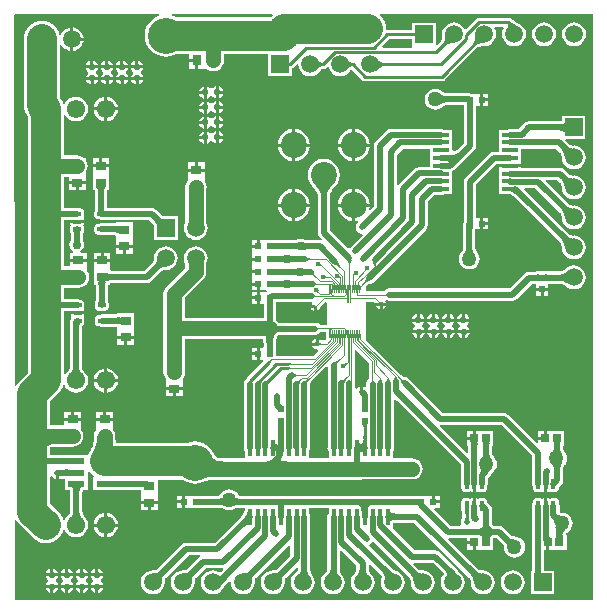
<source format=gtl>
G04*
G04 #@! TF.GenerationSoftware,Altium Limited,Altium Designer,18.0.11 (651)*
G04*
G04 Layer_Physical_Order=1*
G04 Layer_Color=255*
%FSLAX25Y25*%
%MOIN*%
G70*
G01*
G75*
%ADD13C,0.01000*%
%ADD19R,0.05800X0.02200*%
%ADD20R,0.02835X0.02835*%
%ADD21R,0.01968X0.02362*%
G04:AMPARAMS|DCode=22|XSize=15.75mil|YSize=25.59mil|CornerRadius=1.97mil|HoleSize=0mil|Usage=FLASHONLY|Rotation=90.000|XOffset=0mil|YOffset=0mil|HoleType=Round|Shape=RoundedRectangle|*
%AMROUNDEDRECTD22*
21,1,0.01575,0.02165,0,0,90.0*
21,1,0.01181,0.02559,0,0,90.0*
1,1,0.00394,0.01083,0.00591*
1,1,0.00394,0.01083,-0.00591*
1,1,0.00394,-0.01083,-0.00591*
1,1,0.00394,-0.01083,0.00591*
%
%ADD22ROUNDEDRECTD22*%
%ADD23R,0.03543X0.03150*%
%ADD24R,0.05600X0.01400*%
%ADD25R,0.01400X0.05600*%
%ADD26R,0.02362X0.01968*%
G04:AMPARAMS|DCode=27|XSize=15.75mil|YSize=33.47mil|CornerRadius=3.94mil|HoleSize=0mil|Usage=FLASHONLY|Rotation=180.000|XOffset=0mil|YOffset=0mil|HoleType=Round|Shape=RoundedRectangle|*
%AMROUNDEDRECTD27*
21,1,0.01575,0.02559,0,0,180.0*
21,1,0.00787,0.03347,0,0,180.0*
1,1,0.00787,-0.00394,0.01280*
1,1,0.00787,0.00394,0.01280*
1,1,0.00787,0.00394,-0.01280*
1,1,0.00787,-0.00394,-0.01280*
%
%ADD27ROUNDEDRECTD27*%
%ADD28R,0.03150X0.03543*%
%ADD49C,0.03000*%
%ADD54R,0.00300X0.03500*%
%ADD55R,0.00300X0.02400*%
%ADD56C,0.02000*%
%ADD57C,0.00300*%
%ADD58C,0.05000*%
%ADD59C,0.10000*%
%ADD60R,0.05906X0.05906*%
%ADD61C,0.05906*%
%ADD62C,0.08661*%
%ADD63R,0.05906X0.05906*%
%ADD64C,0.06102*%
%ADD65R,0.06102X0.06102*%
%ADD66C,0.01500*%
%ADD67C,0.02000*%
%ADD68C,0.02200*%
%ADD69C,0.05000*%
%ADD70C,0.00900*%
%ADD71C,0.12000*%
G36*
X89067Y-3160D02*
X88728Y-3438D01*
X88431Y-3801D01*
X57020D01*
X56142Y-3332D01*
X55576Y-3160D01*
X55650Y-2660D01*
X88888D01*
X89067Y-3160D01*
D02*
G37*
G36*
X168342Y-5325D02*
X168473Y-5423D01*
X168852Y-5674D01*
X170078Y-6386D01*
X170925Y-6848D01*
X167059Y-7829D01*
X167229Y-7551D01*
X167367Y-7287D01*
X167472Y-7037D01*
X167543Y-6801D01*
X167581Y-6579D01*
X167587Y-6372D01*
X167559Y-6178D01*
X167498Y-5999D01*
X167404Y-5834D01*
X167276Y-5684D01*
X168251Y-5243D01*
X168342Y-5325D01*
D02*
G37*
G36*
X136599Y-10449D02*
X136589Y-10354D01*
X136558Y-10269D01*
X136508Y-10194D01*
X136437Y-10129D01*
X136346Y-10074D01*
X136234Y-10029D01*
X136103Y-9994D01*
X135951Y-9969D01*
X135779Y-9954D01*
X135587Y-9949D01*
Y-8949D01*
X135779Y-8944D01*
X135951Y-8929D01*
X136103Y-8904D01*
X136234Y-8869D01*
X136346Y-8824D01*
X136437Y-8769D01*
X136508Y-8704D01*
X136558Y-8629D01*
X136589Y-8544D01*
X136599Y-8449D01*
Y-10449D01*
D02*
G37*
G36*
X159498Y-12401D02*
X159074Y-12405D01*
X158313Y-12456D01*
X157976Y-12505D01*
X157669Y-12568D01*
X157391Y-12647D01*
X157142Y-12741D01*
X156922Y-12850D01*
X156732Y-12974D01*
X156571Y-13113D01*
X155863Y-12406D01*
X156003Y-12245D01*
X156127Y-12054D01*
X156236Y-11834D01*
X156329Y-11585D01*
X156408Y-11307D01*
X156472Y-11000D01*
X156520Y-10663D01*
X156572Y-9903D01*
X156575Y-9478D01*
X159498Y-12401D01*
D02*
G37*
G36*
X149498D02*
X149074Y-12405D01*
X148313Y-12456D01*
X147977Y-12505D01*
X147669Y-12568D01*
X147391Y-12647D01*
X147142Y-12741D01*
X146922Y-12850D01*
X146732Y-12974D01*
X146571Y-13113D01*
X145863Y-12406D01*
X146003Y-12245D01*
X146127Y-12054D01*
X146236Y-11834D01*
X146329Y-11585D01*
X146408Y-11307D01*
X146472Y-11000D01*
X146520Y-10663D01*
X146572Y-9903D01*
X146575Y-9478D01*
X149498Y-12401D01*
D02*
G37*
G36*
X135575Y-13402D02*
X135575D01*
X135491Y-13867D01*
X125705D01*
X125513Y-13405D01*
X127940Y-10978D01*
X135575D01*
Y-13402D01*
D02*
G37*
G36*
X195770Y-197820D02*
X195490Y-198100D01*
X3110D01*
X3096Y-171305D01*
X3596Y-171180D01*
X3957Y-171855D01*
X4707Y-172769D01*
X9201Y-177263D01*
X10115Y-178013D01*
X11157Y-178570D01*
X12288Y-178913D01*
X13465Y-179029D01*
X14641Y-178913D01*
X15772Y-178570D01*
X16814Y-178013D01*
X17728Y-177263D01*
X18477Y-176349D01*
X19035Y-175307D01*
X19229Y-174667D01*
X19759Y-174641D01*
X19926Y-175043D01*
X20575Y-175889D01*
X21421Y-176539D01*
X22407Y-176947D01*
X23465Y-177086D01*
X24522Y-176947D01*
X25508Y-176539D01*
X26354Y-175889D01*
X27003Y-175043D01*
X27411Y-174058D01*
X27551Y-173000D01*
X27411Y-171942D01*
X27003Y-170957D01*
X26530Y-170340D01*
X26502Y-170291D01*
X26399Y-170170D01*
X26354Y-170111D01*
X26339Y-170099D01*
X26318Y-170074D01*
X26174Y-169882D01*
X26050Y-169692D01*
X25945Y-169503D01*
X25859Y-169315D01*
X25789Y-169128D01*
X25736Y-168939D01*
X25697Y-168749D01*
X25686Y-168649D01*
Y-161856D01*
X25699Y-161709D01*
X25734Y-161497D01*
X25774Y-161347D01*
X25789Y-161312D01*
X27547D01*
Y-157612D01*
Y-155358D01*
X28003Y-155175D01*
X28047Y-155177D01*
X28783Y-156075D01*
X29437Y-156612D01*
X29258Y-157112D01*
X29147D01*
Y-161312D01*
X36946D01*
Y-161251D01*
X45228D01*
Y-162425D01*
X45228Y-162563D01*
Y-162925D01*
X45228Y-163063D01*
Y-165000D01*
X48000D01*
X50772D01*
Y-163063D01*
X50772Y-162925D01*
Y-162563D01*
X50772Y-162425D01*
Y-157841D01*
X58998D01*
X59202Y-158008D01*
X60418Y-158658D01*
X61738Y-159059D01*
X63110Y-159194D01*
X64482Y-159059D01*
X65802Y-158658D01*
X65970Y-158569D01*
X65976Y-158567D01*
X66312Y-158428D01*
X66649Y-158312D01*
X67006Y-158211D01*
X67862Y-158034D01*
X68298Y-157972D01*
X69863Y-157860D01*
X118612D01*
X118916Y-157820D01*
X135600D01*
X136514Y-157700D01*
X137365Y-157347D01*
X138096Y-156786D01*
X138657Y-156055D01*
X139010Y-155204D01*
X139130Y-154290D01*
X139010Y-153376D01*
X138657Y-152525D01*
X138096Y-151794D01*
X137365Y-151233D01*
X136514Y-150880D01*
X135600Y-150760D01*
X129292D01*
Y-148217D01*
X129476Y-147942D01*
X129631Y-147161D01*
Y-131378D01*
X130093Y-131187D01*
X151701Y-152795D01*
Y-159252D01*
X151856Y-160032D01*
X151926Y-160136D01*
Y-160531D01*
X152034Y-161075D01*
X152342Y-161536D01*
X152803Y-161844D01*
X153347Y-161952D01*
X154134D01*
X154678Y-161844D01*
X155020Y-161616D01*
X155362Y-161844D01*
X155799Y-161931D01*
Y-159252D01*
X156772D01*
X156799Y-159388D01*
Y-161931D01*
X157237Y-161844D01*
X157579Y-161616D01*
X157921Y-161844D01*
X158465Y-161952D01*
X159252D01*
X159796Y-161844D01*
X160257Y-161536D01*
X160565Y-161075D01*
X160673Y-160531D01*
Y-159991D01*
X160684Y-159974D01*
X160839Y-159194D01*
Y-157215D01*
X161722Y-156332D01*
X162164Y-155670D01*
X162166Y-155661D01*
X162385Y-155417D01*
X162776Y-155116D01*
X163337Y-154385D01*
X163690Y-153534D01*
X163810Y-152620D01*
X163690Y-151706D01*
X163337Y-150855D01*
X162776Y-150124D01*
X162708Y-150072D01*
X162619Y-149979D01*
X162547Y-149890D01*
X162484Y-149795D01*
X162428Y-149693D01*
X162380Y-149580D01*
X162338Y-149455D01*
X162304Y-149317D01*
X162278Y-149164D01*
X162275Y-149135D01*
Y-146839D01*
X162290Y-146561D01*
X162295Y-146512D01*
X162654D01*
Y-145538D01*
X162661Y-145500D01*
X162654Y-145462D01*
Y-141677D01*
X156799D01*
Y-144095D01*
X156299D01*
Y-144595D01*
X153882D01*
Y-145462D01*
X153874Y-145500D01*
X153882Y-145538D01*
Y-146512D01*
X154232D01*
X154260Y-146924D01*
Y-148933D01*
X153798Y-149124D01*
X144794Y-140120D01*
X144882Y-139831D01*
X145020Y-139639D01*
X165365D01*
X175520Y-149794D01*
Y-159252D01*
X175675Y-160032D01*
X175744Y-160136D01*
Y-160531D01*
X175853Y-161075D01*
X176161Y-161536D01*
X176622Y-161844D01*
X177165Y-161952D01*
X177953D01*
X178497Y-161844D01*
X178839Y-161616D01*
X179181Y-161844D01*
X179618Y-161931D01*
Y-159252D01*
X180618D01*
Y-161931D01*
X181056Y-161844D01*
X181398Y-161616D01*
X181740Y-161844D01*
X182283Y-161952D01*
X183071D01*
X183615Y-161844D01*
X184076Y-161536D01*
X184384Y-161075D01*
X184492Y-160531D01*
Y-160321D01*
X185300Y-159513D01*
X185742Y-158851D01*
X185897Y-158071D01*
Y-154130D01*
X185899Y-154114D01*
X185924Y-153951D01*
X185957Y-153800D01*
X185998Y-153662D01*
X186046Y-153533D01*
X186102Y-153415D01*
X186165Y-153304D01*
X186237Y-153200D01*
X186342Y-153070D01*
X186380Y-152997D01*
X186727Y-152545D01*
X187080Y-151694D01*
X187200Y-150780D01*
X187080Y-149866D01*
X186727Y-149015D01*
X186380Y-148563D01*
X186342Y-148490D01*
X186237Y-148360D01*
X186165Y-148256D01*
X186102Y-148145D01*
X186046Y-148027D01*
X185998Y-147898D01*
X185957Y-147760D01*
X185924Y-147609D01*
X185899Y-147446D01*
X185897Y-147430D01*
Y-146839D01*
X185912Y-146561D01*
X185917Y-146512D01*
X186276D01*
Y-145538D01*
X186283Y-145500D01*
X186276Y-145462D01*
Y-141677D01*
X180421D01*
Y-144095D01*
X179921D01*
Y-144595D01*
X177504D01*
Y-145357D01*
X177042Y-145548D01*
X167652Y-136158D01*
X166990Y-135716D01*
X166210Y-135561D01*
X145785D01*
X134532Y-124308D01*
X134492Y-124248D01*
X133830Y-123806D01*
X133050Y-123651D01*
X133005Y-123660D01*
X132990Y-123657D01*
X132915Y-123631D01*
X132811Y-123584D01*
X132682Y-123512D01*
X132532Y-123414D01*
X132372Y-123295D01*
X131970Y-122949D01*
X131884Y-122866D01*
X120599Y-111581D01*
X120280Y-111240D01*
X120280D01*
X120280Y-111240D01*
Y-98541D01*
X122723D01*
X123092Y-98910D01*
X124439D01*
X124433Y-98890D01*
X124407Y-98827D01*
X124378Y-98771D01*
X124344Y-98721D01*
X124306Y-98678D01*
X124518Y-98466D01*
X124561Y-98504D01*
X124611Y-98538D01*
X124667Y-98567D01*
X124730Y-98593D01*
X124799Y-98614D01*
X124875Y-98632D01*
X124957Y-98645D01*
X125046Y-98654D01*
X125242Y-98660D01*
X124993Y-98910D01*
X126935D01*
X126899Y-98727D01*
X126589Y-98264D01*
X126950Y-97904D01*
X127160Y-98044D01*
X127940Y-98199D01*
X169020D01*
X169800Y-98044D01*
X170462Y-97602D01*
X175485Y-92579D01*
X176886D01*
Y-93949D01*
X178870D01*
X180854D01*
Y-92577D01*
X181239Y-92551D01*
X185126D01*
X185217Y-92561D01*
X185397Y-92598D01*
X185571Y-92648D01*
X185741Y-92713D01*
X185908Y-92793D01*
X186074Y-92890D01*
X186240Y-93004D01*
X186405Y-93138D01*
X186502Y-93227D01*
X186551Y-93292D01*
X187377Y-93925D01*
X188338Y-94323D01*
X189370Y-94459D01*
X190402Y-94323D01*
X191364Y-93925D01*
X192189Y-93292D01*
X192823Y-92466D01*
X193221Y-91504D01*
X193357Y-90472D01*
X193221Y-89441D01*
X192823Y-88479D01*
X192189Y-87653D01*
X191364Y-87020D01*
X190402Y-86621D01*
X189370Y-86486D01*
X188338Y-86621D01*
X187377Y-87020D01*
X186551Y-87653D01*
X186482Y-87743D01*
X186338Y-87883D01*
X186180Y-88017D01*
X186021Y-88132D01*
X185861Y-88229D01*
X185699Y-88309D01*
X185534Y-88374D01*
X185364Y-88425D01*
X185187Y-88461D01*
X185095Y-88472D01*
X180864D01*
X180854Y-88472D01*
Y-88330D01*
X179880D01*
X179842Y-88323D01*
X179804Y-88330D01*
X178006D01*
X177996Y-88328D01*
X177968Y-88330D01*
X177936D01*
X177898Y-88323D01*
X177860Y-88330D01*
X176886D01*
Y-88476D01*
X176512Y-88501D01*
X174640D01*
X173860Y-88656D01*
X173198Y-89098D01*
X168175Y-94121D01*
X127940D01*
X127160Y-94276D01*
X126498Y-94718D01*
X126298Y-95017D01*
X120280D01*
Y-93280D01*
X120473Y-93115D01*
X120632Y-92996D01*
X120782Y-92898D01*
X120911Y-92826D01*
X121015Y-92779D01*
X121090Y-92753D01*
X121105Y-92750D01*
X121150Y-92759D01*
X121930Y-92604D01*
X122592Y-92162D01*
X140242Y-74512D01*
X140684Y-73850D01*
X140839Y-73070D01*
Y-65215D01*
X142946Y-63108D01*
X145193D01*
X145973Y-62953D01*
X146249Y-62769D01*
X148993D01*
Y-60168D01*
Y-57569D01*
Y-55092D01*
X149563Y-54710D01*
X152212Y-52062D01*
X152212Y-52062D01*
X156323Y-47951D01*
X156323Y-47950D01*
X156765Y-47289D01*
X156921Y-46508D01*
Y-33304D01*
X156921Y-33294D01*
X158318D01*
Y-31310D01*
Y-29326D01*
X155636D01*
X155412Y-29176D01*
X154631Y-29021D01*
X146803D01*
X146775Y-29018D01*
X146620Y-28993D01*
X146480Y-28959D01*
X146352Y-28917D01*
X146237Y-28868D01*
X146131Y-28812D01*
X146033Y-28749D01*
X145941Y-28677D01*
X145877Y-28617D01*
X145836Y-28564D01*
X145105Y-28003D01*
X144254Y-27650D01*
X143340Y-27530D01*
X142426Y-27650D01*
X141575Y-28003D01*
X140844Y-28564D01*
X140283Y-29295D01*
X139930Y-30146D01*
X139810Y-31060D01*
X139930Y-31974D01*
X140283Y-32825D01*
X140844Y-33556D01*
X141575Y-34117D01*
X142426Y-34470D01*
X143340Y-34590D01*
X144254Y-34470D01*
X145105Y-34117D01*
X145836Y-33556D01*
X145877Y-33503D01*
X145941Y-33443D01*
X146033Y-33371D01*
X146131Y-33308D01*
X146237Y-33252D01*
X146352Y-33203D01*
X146480Y-33161D01*
X146620Y-33127D01*
X146775Y-33102D01*
X146803Y-33099D01*
X152700D01*
Y-33294D01*
X152816D01*
X152842Y-33679D01*
Y-45664D01*
X150762Y-47745D01*
X150575Y-47894D01*
X150330Y-48061D01*
X150078Y-48203D01*
X149819Y-48324D01*
X149551Y-48422D01*
X149493Y-48438D01*
X148993Y-48130D01*
Y-44568D01*
Y-41168D01*
X146249D01*
X145973Y-40984D01*
X145193Y-40829D01*
X128672D01*
X127891Y-40984D01*
X127230Y-41427D01*
X123328Y-45328D01*
X122886Y-45990D01*
X122731Y-46770D01*
Y-66965D01*
X121673Y-68023D01*
X121257Y-67745D01*
X121263Y-67731D01*
X121381Y-66840D01*
X116570D01*
Y-71651D01*
X117461Y-71533D01*
X117475Y-71527D01*
X117753Y-71943D01*
X117318Y-72378D01*
X116876Y-73040D01*
X116721Y-73820D01*
X116876Y-74600D01*
X117318Y-75262D01*
X117980Y-75704D01*
X118760Y-75859D01*
X118810Y-75849D01*
X119056Y-76310D01*
X115178Y-80188D01*
X114854Y-80673D01*
X114275Y-80801D01*
X108149Y-74675D01*
Y-62886D01*
X108187Y-62667D01*
X108260Y-62406D01*
X108368Y-62128D01*
X108513Y-61832D01*
X108698Y-61519D01*
X108915Y-61202D01*
X109508Y-60483D01*
X109734Y-60247D01*
X109872Y-60142D01*
X110726Y-59028D01*
X111264Y-57732D01*
X111447Y-56340D01*
X111264Y-54948D01*
X110726Y-53652D01*
X109872Y-52538D01*
X108758Y-51684D01*
X107462Y-51147D01*
X106070Y-50963D01*
X104678Y-51147D01*
X103382Y-51684D01*
X102268Y-52538D01*
X101414Y-53652D01*
X100876Y-54948D01*
X100693Y-56340D01*
X100876Y-57732D01*
X101414Y-59028D01*
X102268Y-60142D01*
X102431Y-60267D01*
X102714Y-60552D01*
X103025Y-60898D01*
X103294Y-61233D01*
X103520Y-61554D01*
X103705Y-61861D01*
X103851Y-62152D01*
X103959Y-62427D01*
X104033Y-62686D01*
X104071Y-62905D01*
Y-75520D01*
X104226Y-76300D01*
X104668Y-76962D01*
X105391Y-77684D01*
X105144Y-78145D01*
X104770Y-78071D01*
X99808D01*
X99335Y-77755D01*
X98360Y-77561D01*
X97385Y-77755D01*
X96931Y-78058D01*
X96686Y-78071D01*
X88188D01*
X87912Y-78126D01*
X84751D01*
Y-80110D01*
X84251D01*
Y-80610D01*
X82070D01*
Y-82094D01*
X82070D01*
X82030Y-82386D01*
X82030D01*
X82030Y-82578D01*
Y-83870D01*
X84211D01*
Y-84870D01*
X82030D01*
Y-86121D01*
X82030Y-86354D01*
X82030Y-86354D01*
X82090Y-86596D01*
X82090D01*
Y-88080D01*
X84272D01*
Y-89080D01*
X82090D01*
Y-90564D01*
X82090Y-90564D01*
X82030Y-90716D01*
X82030D01*
X82030Y-91039D01*
Y-92200D01*
X84211D01*
Y-92700D01*
X84711D01*
Y-94684D01*
X86832D01*
X87071Y-95184D01*
X86958Y-95326D01*
X84732D01*
Y-97310D01*
Y-99294D01*
X86103D01*
X86129Y-99679D01*
Y-103880D01*
X59730D01*
Y-97402D01*
X65986Y-91146D01*
X66547Y-90415D01*
X66900Y-89564D01*
X67020Y-88650D01*
Y-85826D01*
X67341Y-85052D01*
X67477Y-84020D01*
X67341Y-82988D01*
X66943Y-82027D01*
X66309Y-81201D01*
X65483Y-80567D01*
X64522Y-80169D01*
X63490Y-80033D01*
X62458Y-80169D01*
X61497Y-80567D01*
X60671Y-81201D01*
X60037Y-82027D01*
X59639Y-82988D01*
X59503Y-84020D01*
X59639Y-85052D01*
X59960Y-85826D01*
Y-87188D01*
X53704Y-93444D01*
X53143Y-94175D01*
X52790Y-95026D01*
X52670Y-95940D01*
Y-121948D01*
X52790Y-122862D01*
X53143Y-123713D01*
X53474Y-124144D01*
X53527Y-124622D01*
Y-124984D01*
X53528D01*
Y-127059D01*
X56299D01*
X59071D01*
Y-124984D01*
X59071D01*
X59071Y-124622D01*
X59107Y-124137D01*
X59356Y-123812D01*
X59709Y-122961D01*
X59829Y-122047D01*
Y-110940D01*
X85894D01*
X85914Y-111059D01*
X86066Y-113416D01*
X85702Y-113916D01*
X84711D01*
Y-115900D01*
Y-117884D01*
X85830D01*
X86021Y-118346D01*
X80358Y-124009D01*
X80046Y-124475D01*
X79997Y-124508D01*
X79555Y-125170D01*
X79400Y-125950D01*
Y-147161D01*
X79555Y-147942D01*
X79739Y-148217D01*
Y-150800D01*
X72396D01*
X72155Y-150792D01*
X71664Y-150739D01*
X71232Y-150655D01*
X70857Y-150544D01*
X70538Y-150408D01*
X70269Y-150251D01*
X70045Y-150075D01*
X69856Y-149877D01*
X69696Y-149652D01*
X69617Y-149497D01*
X69608Y-149468D01*
X68958Y-148252D01*
X68084Y-147186D01*
X67018Y-146312D01*
X65802Y-145662D01*
X64482Y-145261D01*
X63110Y-145126D01*
X61738Y-145261D01*
X60418Y-145662D01*
X60191Y-145783D01*
X36812D01*
X36785Y-145671D01*
X36693Y-145150D01*
X36580Y-143954D01*
X36577Y-143802D01*
Y-143493D01*
X36601Y-143307D01*
X36481Y-142393D01*
X36128Y-141542D01*
X35879Y-141217D01*
X35842Y-140732D01*
Y-140370D01*
X35842D01*
Y-138295D01*
X30299D01*
Y-140370D01*
X30299D01*
X30299Y-140732D01*
X30259Y-141215D01*
X29989Y-141566D01*
X29636Y-142418D01*
X29516Y-143332D01*
Y-143544D01*
X29470Y-144581D01*
X29403Y-145136D01*
X29308Y-145671D01*
X29188Y-146172D01*
X29043Y-146640D01*
X28874Y-147075D01*
X28683Y-147479D01*
X28468Y-147853D01*
X28207Y-148234D01*
X28191Y-148271D01*
X28034Y-148462D01*
X27476Y-149505D01*
X27413Y-149712D01*
X19747D01*
Y-149773D01*
X14999D01*
Y-147123D01*
X15230Y-147027D01*
X15477Y-146837D01*
X22441D01*
X23355Y-146717D01*
X24206Y-146364D01*
X24835Y-145882D01*
X25213D01*
Y-145444D01*
X25498Y-145072D01*
X25851Y-144221D01*
X25971Y-143307D01*
X25851Y-142393D01*
X25498Y-141542D01*
X25249Y-141217D01*
X25213Y-140732D01*
Y-140370D01*
X25213D01*
Y-138295D01*
X19669D01*
Y-139777D01*
X14999D01*
Y-131795D01*
X17728Y-129066D01*
X18477Y-128153D01*
X19035Y-127110D01*
X19229Y-126470D01*
X19759Y-126444D01*
X19926Y-126846D01*
X20575Y-127692D01*
X21421Y-128342D01*
X22407Y-128750D01*
X23465Y-128889D01*
X24522Y-128750D01*
X25508Y-128342D01*
X26354Y-127692D01*
X27003Y-126846D01*
X27411Y-125861D01*
X27551Y-124803D01*
X27411Y-123746D01*
X27003Y-122760D01*
X26354Y-121914D01*
X26271Y-121850D01*
X26146Y-121719D01*
X25999Y-121543D01*
X25873Y-121367D01*
X25767Y-121192D01*
X25680Y-121017D01*
X25609Y-120840D01*
X25555Y-120661D01*
X25517Y-120477D01*
X25504Y-120374D01*
Y-107204D01*
X25510Y-107121D01*
X25539Y-106917D01*
X25576Y-106754D01*
X25615Y-106635D01*
X25650Y-106558D01*
X25673Y-106521D01*
X25674Y-106519D01*
X25734Y-106488D01*
X25829Y-106410D01*
X25936Y-106347D01*
X25952Y-106325D01*
X25978Y-106308D01*
X26006Y-106266D01*
X26042Y-106237D01*
X26101Y-106128D01*
X26175Y-106029D01*
X26182Y-106003D01*
X26243Y-105912D01*
X26335Y-105445D01*
Y-104264D01*
X26243Y-103797D01*
X26094Y-103575D01*
X26243Y-103353D01*
X26335Y-102886D01*
Y-102796D01*
X24033D01*
X21730D01*
Y-102886D01*
X21823Y-103353D01*
X21971Y-103575D01*
X21823Y-103797D01*
X21730Y-104264D01*
Y-104419D01*
X21581Y-104642D01*
X21425Y-105423D01*
Y-120374D01*
X21413Y-120477D01*
X21374Y-120661D01*
X21320Y-120840D01*
X21249Y-121017D01*
X21162Y-121192D01*
X21056Y-121367D01*
X20930Y-121543D01*
X20783Y-121719D01*
X20658Y-121850D01*
X20575Y-121914D01*
X19994Y-122672D01*
X19637Y-122612D01*
X19494Y-122539D01*
Y-101776D01*
X21730D01*
Y-101796D01*
X24033D01*
X26335D01*
Y-101705D01*
X26243Y-101238D01*
X26094Y-101016D01*
X26243Y-100794D01*
X26335Y-100327D01*
Y-99146D01*
X26243Y-98679D01*
X25978Y-98283D01*
X25582Y-98019D01*
X25115Y-97926D01*
X24922D01*
X24813Y-97853D01*
X24033Y-97697D01*
X19494D01*
Y-93858D01*
X24332D01*
X25245Y-93737D01*
X26097Y-93385D01*
X26726Y-92902D01*
X27103D01*
Y-92465D01*
X27389Y-92093D01*
X27742Y-91241D01*
X27862Y-90328D01*
X27742Y-89414D01*
X27389Y-88562D01*
X27140Y-88238D01*
X27103Y-87753D01*
Y-87391D01*
X27103D01*
Y-85316D01*
X21560D01*
Y-86797D01*
X19494D01*
Y-71304D01*
X21537D01*
Y-71324D01*
X23840D01*
X26143D01*
Y-71233D01*
X26050Y-70766D01*
X25901Y-70544D01*
X26050Y-70322D01*
X26143Y-69855D01*
Y-68674D01*
X26050Y-68207D01*
X25785Y-67811D01*
X25389Y-67546D01*
X24922Y-67454D01*
X24729D01*
X24620Y-67380D01*
X23840Y-67225D01*
X19494D01*
Y-56850D01*
X21166D01*
Y-58331D01*
X23938D01*
X26710D01*
Y-56257D01*
X26710D01*
X26710Y-55894D01*
X26746Y-55409D01*
X26995Y-55085D01*
X27348Y-54233D01*
X27468Y-53320D01*
X27348Y-52406D01*
X26995Y-51555D01*
X26710Y-51182D01*
Y-50745D01*
X26332D01*
X25703Y-50262D01*
X24852Y-49910D01*
X23938Y-49789D01*
X19494D01*
Y-36554D01*
X19637Y-36481D01*
X19994Y-36421D01*
X20575Y-37179D01*
X21421Y-37829D01*
X22407Y-38237D01*
X23465Y-38376D01*
X24522Y-38237D01*
X25508Y-37829D01*
X26354Y-37179D01*
X27003Y-36333D01*
X27411Y-35348D01*
X27551Y-34290D01*
X27411Y-33232D01*
X27003Y-32247D01*
X26354Y-31401D01*
X25508Y-30751D01*
X24522Y-30343D01*
X23465Y-30204D01*
X22407Y-30343D01*
X21421Y-30751D01*
X20575Y-31401D01*
X19926Y-32247D01*
X19759Y-32649D01*
X19229Y-32623D01*
X19035Y-31983D01*
X18477Y-30940D01*
X18155Y-30547D01*
Y-13072D01*
X18655Y-12973D01*
X18673Y-13017D01*
X19307Y-13843D01*
X20133Y-14476D01*
X21094Y-14875D01*
X21626Y-14945D01*
Y-11024D01*
Y-7103D01*
X21094Y-7173D01*
X20133Y-7571D01*
X19307Y-8204D01*
X18673Y-9030D01*
X18466Y-9531D01*
X17935Y-9505D01*
X17696Y-8716D01*
X17139Y-7674D01*
X16389Y-6761D01*
X15475Y-6011D01*
X14433Y-5454D01*
X13302Y-5110D01*
X12126Y-4995D01*
X10950Y-5110D01*
X9819Y-5454D01*
X8776Y-6011D01*
X7863Y-6761D01*
X7113Y-7674D01*
X6556Y-8716D01*
X6213Y-9847D01*
X6097Y-11024D01*
Y-32951D01*
X6213Y-34128D01*
X6556Y-35259D01*
X7113Y-36301D01*
X7283Y-36508D01*
X7435Y-36794D01*
Y-52930D01*
Y-69260D01*
Y-90390D01*
Y-99740D01*
Y-122306D01*
X4707Y-125034D01*
X3957Y-125948D01*
X3573Y-126666D01*
X3073Y-126541D01*
X3010Y-3123D01*
X3473Y-2660D01*
X51250D01*
X51324Y-3160D01*
X50758Y-3332D01*
X49542Y-3982D01*
X48476Y-4856D01*
X47602Y-5922D01*
X46951Y-7138D01*
X46551Y-8458D01*
X46416Y-9830D01*
X46551Y-11202D01*
X46951Y-12522D01*
X47602Y-13738D01*
X48476Y-14804D01*
X49542Y-15678D01*
X50758Y-16329D01*
X52078Y-16729D01*
X53450Y-16864D01*
X54822Y-16729D01*
X56142Y-16329D01*
X57020Y-15859D01*
X61205D01*
Y-17610D01*
X63779D01*
Y-18110D01*
X64280D01*
Y-20882D01*
X66354D01*
Y-20882D01*
X66716Y-20882D01*
X67202Y-20918D01*
X67526Y-21168D01*
X68378Y-21520D01*
X69291Y-21640D01*
X70205Y-21520D01*
X71056Y-21168D01*
X71429Y-20882D01*
X71866D01*
Y-20504D01*
X72349Y-19875D01*
X72701Y-19024D01*
X72821Y-18110D01*
Y-15859D01*
X87622D01*
Y-23402D01*
X95527D01*
Y-20721D01*
X95813Y-20530D01*
X97143Y-19200D01*
X97439Y-19346D01*
X97589Y-19460D01*
X97724Y-20481D01*
X98122Y-21442D01*
X98756Y-22268D01*
X99581Y-22901D01*
X100543Y-23300D01*
X101575Y-23436D01*
X102607Y-23300D01*
X103568Y-22901D01*
X104394Y-22268D01*
X104945Y-21550D01*
X104946Y-21549D01*
X104947Y-21547D01*
X105027Y-21442D01*
X105045Y-21400D01*
X105052Y-21389D01*
X105135Y-21286D01*
X105215Y-21203D01*
X105293Y-21137D01*
X105369Y-21086D01*
X105447Y-21046D01*
X105529Y-21014D01*
X105620Y-20991D01*
X105704Y-20978D01*
X105843D01*
X106429Y-20862D01*
X106925Y-20530D01*
X107237Y-20218D01*
X107710Y-20379D01*
X107724Y-20481D01*
X108122Y-21442D01*
X108756Y-22268D01*
X109581Y-22901D01*
X110543Y-23300D01*
X111575Y-23436D01*
X112607Y-23300D01*
X113568Y-22901D01*
X114394Y-22268D01*
X114945Y-21550D01*
X114946Y-21549D01*
X114947Y-21547D01*
X115001Y-21477D01*
X115065Y-21429D01*
X115202Y-21382D01*
X115486Y-21367D01*
X115633Y-21402D01*
X118815Y-24583D01*
X119311Y-24915D01*
X119896Y-25031D01*
X145475D01*
X146060Y-24915D01*
X146556Y-24583D01*
X157354Y-13786D01*
X157429Y-13737D01*
X157549Y-13677D01*
X157710Y-13616D01*
X157912Y-13559D01*
X158153Y-13510D01*
X158420Y-13471D01*
X159112Y-13424D01*
X159421Y-13422D01*
X159528Y-13436D01*
X160559Y-13300D01*
X161521Y-12901D01*
X162347Y-12268D01*
X162980Y-11442D01*
X163379Y-10481D01*
X163514Y-9449D01*
X163379Y-8417D01*
X162980Y-7455D01*
X162918Y-7374D01*
X163139Y-6925D01*
X165830D01*
X165992Y-7092D01*
X166098Y-7425D01*
X166075Y-7455D01*
X165676Y-8417D01*
X165541Y-9449D01*
X165676Y-10481D01*
X166075Y-11442D01*
X166708Y-12268D01*
X167534Y-12901D01*
X168496Y-13300D01*
X169528Y-13436D01*
X170559Y-13300D01*
X171521Y-12901D01*
X172347Y-12268D01*
X172980Y-11442D01*
X173379Y-10481D01*
X173514Y-9449D01*
X173379Y-8417D01*
X172980Y-7455D01*
X172347Y-6630D01*
X171521Y-5996D01*
X171405Y-5948D01*
X170578Y-5497D01*
X169389Y-4807D01*
X169062Y-4590D01*
X169026Y-4563D01*
X168711Y-4249D01*
X168215Y-3917D01*
X167630Y-3801D01*
X167298Y-3867D01*
X157849D01*
X157264Y-3983D01*
X156767Y-4315D01*
X153488Y-7594D01*
X153077Y-7513D01*
X152954Y-7421D01*
X152347Y-6630D01*
X151521Y-5996D01*
X150559Y-5598D01*
X149528Y-5462D01*
X148496Y-5598D01*
X147534Y-5996D01*
X146708Y-6630D01*
X146075Y-7455D01*
X145677Y-8417D01*
X145541Y-9449D01*
X145555Y-9556D01*
X145553Y-9864D01*
X145505Y-10556D01*
X145467Y-10824D01*
X145417Y-11065D01*
X145360Y-11266D01*
X145299Y-11427D01*
X145240Y-11548D01*
X145191Y-11623D01*
X143942Y-12871D01*
X143480Y-12680D01*
Y-5496D01*
X135575D01*
Y-7919D01*
X127361D01*
X127258Y-7884D01*
X126860Y-7498D01*
X126764Y-6525D01*
X126421Y-5394D01*
X125864Y-4352D01*
X125114Y-3438D01*
X124775Y-3160D01*
X124954Y-2660D01*
X195770D01*
Y-197820D01*
D02*
G37*
G36*
X114228Y-18110D02*
X114369Y-18286D01*
X114519Y-18442D01*
X114679Y-18576D01*
X114849Y-18690D01*
X115028Y-18783D01*
X115217Y-18856D01*
X115416Y-18907D01*
X115625Y-18938D01*
X115843Y-18949D01*
Y-19949D01*
X115625Y-19959D01*
X115416Y-19990D01*
X115217Y-20042D01*
X115028Y-20114D01*
X114849Y-20208D01*
X114679Y-20321D01*
X114519Y-20456D01*
X114369Y-20611D01*
X114228Y-20787D01*
X114097Y-20984D01*
Y-17914D01*
X114228Y-18110D01*
D02*
G37*
G36*
X104228D02*
X104369Y-18286D01*
X104519Y-18442D01*
X104679Y-18576D01*
X104849Y-18690D01*
X105028Y-18783D01*
X105217Y-18856D01*
X105416Y-18907D01*
X105625Y-18938D01*
X105843Y-18949D01*
Y-19949D01*
X105625Y-19959D01*
X105416Y-19990D01*
X105217Y-20042D01*
X105028Y-20114D01*
X104849Y-20208D01*
X104679Y-20321D01*
X104519Y-20456D01*
X104369Y-20611D01*
X104228Y-20787D01*
X104097Y-20984D01*
Y-17914D01*
X104228Y-18110D01*
D02*
G37*
G36*
X123986Y-17680D02*
X124560Y-18181D01*
X124832Y-18385D01*
X125095Y-18557D01*
X125347Y-18698D01*
X125589Y-18808D01*
X125822Y-18886D01*
X126044Y-18933D01*
X126257Y-18949D01*
Y-19949D01*
X126044Y-19964D01*
X125822Y-20011D01*
X125589Y-20090D01*
X125347Y-20200D01*
X125095Y-20340D01*
X124832Y-20513D01*
X124560Y-20717D01*
X123986Y-21218D01*
X123684Y-21516D01*
Y-17382D01*
X123986Y-17680D01*
D02*
G37*
G36*
X145278Y-29452D02*
X145441Y-29580D01*
X145615Y-29693D01*
X145799Y-29790D01*
X145994Y-29873D01*
X146200Y-29940D01*
X146417Y-29992D01*
X146644Y-30030D01*
X146882Y-30053D01*
X147131Y-30060D01*
Y-32060D01*
X146882Y-32067D01*
X146644Y-32090D01*
X146417Y-32127D01*
X146200Y-32180D01*
X145994Y-32247D01*
X145799Y-32330D01*
X145615Y-32427D01*
X145441Y-32540D01*
X145278Y-32667D01*
X145125Y-32810D01*
Y-29310D01*
X145278Y-29452D01*
D02*
G37*
G36*
X156018Y-32302D02*
X155990Y-32362D01*
X155964Y-32462D01*
X155942Y-32602D01*
X155924Y-32782D01*
X155888Y-33562D01*
X155882Y-34282D01*
X153882D01*
X153880Y-33902D01*
X153773Y-32362D01*
X153744Y-32302D01*
X153712Y-32282D01*
X156051D01*
X156018Y-32302D01*
D02*
G37*
G36*
X151477Y-51327D02*
X147414Y-52561D01*
X147573Y-52382D01*
X147673Y-52223D01*
X147714Y-52081D01*
X147697Y-51959D01*
X147620Y-51855D01*
X147485Y-51771D01*
X147291Y-51705D01*
X147038Y-51658D01*
X146726Y-51629D01*
X146356Y-51620D01*
X148356Y-49620D01*
X148750Y-49606D01*
X149132Y-49563D01*
X149503Y-49493D01*
X149862Y-49394D01*
X150209Y-49266D01*
X150545Y-49111D01*
X150869Y-48927D01*
X151181Y-48715D01*
X151481Y-48474D01*
X151770Y-48206D01*
X151477Y-51327D01*
D02*
G37*
G36*
X141393Y-49768D02*
Y-53761D01*
X137790D01*
X137010Y-53916D01*
X136348Y-54358D01*
X131188Y-59518D01*
X131029Y-59756D01*
X130529Y-59604D01*
Y-49515D01*
X132525Y-47519D01*
X141393D01*
Y-49768D01*
D02*
G37*
G36*
X108746Y-59805D02*
X108100Y-60588D01*
X107837Y-60971D01*
X107615Y-61348D01*
X107433Y-61718D01*
X107292Y-62083D01*
X107191Y-62442D01*
X107130Y-62795D01*
X107110Y-63142D01*
X105110Y-63161D01*
X105090Y-62812D01*
X105028Y-62458D01*
X104926Y-62100D01*
X104783Y-61736D01*
X104599Y-61369D01*
X104375Y-60996D01*
X104109Y-60619D01*
X103803Y-60238D01*
X103455Y-59851D01*
X103067Y-59461D01*
X109130Y-59405D01*
X108746Y-59805D01*
D02*
G37*
G36*
X99449Y-79070D02*
X99485Y-79078D01*
X99537Y-79085D01*
X99692Y-79097D01*
X100207Y-79110D01*
X100378Y-79110D01*
Y-81110D01*
X99431Y-81160D01*
Y-79060D01*
X99449Y-79070D01*
D02*
G37*
G36*
X97289Y-81160D02*
X97271Y-81151D01*
X97235Y-81142D01*
X97183Y-81134D01*
X97028Y-81122D01*
X96513Y-81111D01*
X96342Y-81110D01*
Y-79110D01*
X97289Y-79060D01*
Y-81160D01*
D02*
G37*
G36*
X100640Y-83768D02*
X100787Y-83863D01*
X100956Y-83947D01*
X101150Y-84019D01*
X101366Y-84081D01*
X101606Y-84131D01*
X101869Y-84170D01*
X102466Y-84214D01*
X102799Y-84220D01*
Y-84520D01*
X102466Y-84526D01*
X101869Y-84570D01*
X101606Y-84609D01*
X101366Y-84659D01*
X101150Y-84721D01*
X100956Y-84793D01*
X100787Y-84877D01*
X100640Y-84972D01*
X100517Y-85078D01*
Y-83662D01*
X100640Y-83768D01*
D02*
G37*
G36*
X94929Y-83329D02*
X94965Y-83338D01*
X95017Y-83346D01*
X95172Y-83358D01*
X95687Y-83369D01*
X95858Y-83370D01*
Y-85370D01*
X94911Y-85420D01*
Y-83320D01*
X94929Y-83329D01*
D02*
G37*
G36*
X92769Y-85420D02*
X92751Y-85410D01*
X92715Y-85402D01*
X92663Y-85395D01*
X92508Y-85382D01*
X91993Y-85370D01*
X91822Y-85370D01*
Y-83370D01*
X92769Y-83320D01*
Y-85420D01*
D02*
G37*
G36*
X104824Y-85790D02*
X105154Y-86196D01*
X105213Y-86260D01*
X105334Y-86385D01*
X105199Y-86675D01*
X105150Y-86630D01*
X105100Y-86597D01*
X105049Y-86573D01*
X104998Y-86559D01*
X104946Y-86556D01*
X104894Y-86562D01*
X104841Y-86579D01*
X104788Y-86606D01*
X104734Y-86644D01*
X104679Y-86691D01*
X104773Y-85718D01*
X104824Y-85790D01*
D02*
G37*
G36*
X123748Y-85447D02*
X123543Y-85760D01*
X123460Y-85911D01*
X123390Y-86059D01*
X123332Y-86202D01*
X123287Y-86342D01*
X123256Y-86478D01*
X123236Y-86611D01*
X123230Y-86739D01*
X122930D01*
X122924Y-86611D01*
X122904Y-86478D01*
X122872Y-86342D01*
X122828Y-86202D01*
X122770Y-86059D01*
X122700Y-85911D01*
X122617Y-85760D01*
X122412Y-85447D01*
X122291Y-85284D01*
X123869D01*
X123748Y-85447D01*
D02*
G37*
G36*
X115275Y-84913D02*
X115180Y-85060D01*
X115096Y-85230D01*
X115024Y-85423D01*
X114963Y-85640D01*
X114912Y-85879D01*
X114873Y-86143D01*
X114829Y-86739D01*
X114823Y-87072D01*
X114523D01*
X114518Y-86739D01*
X114473Y-86143D01*
X114434Y-85879D01*
X114384Y-85640D01*
X114322Y-85423D01*
X114250Y-85230D01*
X114166Y-85060D01*
X114072Y-84913D01*
X113966Y-84790D01*
X115381D01*
X115275Y-84913D01*
D02*
G37*
G36*
X110932Y-85422D02*
X110969Y-85592D01*
X111030Y-85772D01*
X111115Y-85959D01*
X111225Y-86156D01*
X111359Y-86361D01*
X111518Y-86575D01*
X111908Y-87028D01*
X112139Y-87267D01*
X111927Y-87479D01*
X111688Y-87248D01*
X111235Y-86858D01*
X111021Y-86699D01*
X110816Y-86565D01*
X110619Y-86455D01*
X110432Y-86370D01*
X110252Y-86309D01*
X110082Y-86272D01*
X109919Y-86260D01*
X110920Y-85259D01*
X110932Y-85422D01*
D02*
G37*
G36*
X120730Y-87970D02*
X120622Y-87989D01*
X120344Y-88056D01*
X120267Y-88082D01*
X120197Y-88110D01*
X120135Y-88139D01*
X120081Y-88170D01*
X120034Y-88203D01*
X119995Y-88237D01*
X119746Y-88062D01*
X119786Y-88017D01*
X119819Y-87966D01*
X119847Y-87909D01*
X119869Y-87848D01*
X119885Y-87780D01*
X119894Y-87708D01*
X119898Y-87630D01*
X119895Y-87547D01*
X119887Y-87459D01*
X119872Y-87365D01*
X120730Y-87970D01*
D02*
G37*
G36*
X116364Y-89565D02*
X116323Y-89547D01*
X116284Y-89535D01*
X116244Y-89528D01*
X116205Y-89527D01*
X116167Y-89532D01*
X116128Y-89543D01*
X116091Y-89559D01*
X116053Y-89581D01*
X116016Y-89609D01*
X115979Y-89643D01*
X115767Y-89431D01*
X115809Y-89386D01*
X115846Y-89342D01*
X115877Y-89297D01*
X115904Y-89252D01*
X115927Y-89207D01*
X115944Y-89161D01*
X115956Y-89115D01*
X115963Y-89069D01*
X115966Y-89022D01*
X115964Y-88975D01*
X116364Y-89565D01*
D02*
G37*
G36*
X99419Y-87559D02*
X99455Y-87568D01*
X99507Y-87576D01*
X99662Y-87587D01*
X100177Y-87599D01*
X100348Y-87600D01*
Y-89600D01*
X99401Y-89650D01*
Y-87550D01*
X99419Y-87559D01*
D02*
G37*
G36*
X97259Y-89650D02*
X97241Y-89640D01*
X97205Y-89632D01*
X97153Y-89625D01*
X96998Y-89613D01*
X96483Y-89600D01*
X96312Y-89600D01*
Y-87600D01*
X97259Y-87550D01*
Y-89650D01*
D02*
G37*
G36*
X111326Y-89926D02*
X111612Y-90429D01*
X111641Y-90466D01*
X111668Y-90496D01*
X111567Y-90819D01*
X111521Y-90778D01*
X111471Y-90746D01*
X111418Y-90723D01*
X111363Y-90709D01*
X111304Y-90703D01*
X111243Y-90706D01*
X111178Y-90717D01*
X111111Y-90737D01*
X111041Y-90766D01*
X110967Y-90804D01*
X111274Y-89820D01*
X111326Y-89926D01*
D02*
G37*
G36*
X102752Y-88762D02*
X102789Y-88932D01*
X102850Y-89112D01*
X102935Y-89299D01*
X103045Y-89496D01*
X103179Y-89701D01*
X103338Y-89915D01*
X103728Y-90368D01*
X103959Y-90607D01*
X103747Y-90819D01*
X103508Y-90588D01*
X103055Y-90198D01*
X102841Y-90039D01*
X102636Y-89905D01*
X102439Y-89795D01*
X102252Y-89710D01*
X102072Y-89649D01*
X101901Y-89612D01*
X101739Y-89600D01*
X102740Y-88599D01*
X102752Y-88762D01*
D02*
G37*
G36*
X106598Y-89926D02*
X106738Y-90046D01*
X106806Y-90095D01*
X106872Y-90136D01*
X106936Y-90170D01*
X106998Y-90196D01*
X107059Y-90215D01*
X107118Y-90226D01*
X107175Y-90230D01*
Y-90530D01*
X107118Y-90534D01*
X107059Y-90545D01*
X106998Y-90564D01*
X106936Y-90590D01*
X106872Y-90624D01*
X106806Y-90665D01*
X106738Y-90714D01*
X106669Y-90770D01*
X106526Y-90905D01*
Y-89855D01*
X106598Y-89926D01*
D02*
G37*
G36*
X179862Y-89375D02*
X179922Y-89403D01*
X180022Y-89429D01*
X180162Y-89451D01*
X180342Y-89469D01*
X181122Y-89505D01*
X181842Y-89512D01*
Y-91511D01*
X181462Y-91513D01*
X179922Y-91620D01*
X179862Y-91649D01*
X179842Y-91681D01*
Y-89342D01*
X179862Y-89375D01*
D02*
G37*
G36*
X177898Y-91681D02*
X177878Y-91654D01*
X177818Y-91630D01*
X177718Y-91609D01*
X177578Y-91591D01*
X177178Y-91562D01*
X175898Y-91540D01*
Y-89540D01*
X176278Y-89538D01*
X177718Y-89443D01*
X177818Y-89413D01*
X177878Y-89380D01*
X177898Y-89342D01*
Y-91681D01*
D02*
G37*
G36*
X187289Y-92567D02*
X187073Y-92366D01*
X186851Y-92187D01*
X186622Y-92029D01*
X186386Y-91891D01*
X186144Y-91775D01*
X185895Y-91680D01*
X185640Y-91606D01*
X185378Y-91554D01*
X185110Y-91522D01*
X184835Y-91511D01*
X184806Y-89512D01*
X185082Y-89501D01*
X185351Y-89468D01*
X185612Y-89415D01*
X185866Y-89339D01*
X186113Y-89242D01*
X186352Y-89123D01*
X186584Y-88983D01*
X186808Y-88822D01*
X187025Y-88638D01*
X187234Y-88434D01*
X187289Y-92567D01*
D02*
G37*
G36*
X121151Y-91720D02*
X120989Y-91732D01*
X120818Y-91769D01*
X120639Y-91830D01*
X120451Y-91915D01*
X120254Y-92025D01*
X120049Y-92159D01*
X119835Y-92318D01*
X119382Y-92708D01*
X119143Y-92939D01*
X118931Y-92727D01*
X119162Y-92488D01*
X119552Y-92035D01*
X119711Y-91821D01*
X119845Y-91616D01*
X119955Y-91419D01*
X120040Y-91232D01*
X120101Y-91052D01*
X120138Y-90882D01*
X120150Y-90719D01*
X121151Y-91720D01*
D02*
G37*
G36*
X118623Y-93459D02*
X118571Y-93514D01*
X118485Y-93615D01*
X118453Y-93661D01*
X118427Y-93705D01*
X118408Y-93746D01*
X118396Y-93785D01*
X118390Y-93820D01*
X118391Y-93853D01*
X118399Y-93883D01*
X118165Y-93292D01*
X118180Y-93316D01*
X118200Y-93329D01*
X118227Y-93332D01*
X118260Y-93326D01*
X118300Y-93308D01*
X118345Y-93281D01*
X118397Y-93243D01*
X118455Y-93195D01*
X118589Y-93068D01*
X118623Y-93459D01*
D02*
G37*
G36*
X94789Y-91589D02*
X94825Y-91598D01*
X94877Y-91606D01*
X95032Y-91618D01*
X95547Y-91629D01*
X95718Y-91630D01*
Y-93630D01*
X94771Y-93680D01*
Y-91580D01*
X94789Y-91589D01*
D02*
G37*
G36*
X92629Y-93680D02*
X92611Y-93670D01*
X92575Y-93662D01*
X92523Y-93655D01*
X92368Y-93642D01*
X91853Y-93630D01*
X91682Y-93630D01*
Y-91630D01*
X92629Y-91580D01*
Y-93680D01*
D02*
G37*
G36*
X104231Y-94829D02*
X104245Y-95013D01*
X104259Y-95095D01*
X104276Y-95171D01*
X104297Y-95240D01*
X104323Y-95303D01*
X104352Y-95359D01*
X104386Y-95409D01*
X104424Y-95452D01*
X104212Y-95664D01*
X104169Y-95626D01*
X104119Y-95592D01*
X104063Y-95563D01*
X104000Y-95537D01*
X103931Y-95516D01*
X103855Y-95499D01*
X103773Y-95485D01*
X103684Y-95476D01*
X103488Y-95470D01*
X104230Y-94727D01*
X104231Y-94829D01*
D02*
G37*
G36*
X108211Y-95657D02*
X108205Y-95660D01*
X108193Y-95669D01*
X108175Y-95685D01*
X107877Y-95975D01*
X107723Y-95705D01*
X107781Y-95645D01*
X107872Y-95538D01*
X107906Y-95490D01*
X107932Y-95445D01*
X107951Y-95405D01*
X107962Y-95368D01*
X107965Y-95335D01*
X107960Y-95306D01*
X107947Y-95280D01*
X108211Y-95657D01*
D02*
G37*
G36*
X109226Y-96368D02*
X109271Y-96404D01*
X109318Y-96436D01*
X109366Y-96464D01*
X109417Y-96487D01*
X109469Y-96506D01*
X109523Y-96521D01*
X109578Y-96531D01*
X109636Y-96538D01*
X109695Y-96540D01*
X109333Y-96840D01*
X108670Y-96540D01*
X108725Y-96538D01*
X108770Y-96531D01*
X108804Y-96521D01*
X108828Y-96506D01*
X108842Y-96487D01*
X108846Y-96464D01*
X108839Y-96436D01*
X108823Y-96404D01*
X108796Y-96368D01*
X108758Y-96328D01*
X109183D01*
X109226Y-96368D01*
D02*
G37*
G36*
X115402Y-97097D02*
X115412Y-97123D01*
X115427Y-97145D01*
X115449Y-97164D01*
X115477Y-97181D01*
X115512Y-97194D01*
X115552Y-97205D01*
X115599Y-97212D01*
X115652Y-97217D01*
X115711Y-97219D01*
Y-97518D01*
X115652Y-97520D01*
X115599Y-97524D01*
X115552Y-97532D01*
X115512Y-97543D01*
X115477Y-97556D01*
X115449Y-97572D01*
X115427Y-97592D01*
X115412Y-97615D01*
X115402Y-97640D01*
X115399Y-97668D01*
Y-97069D01*
X115402Y-97097D01*
D02*
G37*
G36*
X113947Y-97668D02*
X113944Y-97640D01*
X113935Y-97615D01*
X113919Y-97592D01*
X113897Y-97572D01*
X113869Y-97556D01*
X113835Y-97543D01*
X113794Y-97532D01*
X113748Y-97524D01*
X113695Y-97520D01*
X113635Y-97518D01*
Y-97219D01*
X113695Y-97217D01*
X113748Y-97212D01*
X113794Y-97205D01*
X113835Y-97194D01*
X113869Y-97181D01*
X113897Y-97164D01*
X113919Y-97145D01*
X113935Y-97123D01*
X113944Y-97097D01*
X113947Y-97069D01*
Y-97668D01*
D02*
G37*
G36*
X89306Y-98302D02*
X89277Y-98362D01*
X89251Y-98462D01*
X89229Y-98602D01*
X89211Y-98782D01*
X89175Y-99562D01*
X89169Y-100282D01*
X87169D01*
X87167Y-99902D01*
X87060Y-98362D01*
X87032Y-98302D01*
X86999Y-98282D01*
X89338D01*
X89306Y-98302D01*
D02*
G37*
G36*
X103897Y-99905D02*
X103869Y-99936D01*
X103843Y-99968D01*
X103821Y-100002D01*
X103802Y-100038D01*
X103786Y-100075D01*
X103772Y-100114D01*
X103762Y-100154D01*
X103755Y-100196D01*
X103751Y-100240D01*
X103750Y-100285D01*
X103305Y-99840D01*
X103350Y-99839D01*
X103394Y-99835D01*
X103436Y-99828D01*
X103476Y-99818D01*
X103515Y-99804D01*
X103552Y-99788D01*
X103588Y-99769D01*
X103622Y-99747D01*
X103654Y-99721D01*
X103685Y-99693D01*
X103897Y-99905D01*
D02*
G37*
G36*
X102293Y-99219D02*
X102255Y-99245D01*
X101934Y-99724D01*
X101921Y-99790D01*
X103300D01*
Y-100290D01*
X103800D01*
Y-101669D01*
X103866Y-101656D01*
X104345Y-101335D01*
X104666Y-100856D01*
X104734Y-100514D01*
X106485Y-98763D01*
X106801Y-98763D01*
X107246Y-99209D01*
X107243Y-106307D01*
X104845D01*
X104732Y-106138D01*
X104070Y-105696D01*
X103290Y-105541D01*
X91097D01*
X90616Y-104914D01*
X90208Y-104600D01*
Y-99304D01*
X90208Y-99294D01*
X90350D01*
Y-98719D01*
X102141D01*
X102293Y-99219D01*
D02*
G37*
G36*
X22696Y-105343D02*
X22750Y-105445D01*
X25257Y-105587D01*
X25106Y-105666D01*
X24972Y-105774D01*
X24853Y-105910D01*
X24750Y-106074D01*
X24663Y-106265D01*
X24591Y-106485D01*
X24536Y-106733D01*
X24496Y-107009D01*
X24473Y-107313D01*
X24465Y-107645D01*
X22465D01*
X22467Y-107103D01*
X22567Y-105467D01*
X22604Y-105354D01*
X22647Y-105313D01*
X22696Y-105343D01*
D02*
G37*
G36*
X108862Y-107630D02*
X108803Y-107632D01*
X108746Y-107639D01*
X108690Y-107649D01*
X108636Y-107664D01*
X108584Y-107683D01*
X108534Y-107706D01*
X108485Y-107734D01*
X108438Y-107766D01*
X108393Y-107802D01*
X108350Y-107842D01*
X107967Y-107801D01*
X107997Y-107768D01*
X108017Y-107739D01*
X108027Y-107714D01*
X108028Y-107692D01*
X108020Y-107673D01*
X108003Y-107657D01*
X107975Y-107645D01*
X107939Y-107637D01*
X107893Y-107632D01*
X107838Y-107630D01*
X108500Y-107330D01*
X108862Y-107630D01*
D02*
G37*
G36*
X106901Y-109468D02*
X106923Y-109582D01*
Y-111129D01*
X106634Y-111417D01*
X105190D01*
X105053Y-111328D01*
X104995Y-111285D01*
X104892Y-111234D01*
X104603Y-111041D01*
X104420Y-111005D01*
Y-112128D01*
X104467Y-112163D01*
X104703Y-112317D01*
X104774Y-112355D01*
X104842Y-112385D01*
X104906Y-112409D01*
X104967Y-112426D01*
X105024Y-112437D01*
X105077Y-112440D01*
X105118Y-112740D01*
X105058Y-112744D01*
X104999Y-112756D01*
X104939Y-112776D01*
X104879Y-112804D01*
X104819Y-112840D01*
X104760Y-112884D01*
X104700Y-112935D01*
X104640Y-112995D01*
X104580Y-113063D01*
X104521Y-113139D01*
X104420Y-112390D01*
Y-112690D01*
X103920D01*
Y-113190D01*
X102235D01*
X102271Y-113373D01*
X102658Y-113952D01*
X103237Y-114339D01*
X103920Y-114474D01*
X103933Y-114472D01*
X104179Y-114933D01*
X102564Y-116548D01*
X90330D01*
Y-115035D01*
X90332Y-115026D01*
X90330Y-114998D01*
Y-114966D01*
X90337Y-114928D01*
X90330Y-114890D01*
Y-113916D01*
X90229D01*
X90208Y-113573D01*
Y-112268D01*
X90324Y-111075D01*
X90398Y-110628D01*
X90480Y-110271D01*
X90561Y-110024D01*
X90618Y-109904D01*
X90837Y-109619D01*
X103290D01*
X104070Y-109464D01*
X104732Y-109022D01*
X104979Y-108652D01*
X106901D01*
Y-109468D01*
D02*
G37*
G36*
X89743Y-109371D02*
X89612Y-109644D01*
X89497Y-109997D01*
X89397Y-110430D01*
X89312Y-110943D01*
X89189Y-112207D01*
X89161Y-112928D01*
X89169D01*
X89170Y-113308D01*
X89264Y-114848D01*
X89289Y-114908D01*
X89318Y-114928D01*
X86979D01*
X87006Y-114908D01*
X87030Y-114848D01*
X87051Y-114748D01*
X87069Y-114608D01*
X87098Y-114208D01*
X87106Y-113700D01*
X86928Y-110943D01*
X86843Y-110430D01*
X86743Y-109997D01*
X86628Y-109644D01*
X86497Y-109371D01*
X86351Y-109177D01*
X89889D01*
X89743Y-109371D01*
D02*
G37*
G36*
X88916Y-117826D02*
X88807Y-117938D01*
X88547Y-118245D01*
X88482Y-118336D01*
X88429Y-118423D01*
X88388Y-118505D01*
X88357Y-118581D01*
X88338Y-118653D01*
X88330Y-118719D01*
X87811Y-118200D01*
X87877Y-118192D01*
X87949Y-118173D01*
X88025Y-118142D01*
X88107Y-118101D01*
X88194Y-118048D01*
X88285Y-117983D01*
X88485Y-117821D01*
X88592Y-117723D01*
X88704Y-117614D01*
X88916Y-117826D01*
D02*
G37*
G36*
X111629Y-117643D02*
X111398Y-117882D01*
X111008Y-118335D01*
X110849Y-118549D01*
X110715Y-118754D01*
X110605Y-118951D01*
X110520Y-119139D01*
X110459Y-119318D01*
X110422Y-119489D01*
X110410Y-119651D01*
X109409Y-118650D01*
X109572Y-118638D01*
X109742Y-118601D01*
X109922Y-118540D01*
X110109Y-118455D01*
X110306Y-118345D01*
X110511Y-118211D01*
X110725Y-118052D01*
X111178Y-117662D01*
X111417Y-117431D01*
X111629Y-117643D01*
D02*
G37*
G36*
X94711Y-119035D02*
X94774Y-119070D01*
X94850Y-119100D01*
X94941Y-119127D01*
X95046Y-119149D01*
X95166Y-119167D01*
X95448Y-119192D01*
X95787Y-119200D01*
Y-119500D01*
X95610Y-119502D01*
X95166Y-119533D01*
X95046Y-119551D01*
X94941Y-119573D01*
X94850Y-119600D01*
X94774Y-119630D01*
X94711Y-119665D01*
X94663Y-119704D01*
Y-118996D01*
X94711Y-119035D01*
D02*
G37*
G36*
X113574Y-119248D02*
X113536Y-119291D01*
X113502Y-119341D01*
X113473Y-119397D01*
X113447Y-119460D01*
X113426Y-119529D01*
X113409Y-119605D01*
X113395Y-119687D01*
X113386Y-119775D01*
X113380Y-119973D01*
X112637Y-119230D01*
X112739Y-119229D01*
X112923Y-119215D01*
X113005Y-119202D01*
X113081Y-119184D01*
X113150Y-119163D01*
X113213Y-119137D01*
X113269Y-119108D01*
X113319Y-119074D01*
X113362Y-119036D01*
X113574Y-119248D01*
D02*
G37*
G36*
X94731Y-120455D02*
X94794Y-120490D01*
X94870Y-120520D01*
X94961Y-120547D01*
X95066Y-120569D01*
X95186Y-120587D01*
X95468Y-120612D01*
X95807Y-120620D01*
Y-120920D01*
X95630Y-120922D01*
X95186Y-120953D01*
X95066Y-120971D01*
X94961Y-120993D01*
X94870Y-121020D01*
X94794Y-121050D01*
X94731Y-121085D01*
X94683Y-121124D01*
Y-120416D01*
X94731Y-120455D01*
D02*
G37*
G36*
X24476Y-120371D02*
X24510Y-120646D01*
X24567Y-120915D01*
X24646Y-121177D01*
X24748Y-121434D01*
X24873Y-121684D01*
X25021Y-121929D01*
X25192Y-122167D01*
X25385Y-122398D01*
X25600Y-122624D01*
X21329D01*
X21545Y-122398D01*
X21738Y-122167D01*
X21908Y-121929D01*
X22056Y-121684D01*
X22181Y-121434D01*
X22283Y-121177D01*
X22362Y-120915D01*
X22419Y-120646D01*
X22453Y-120371D01*
X22465Y-120090D01*
X24465D01*
X24476Y-120371D01*
D02*
G37*
G36*
X96290Y-122508D02*
X96437Y-122603D01*
X96606Y-122687D01*
X96800Y-122759D01*
X97016Y-122821D01*
X97256Y-122871D01*
X97519Y-122910D01*
X98116Y-122954D01*
X98449Y-122960D01*
Y-123260D01*
X98116Y-123266D01*
X97519Y-123310D01*
X97256Y-123349D01*
X97016Y-123399D01*
X96800Y-123461D01*
X96606Y-123533D01*
X96437Y-123617D01*
X96290Y-123712D01*
X96167Y-123818D01*
Y-122402D01*
X96290Y-122508D01*
D02*
G37*
G36*
X130846Y-124415D02*
X129254D01*
X129900Y-123564D01*
X130200D01*
X130846Y-124415D01*
D02*
G37*
G36*
X127749Y-123952D02*
X127768Y-124042D01*
X127800Y-124141D01*
X127846Y-124250D01*
X127904Y-124368D01*
X128060Y-124634D01*
X128157Y-124781D01*
X128390Y-125105D01*
X126794D01*
X126917Y-124938D01*
X127209Y-124496D01*
X127280Y-124368D01*
X127384Y-124141D01*
X127416Y-124042D01*
X127436Y-123952D01*
X127442Y-123872D01*
X127742D01*
X127749Y-123952D01*
D02*
G37*
G36*
X125148Y-124051D02*
X125168Y-124166D01*
X125200Y-124287D01*
X125245Y-124415D01*
X125303Y-124548D01*
X125374Y-124688D01*
X125554Y-124986D01*
X125663Y-125145D01*
X125786Y-125309D01*
X124199D01*
X124321Y-125145D01*
X124527Y-124834D01*
X124610Y-124688D01*
X124739Y-124415D01*
X124784Y-124287D01*
X124816Y-124166D01*
X124836Y-124051D01*
X124842Y-123942D01*
X125142D01*
X125148Y-124051D01*
D02*
G37*
G36*
X131282Y-123702D02*
X131735Y-124092D01*
X131949Y-124251D01*
X132154Y-124385D01*
X132351Y-124495D01*
X132538Y-124580D01*
X132718Y-124641D01*
X132888Y-124678D01*
X133051Y-124690D01*
X132050Y-125691D01*
X132038Y-125529D01*
X132001Y-125358D01*
X131940Y-125179D01*
X131855Y-124991D01*
X131745Y-124794D01*
X131611Y-124589D01*
X131452Y-124375D01*
X131062Y-123922D01*
X130831Y-123683D01*
X131043Y-123471D01*
X131282Y-123702D01*
D02*
G37*
G36*
X114229Y-123743D02*
X113998Y-123982D01*
X113608Y-124435D01*
X113449Y-124649D01*
X113315Y-124854D01*
X113205Y-125051D01*
X113120Y-125239D01*
X113059Y-125418D01*
X113022Y-125589D01*
X113010Y-125751D01*
X112009Y-124750D01*
X112171Y-124738D01*
X112342Y-124701D01*
X112522Y-124640D01*
X112709Y-124555D01*
X112906Y-124445D01*
X113111Y-124311D01*
X113325Y-124152D01*
X113778Y-123762D01*
X114017Y-123531D01*
X114229Y-123743D01*
D02*
G37*
G36*
X101747Y-123875D02*
X101516Y-124114D01*
X101126Y-124568D01*
X100967Y-124781D01*
X100833Y-124986D01*
X100723Y-125183D01*
X100638Y-125371D01*
X100577Y-125550D01*
X100540Y-125721D01*
X100528Y-125883D01*
X99527Y-124882D01*
X99689Y-124870D01*
X99860Y-124833D01*
X100039Y-124772D01*
X100227Y-124687D01*
X100424Y-124577D01*
X100629Y-124443D01*
X100842Y-124285D01*
X101296Y-123894D01*
X101535Y-123663D01*
X101747Y-123875D01*
D02*
G37*
G36*
X89030Y-124297D02*
X88768Y-124562D01*
X87774Y-125697D01*
X87705Y-125810D01*
X87664Y-125901D01*
X87650Y-125971D01*
X86649Y-124970D01*
X86719Y-124956D01*
X86810Y-124915D01*
X86923Y-124846D01*
X87058Y-124749D01*
X87393Y-124473D01*
X88058Y-123852D01*
X88323Y-123590D01*
X89030Y-124297D01*
D02*
G37*
G36*
X99096Y-124086D02*
X98897Y-124294D01*
X98559Y-124697D01*
X98421Y-124893D01*
X98303Y-125085D01*
X98205Y-125273D01*
X98128Y-125458D01*
X98071Y-125638D01*
X98034Y-125815D01*
X98018Y-125988D01*
X96983Y-124952D01*
X97155Y-124936D01*
X97332Y-124899D01*
X97512Y-124842D01*
X97697Y-124765D01*
X97885Y-124667D01*
X98077Y-124549D01*
X98273Y-124411D01*
X98473Y-124252D01*
X98884Y-123874D01*
X99096Y-124086D01*
D02*
G37*
G36*
X121127Y-118846D02*
Y-124312D01*
X120950Y-124430D01*
X120508Y-125092D01*
X120353Y-125872D01*
Y-126587D01*
X119853Y-126855D01*
X119630Y-126706D01*
X119350Y-126650D01*
Y-128590D01*
X118350D01*
Y-126650D01*
X118070Y-126706D01*
X117408Y-127148D01*
X117131Y-127562D01*
X116631Y-127411D01*
Y-125672D01*
X116476Y-124892D01*
X116446Y-124846D01*
Y-114817D01*
X116908Y-114626D01*
X121127Y-118846D01*
D02*
G37*
G36*
X120662Y-139428D02*
X120582Y-139458D01*
X120511Y-139508D01*
X120450Y-139578D01*
X120398Y-139668D01*
X120356Y-139778D01*
X120323Y-139908D01*
X120299Y-140058D01*
X120285Y-140228D01*
X120280Y-140418D01*
X119280D01*
X119275Y-140228D01*
X119261Y-140058D01*
X119237Y-139908D01*
X119204Y-139778D01*
X119162Y-139668D01*
X119110Y-139578D01*
X119049Y-139508D01*
X118978Y-139458D01*
X118897Y-139428D01*
X118808Y-139418D01*
X120752D01*
X120662Y-139428D01*
D02*
G37*
G36*
X120282Y-143563D02*
X120312Y-144013D01*
X120330Y-144123D01*
X120352Y-144213D01*
X120378Y-144283D01*
X120408Y-144333D01*
X120442Y-144363D01*
X120480Y-144373D01*
X119104D01*
X119138Y-144363D01*
X119167Y-144333D01*
X119194Y-144283D01*
X119217Y-144213D01*
X119236Y-144123D01*
X119252Y-144013D01*
X119273Y-143733D01*
X119280Y-143373D01*
X120280D01*
X120282Y-143563D01*
D02*
G37*
G36*
X119104Y-146125D02*
X119427Y-146152D01*
X119792Y-146161D01*
Y-148161D01*
X119427Y-148170D01*
X119104Y-148197D01*
Y-149073D01*
X119085Y-148900D01*
X119028Y-148745D01*
X118932Y-148608D01*
X118798Y-148490D01*
X118626Y-148389D01*
X118488Y-148336D01*
X118349Y-148389D01*
X118176Y-148490D01*
X118041Y-148608D01*
X117945Y-148745D01*
X117887Y-148900D01*
X117868Y-149073D01*
Y-148197D01*
X117555Y-148170D01*
X117192Y-148161D01*
Y-146161D01*
X117555Y-146152D01*
X117868Y-146126D01*
Y-145249D01*
X117887Y-145423D01*
X117945Y-145578D01*
X118041Y-145714D01*
X118176Y-145833D01*
X118349Y-145933D01*
X118488Y-145987D01*
X118626Y-145933D01*
X118798Y-145833D01*
X118932Y-145714D01*
X119028Y-145578D01*
X119085Y-145423D01*
X119104Y-145249D01*
Y-146125D01*
D02*
G37*
G36*
X161565Y-145520D02*
X161496Y-145580D01*
X161435Y-145680D01*
X161382Y-145820D01*
X161338Y-146000D01*
X161301Y-146220D01*
X161273Y-146480D01*
X161240Y-147120D01*
X161236Y-147500D01*
X159236D01*
X159232Y-147120D01*
X159171Y-146220D01*
X159135Y-146000D01*
X159090Y-145820D01*
X159038Y-145680D01*
X158977Y-145580D01*
X158908Y-145520D01*
X158831Y-145500D01*
X161642D01*
X161565Y-145520D01*
D02*
G37*
G36*
X157627D02*
X157559Y-145580D01*
X157498Y-145680D01*
X157445Y-145820D01*
X157401Y-146000D01*
X157364Y-146220D01*
X157336Y-146480D01*
X157303Y-147120D01*
X157299Y-147500D01*
X155299D01*
X155295Y-147120D01*
X155234Y-146220D01*
X155198Y-146000D01*
X155153Y-145820D01*
X155101Y-145680D01*
X155040Y-145580D01*
X154971Y-145520D01*
X154894Y-145500D01*
X157704D01*
X157627Y-145520D01*
D02*
G37*
G36*
X89927Y-146034D02*
X89962Y-146061D01*
X90021Y-146084D01*
X90102Y-146105D01*
X90208Y-146122D01*
X90336Y-146136D01*
X90863Y-146160D01*
X91085Y-146161D01*
Y-148161D01*
X90863Y-148163D01*
X90102Y-148218D01*
X90021Y-148239D01*
X89962Y-148262D01*
X89927Y-148289D01*
X89915Y-148319D01*
Y-146004D01*
X89927Y-146034D01*
D02*
G37*
G36*
X35561Y-144013D02*
X35681Y-145287D01*
X35786Y-145879D01*
X35921Y-146442D01*
X36086Y-146975D01*
X36281Y-147479D01*
X36506Y-147952D01*
X36761Y-148397D01*
X37046Y-148811D01*
X35686D01*
X35795Y-150524D01*
X35861Y-150674D01*
X35934Y-150724D01*
X30158D01*
X30232Y-150674D01*
X30298Y-150524D01*
X30356Y-150274D01*
X30407Y-149924D01*
X30484Y-148924D01*
X30487Y-148811D01*
X29047D01*
X29332Y-148397D01*
X29587Y-147952D01*
X29812Y-147479D01*
X30007Y-146975D01*
X30172Y-146442D01*
X30307Y-145879D01*
X30411Y-145287D01*
X30487Y-144665D01*
X30547Y-143332D01*
X35546D01*
X35561Y-144013D01*
D02*
G37*
G36*
X107371Y-120351D02*
Y-147071D01*
X107353Y-147161D01*
X107508Y-147942D01*
X107692Y-148217D01*
Y-150800D01*
X101339D01*
Y-147939D01*
X101412Y-147830D01*
X101567Y-147050D01*
Y-125882D01*
X101558Y-125837D01*
X101561Y-125822D01*
X101587Y-125747D01*
X101634Y-125643D01*
X101706Y-125515D01*
X101804Y-125364D01*
X101922Y-125205D01*
X102269Y-124802D01*
X102352Y-124716D01*
X106909Y-120159D01*
X107371Y-120351D01*
D02*
G37*
G36*
X161244Y-149059D02*
X161267Y-149297D01*
X161305Y-149524D01*
X161358Y-149740D01*
X161427Y-149945D01*
X161511Y-150139D01*
X161610Y-150322D01*
X161724Y-150494D01*
X161854Y-150654D01*
X161998Y-150804D01*
X158499Y-150866D01*
X158639Y-150711D01*
X158764Y-150545D01*
X158875Y-150370D01*
X158971Y-150184D01*
X159052Y-149987D01*
X159118Y-149780D01*
X159170Y-149563D01*
X159207Y-149335D01*
X159229Y-149097D01*
X159236Y-148848D01*
X161236Y-148810D01*
X161244Y-149059D01*
D02*
G37*
G36*
X185187Y-145520D02*
X185118Y-145580D01*
X185057Y-145680D01*
X185004Y-145820D01*
X184960Y-146000D01*
X184923Y-146220D01*
X184895Y-146480D01*
X184862Y-147120D01*
X184862Y-147196D01*
X184865Y-147328D01*
X184886Y-147567D01*
X184921Y-147795D01*
X184969Y-148015D01*
X185031Y-148225D01*
X185107Y-148425D01*
X185197Y-148616D01*
X185301Y-148797D01*
X185418Y-148969D01*
X185549Y-149132D01*
X183934Y-150780D01*
X185549Y-152428D01*
X185418Y-152591D01*
X185301Y-152763D01*
X185197Y-152944D01*
X185107Y-153135D01*
X185031Y-153335D01*
X184969Y-153545D01*
X184921Y-153764D01*
X184886Y-153993D01*
X184865Y-154232D01*
X184858Y-154480D01*
X182858Y-154645D01*
X182850Y-154395D01*
X182826Y-154157D01*
X182786Y-153931D01*
X182730Y-153718D01*
X182659Y-153517D01*
X182571Y-153327D01*
X182467Y-153150D01*
X182347Y-152986D01*
X182211Y-152833D01*
X182059Y-152692D01*
X183934Y-150780D01*
X182059Y-148868D01*
X182211Y-148727D01*
X182347Y-148574D01*
X182467Y-148410D01*
X182571Y-148232D01*
X182659Y-148043D01*
X182730Y-147842D01*
X182786Y-147629D01*
X182826Y-147403D01*
X182850Y-147165D01*
X182852Y-147095D01*
X182793Y-146220D01*
X182757Y-146000D01*
X182712Y-145820D01*
X182660Y-145680D01*
X182599Y-145580D01*
X182530Y-145520D01*
X182453Y-145500D01*
X185264D01*
X185187Y-145520D01*
D02*
G37*
G36*
X20759Y-156600D02*
X20739Y-156583D01*
X20678Y-156568D01*
X20579Y-156555D01*
X20258Y-156534D01*
X18758Y-156512D01*
Y-154512D01*
X20759Y-154424D01*
Y-156600D01*
D02*
G37*
G36*
X91792Y-151102D02*
X91704Y-151240D01*
X91730Y-151364D01*
X91871Y-151473D01*
X92126Y-151568D01*
X92496Y-151648D01*
X95122Y-151823D01*
X96064Y-151830D01*
X87150Y-156830D01*
Y-154330D01*
X88454Y-153423D01*
X86876Y-151845D01*
X87183Y-151794D01*
X87500Y-151705D01*
X87826Y-151581D01*
X88162Y-151420D01*
X88507Y-151222D01*
X88862Y-150988D01*
X89227Y-150718D01*
X89985Y-150068D01*
X90378Y-149688D01*
X91792Y-151102D01*
D02*
G37*
G36*
X161645Y-154715D02*
X159706Y-156878D01*
X158093Y-155663D01*
X158241Y-155503D01*
X158363Y-155348D01*
X158458Y-155196D01*
X158527Y-155048D01*
X158569Y-154904D01*
X158584Y-154764D01*
X158573Y-154628D01*
X158535Y-154496D01*
X158470Y-154368D01*
X158379Y-154244D01*
X161645Y-154715D01*
D02*
G37*
G36*
X17700Y-157600D02*
X17945Y-157551D01*
X19747D01*
Y-161312D01*
X21504D01*
X21519Y-161347D01*
X21559Y-161497D01*
X21594Y-161709D01*
X21607Y-161856D01*
Y-168508D01*
X21594Y-168613D01*
X21555Y-168790D01*
X21500Y-168959D01*
X21430Y-169124D01*
X21343Y-169287D01*
X21238Y-169448D01*
X21112Y-169608D01*
X20964Y-169768D01*
X20767Y-169952D01*
X20748Y-169978D01*
X20575Y-170111D01*
X19926Y-170957D01*
X19759Y-171359D01*
X19229Y-171333D01*
X19035Y-170693D01*
X18477Y-169650D01*
X17728Y-168737D01*
X14999Y-166008D01*
Y-156866D01*
X15499Y-156714D01*
X15758Y-157102D01*
X16420Y-157544D01*
X16700Y-157600D01*
Y-155660D01*
X17700D01*
Y-157600D01*
D02*
G37*
G36*
X68822Y-150181D02*
X69067Y-150527D01*
X69358Y-150832D01*
X69696Y-151097D01*
X70080Y-151321D01*
X70511Y-151504D01*
X70989Y-151647D01*
X71513Y-151749D01*
X72083Y-151810D01*
X72701Y-151830D01*
X70477Y-156830D01*
X69864Y-156838D01*
X68190Y-156957D01*
X67686Y-157029D01*
X66764Y-157220D01*
X66343Y-157339D01*
X65951Y-157474D01*
X65586Y-157625D01*
X68624Y-149794D01*
X68822Y-150181D01*
D02*
G37*
G36*
X25457Y-160320D02*
X25286Y-160380D01*
X25137Y-160480D01*
X25006Y-160620D01*
X24896Y-160800D01*
X24806Y-161020D01*
X24736Y-161280D01*
X24687Y-161580D01*
X24656Y-161920D01*
X24646Y-162300D01*
X22647D01*
X22637Y-161920D01*
X22606Y-161580D01*
X22557Y-161280D01*
X22487Y-161020D01*
X22397Y-160800D01*
X22287Y-160620D01*
X22156Y-160480D01*
X22006Y-160380D01*
X21836Y-160320D01*
X21646Y-160300D01*
X25646D01*
X25457Y-160320D01*
D02*
G37*
G36*
X24646Y-168356D02*
X24657Y-168635D01*
X24690Y-168909D01*
X24744Y-169179D01*
X24819Y-169445D01*
X24916Y-169707D01*
X25035Y-169964D01*
X25176Y-170218D01*
X25338Y-170467D01*
X25521Y-170712D01*
X25727Y-170952D01*
X21462Y-170698D01*
X21687Y-170488D01*
X21889Y-170269D01*
X22066Y-170043D01*
X22220Y-169808D01*
X22351Y-169566D01*
X22457Y-169315D01*
X22540Y-169056D01*
X22599Y-168789D01*
X22635Y-168513D01*
X22647Y-168230D01*
X24646Y-168356D01*
D02*
G37*
%LPC*%
G36*
X22626Y-7103D02*
Y-10524D01*
X26047D01*
X25977Y-9992D01*
X25579Y-9030D01*
X24945Y-8204D01*
X24119Y-7571D01*
X23158Y-7173D01*
X22626Y-7103D01*
D02*
G37*
G36*
X189528Y-5462D02*
X188496Y-5598D01*
X187534Y-5996D01*
X186708Y-6630D01*
X186075Y-7455D01*
X185677Y-8417D01*
X185541Y-9449D01*
X185677Y-10481D01*
X186075Y-11442D01*
X186708Y-12268D01*
X187534Y-12901D01*
X188496Y-13300D01*
X189528Y-13436D01*
X190559Y-13300D01*
X191521Y-12901D01*
X192347Y-12268D01*
X192980Y-11442D01*
X193379Y-10481D01*
X193514Y-9449D01*
X193379Y-8417D01*
X192980Y-7455D01*
X192347Y-6630D01*
X191521Y-5996D01*
X190559Y-5598D01*
X189528Y-5462D01*
D02*
G37*
G36*
X179528D02*
X178496Y-5598D01*
X177534Y-5996D01*
X176708Y-6630D01*
X176075Y-7455D01*
X175677Y-8417D01*
X175541Y-9449D01*
X175677Y-10481D01*
X176075Y-11442D01*
X176708Y-12268D01*
X177534Y-12901D01*
X178496Y-13300D01*
X179528Y-13436D01*
X180559Y-13300D01*
X181521Y-12901D01*
X182347Y-12268D01*
X182980Y-11442D01*
X183379Y-10481D01*
X183514Y-9449D01*
X183379Y-8417D01*
X182980Y-7455D01*
X182347Y-6630D01*
X181521Y-5996D01*
X180559Y-5598D01*
X179528Y-5462D01*
D02*
G37*
G36*
X26047Y-11524D02*
X22626D01*
Y-14945D01*
X23158Y-14875D01*
X24119Y-14476D01*
X24945Y-13843D01*
X25579Y-13017D01*
X25977Y-12055D01*
X26047Y-11524D01*
D02*
G37*
G36*
X44340Y-18118D02*
Y-19660D01*
X45882D01*
X45818Y-19341D01*
X45354Y-18646D01*
X44659Y-18182D01*
X44340Y-18118D01*
D02*
G37*
G36*
X43340D02*
X43021Y-18182D01*
X42326Y-18646D01*
X41862Y-19341D01*
X41798Y-19660D01*
X43340D01*
Y-18118D01*
D02*
G37*
G36*
X39340D02*
Y-19660D01*
X40882D01*
X40818Y-19341D01*
X40354Y-18646D01*
X39659Y-18182D01*
X39340Y-18118D01*
D02*
G37*
G36*
X38340D02*
X38021Y-18182D01*
X37326Y-18646D01*
X36862Y-19341D01*
X36798Y-19660D01*
X38340D01*
Y-18118D01*
D02*
G37*
G36*
X34340D02*
Y-19660D01*
X35882D01*
X35818Y-19341D01*
X35354Y-18646D01*
X34659Y-18182D01*
X34340Y-18118D01*
D02*
G37*
G36*
X33340D02*
X33021Y-18182D01*
X32326Y-18646D01*
X31862Y-19341D01*
X31798Y-19660D01*
X33340D01*
Y-18118D01*
D02*
G37*
G36*
X29340D02*
Y-19660D01*
X30882D01*
X30818Y-19341D01*
X30354Y-18646D01*
X29659Y-18182D01*
X29340Y-18118D01*
D02*
G37*
G36*
X28340D02*
X28021Y-18182D01*
X27326Y-18646D01*
X26862Y-19341D01*
X26798Y-19660D01*
X28340D01*
Y-18118D01*
D02*
G37*
G36*
X63279Y-18610D02*
X61205D01*
Y-20882D01*
X63279D01*
Y-18610D01*
D02*
G37*
G36*
X45882Y-20660D02*
X41798D01*
X41862Y-20979D01*
X42326Y-21674D01*
X42611Y-21864D01*
Y-22466D01*
X42416Y-22596D01*
X41952Y-23291D01*
X41888Y-23610D01*
X45972D01*
X45908Y-23291D01*
X45444Y-22596D01*
X45159Y-22406D01*
Y-21804D01*
X45354Y-21674D01*
X45818Y-20979D01*
X45882Y-20660D01*
D02*
G37*
G36*
X40882D02*
X36798D01*
X36862Y-20979D01*
X37326Y-21674D01*
X37611Y-21864D01*
Y-22466D01*
X37416Y-22596D01*
X36952Y-23291D01*
X36888Y-23610D01*
X40972D01*
X40908Y-23291D01*
X40444Y-22596D01*
X40159Y-22406D01*
Y-21804D01*
X40354Y-21674D01*
X40818Y-20979D01*
X40882Y-20660D01*
D02*
G37*
G36*
X35882D02*
X31798D01*
X31862Y-20979D01*
X32326Y-21674D01*
X32611Y-21864D01*
Y-22466D01*
X32416Y-22596D01*
X31952Y-23291D01*
X31888Y-23610D01*
X35972D01*
X35908Y-23291D01*
X35444Y-22596D01*
X35159Y-22406D01*
Y-21804D01*
X35354Y-21674D01*
X35818Y-20979D01*
X35882Y-20660D01*
D02*
G37*
G36*
X30882D02*
X26798D01*
X26862Y-20979D01*
X27326Y-21674D01*
X27611Y-21864D01*
Y-22466D01*
X27416Y-22596D01*
X26952Y-23291D01*
X26888Y-23610D01*
X30972D01*
X30908Y-23291D01*
X30444Y-22596D01*
X30159Y-22406D01*
Y-21804D01*
X30354Y-21674D01*
X30818Y-20979D01*
X30882Y-20660D01*
D02*
G37*
G36*
X45972Y-24610D02*
X44430D01*
Y-26152D01*
X44749Y-26088D01*
X45444Y-25624D01*
X45908Y-24929D01*
X45972Y-24610D01*
D02*
G37*
G36*
X43430D02*
X41888D01*
X41952Y-24929D01*
X42416Y-25624D01*
X43111Y-26088D01*
X43430Y-26152D01*
Y-24610D01*
D02*
G37*
G36*
X40972D02*
X39430D01*
Y-26152D01*
X39749Y-26088D01*
X40444Y-25624D01*
X40908Y-24929D01*
X40972Y-24610D01*
D02*
G37*
G36*
X38430D02*
X36888D01*
X36952Y-24929D01*
X37416Y-25624D01*
X38111Y-26088D01*
X38430Y-26152D01*
Y-24610D01*
D02*
G37*
G36*
X35972D02*
X34430D01*
Y-26152D01*
X34749Y-26088D01*
X35444Y-25624D01*
X35908Y-24929D01*
X35972Y-24610D01*
D02*
G37*
G36*
X33430D02*
X31888D01*
X31952Y-24929D01*
X32416Y-25624D01*
X33111Y-26088D01*
X33430Y-26152D01*
Y-24610D01*
D02*
G37*
G36*
X30972D02*
X29430D01*
Y-26152D01*
X29749Y-26088D01*
X30444Y-25624D01*
X30908Y-24929D01*
X30972Y-24610D01*
D02*
G37*
G36*
X28430D02*
X26888D01*
X26952Y-24929D01*
X27416Y-25624D01*
X28111Y-26088D01*
X28430Y-26152D01*
Y-24610D01*
D02*
G37*
G36*
X70090Y-26668D02*
X69771Y-26732D01*
X69076Y-27196D01*
X68886Y-27481D01*
X68284D01*
X68154Y-27286D01*
X67459Y-26822D01*
X67140Y-26758D01*
Y-28800D01*
Y-30842D01*
X67459Y-30778D01*
X68154Y-30314D01*
X68344Y-30029D01*
X68946D01*
X69076Y-30224D01*
X69771Y-30688D01*
X70090Y-30752D01*
Y-28710D01*
Y-26668D01*
D02*
G37*
G36*
X71090D02*
Y-28210D01*
X72632D01*
X72568Y-27891D01*
X72104Y-27196D01*
X71409Y-26732D01*
X71090Y-26668D01*
D02*
G37*
G36*
X66140Y-26758D02*
X65821Y-26822D01*
X65126Y-27286D01*
X64662Y-27981D01*
X64598Y-28300D01*
X66140D01*
Y-26758D01*
D02*
G37*
G36*
X72632Y-29210D02*
X71090D01*
Y-30752D01*
X71409Y-30688D01*
X72104Y-30224D01*
X72568Y-29529D01*
X72632Y-29210D01*
D02*
G37*
G36*
X161000Y-29326D02*
X159318D01*
Y-30810D01*
X161000D01*
Y-29326D01*
D02*
G37*
G36*
X66140Y-29300D02*
X64598D01*
X64662Y-29619D01*
X65126Y-30314D01*
X65821Y-30778D01*
X66140Y-30842D01*
Y-29300D01*
D02*
G37*
G36*
X70090Y-31668D02*
X69771Y-31732D01*
X69076Y-32196D01*
X68886Y-32481D01*
X68284D01*
X68154Y-32286D01*
X67459Y-31822D01*
X67140Y-31758D01*
Y-33800D01*
Y-35842D01*
X67459Y-35778D01*
X68154Y-35314D01*
X68344Y-35029D01*
X68946D01*
X69076Y-35224D01*
X69771Y-35688D01*
X70090Y-35752D01*
Y-33710D01*
Y-31668D01*
D02*
G37*
G36*
X71090D02*
Y-33210D01*
X72632D01*
X72568Y-32891D01*
X72104Y-32196D01*
X71409Y-31732D01*
X71090Y-31668D01*
D02*
G37*
G36*
X161000Y-31810D02*
X159318D01*
Y-33294D01*
X161000D01*
Y-31810D01*
D02*
G37*
G36*
X66140Y-31758D02*
X65821Y-31822D01*
X65126Y-32286D01*
X64662Y-32981D01*
X64598Y-33300D01*
X66140D01*
Y-31758D01*
D02*
G37*
G36*
X33965Y-30270D02*
Y-33790D01*
X37485D01*
X37411Y-33232D01*
X37003Y-32247D01*
X36354Y-31401D01*
X35508Y-30751D01*
X34522Y-30343D01*
X33965Y-30270D01*
D02*
G37*
G36*
X32965D02*
X32407Y-30343D01*
X31422Y-30751D01*
X30575Y-31401D01*
X29926Y-32247D01*
X29518Y-33232D01*
X29444Y-33790D01*
X32965D01*
Y-30270D01*
D02*
G37*
G36*
X72632Y-34210D02*
X71090D01*
Y-35752D01*
X71409Y-35688D01*
X72104Y-35224D01*
X72568Y-34529D01*
X72632Y-34210D01*
D02*
G37*
G36*
X66140Y-34300D02*
X64598D01*
X64662Y-34619D01*
X65126Y-35314D01*
X65821Y-35778D01*
X66140Y-35842D01*
Y-34300D01*
D02*
G37*
G36*
X70090Y-36668D02*
X69771Y-36732D01*
X69076Y-37196D01*
X68886Y-37481D01*
X68284D01*
X68154Y-37286D01*
X67459Y-36822D01*
X67140Y-36758D01*
Y-38800D01*
Y-40842D01*
X67459Y-40778D01*
X68154Y-40314D01*
X68344Y-40029D01*
X68946D01*
X69076Y-40224D01*
X69771Y-40688D01*
X70090Y-40752D01*
Y-38710D01*
Y-36668D01*
D02*
G37*
G36*
X71090D02*
Y-38210D01*
X72632D01*
X72568Y-37891D01*
X72104Y-37196D01*
X71409Y-36732D01*
X71090Y-36668D01*
D02*
G37*
G36*
X66140Y-36758D02*
X65821Y-36822D01*
X65126Y-37286D01*
X64662Y-37981D01*
X64598Y-38300D01*
X66140D01*
Y-36758D01*
D02*
G37*
G36*
X37485Y-34790D02*
X33965D01*
Y-38310D01*
X34522Y-38237D01*
X35508Y-37829D01*
X36354Y-37179D01*
X37003Y-36333D01*
X37411Y-35348D01*
X37485Y-34790D01*
D02*
G37*
G36*
X32965D02*
X29444D01*
X29518Y-35348D01*
X29926Y-36333D01*
X30575Y-37179D01*
X31422Y-37829D01*
X32407Y-38237D01*
X32965Y-38310D01*
Y-34790D01*
D02*
G37*
G36*
X72632Y-39210D02*
X71090D01*
Y-40752D01*
X71409Y-40688D01*
X72104Y-40224D01*
X72568Y-39529D01*
X72632Y-39210D01*
D02*
G37*
G36*
X66140Y-39300D02*
X64598D01*
X64662Y-39619D01*
X65126Y-40314D01*
X65821Y-40778D01*
X66140Y-40842D01*
Y-39300D01*
D02*
G37*
G36*
X70090Y-41668D02*
X69771Y-41732D01*
X69076Y-42196D01*
X68886Y-42481D01*
X68284D01*
X68154Y-42286D01*
X67459Y-41822D01*
X67140Y-41758D01*
Y-43800D01*
Y-45842D01*
X67459Y-45778D01*
X68154Y-45314D01*
X68344Y-45029D01*
X68946D01*
X69076Y-45224D01*
X69771Y-45688D01*
X70090Y-45752D01*
Y-43710D01*
Y-41668D01*
D02*
G37*
G36*
X71090D02*
Y-43210D01*
X72632D01*
X72568Y-42891D01*
X72104Y-42196D01*
X71409Y-41732D01*
X71090Y-41668D01*
D02*
G37*
G36*
X66140Y-41758D02*
X65821Y-41822D01*
X65126Y-42286D01*
X64662Y-42981D01*
X64598Y-43300D01*
X66140D01*
Y-41758D01*
D02*
G37*
G36*
X72632Y-44210D02*
X71090D01*
Y-45752D01*
X71409Y-45688D01*
X72104Y-45224D01*
X72568Y-44529D01*
X72632Y-44210D01*
D02*
G37*
G36*
X116570Y-41029D02*
Y-45840D01*
X121381D01*
X121263Y-44948D01*
X120726Y-43651D01*
X119872Y-42538D01*
X118758Y-41683D01*
X117461Y-41146D01*
X116570Y-41029D01*
D02*
G37*
G36*
X96570D02*
Y-45840D01*
X101381D01*
X101263Y-44948D01*
X100726Y-43651D01*
X99872Y-42538D01*
X98758Y-41683D01*
X97461Y-41146D01*
X96570Y-41029D01*
D02*
G37*
G36*
X115570D02*
X114678Y-41146D01*
X113381Y-41683D01*
X112268Y-42538D01*
X111413Y-43651D01*
X110876Y-44948D01*
X110759Y-45840D01*
X115570D01*
Y-41029D01*
D02*
G37*
G36*
X95570D02*
X94678Y-41146D01*
X93381Y-41683D01*
X92268Y-42538D01*
X91413Y-43651D01*
X90876Y-44948D01*
X90759Y-45840D01*
X95570D01*
Y-41029D01*
D02*
G37*
G36*
X66140Y-44300D02*
X64598D01*
X64662Y-44619D01*
X65126Y-45314D01*
X65821Y-45778D01*
X66140Y-45842D01*
Y-44300D01*
D02*
G37*
G36*
X121381Y-46840D02*
X116570D01*
Y-51651D01*
X117461Y-51533D01*
X118758Y-50996D01*
X119872Y-50142D01*
X120726Y-49028D01*
X121263Y-47731D01*
X121381Y-46840D01*
D02*
G37*
G36*
X101381D02*
X96570D01*
Y-51651D01*
X97461Y-51533D01*
X98758Y-50996D01*
X99872Y-50142D01*
X100726Y-49028D01*
X101263Y-47731D01*
X101381Y-46840D01*
D02*
G37*
G36*
X115570D02*
X110759D01*
X110876Y-47731D01*
X111413Y-49028D01*
X112268Y-50142D01*
X113381Y-50996D01*
X114678Y-51533D01*
X115570Y-51651D01*
Y-46840D01*
D02*
G37*
G36*
X95570D02*
X90759D01*
X90876Y-47731D01*
X91413Y-49028D01*
X92268Y-50142D01*
X93381Y-50996D01*
X94678Y-51533D01*
X95570Y-51651D01*
Y-46840D01*
D02*
G37*
G36*
X34584Y-50745D02*
X32312D01*
Y-52820D01*
X34584D01*
Y-50745D01*
D02*
G37*
G36*
X31312D02*
X29040D01*
Y-52820D01*
X31312D01*
Y-50745D01*
D02*
G37*
G36*
X66382Y-52129D02*
X64110D01*
Y-54204D01*
X66382D01*
Y-52129D01*
D02*
G37*
G36*
X63110D02*
X60838D01*
Y-54204D01*
X63110D01*
Y-52129D01*
D02*
G37*
G36*
X193323Y-36520D02*
X185417D01*
Y-38334D01*
X185392Y-38344D01*
X185240Y-38385D01*
X185026Y-38420D01*
X184876Y-38433D01*
X174428D01*
X173647Y-38589D01*
X172986Y-39031D01*
X171187Y-40829D01*
X168193D01*
X167413Y-40984D01*
X167137Y-41168D01*
X164393D01*
Y-44568D01*
Y-48601D01*
X162730D01*
X161950Y-48756D01*
X161288Y-49198D01*
X153440Y-57047D01*
X152998Y-57708D01*
X152842Y-58489D01*
Y-70496D01*
X152842Y-70506D01*
X152700D01*
Y-71480D01*
X152693Y-71518D01*
X152700Y-71556D01*
Y-72110D01*
X152571Y-72761D01*
Y-80817D01*
X152568Y-80845D01*
X152543Y-81000D01*
X152509Y-81140D01*
X152467Y-81268D01*
X152418Y-81384D01*
X152362Y-81489D01*
X152299Y-81587D01*
X152227Y-81679D01*
X152167Y-81743D01*
X152114Y-81784D01*
X151553Y-82515D01*
X151200Y-83366D01*
X151080Y-84280D01*
X151200Y-85194D01*
X151553Y-86045D01*
X152114Y-86776D01*
X152845Y-87337D01*
X153696Y-87690D01*
X154610Y-87810D01*
X155524Y-87690D01*
X156375Y-87337D01*
X157106Y-86776D01*
X157667Y-86045D01*
X158020Y-85194D01*
X158140Y-84280D01*
X158020Y-83366D01*
X157667Y-82515D01*
X157106Y-81784D01*
X157053Y-81743D01*
X156993Y-81679D01*
X156921Y-81587D01*
X156858Y-81489D01*
X156802Y-81383D01*
X156753Y-81268D01*
X156711Y-81140D01*
X156677Y-81000D01*
X156652Y-80845D01*
X156649Y-80817D01*
Y-74835D01*
X156666Y-74530D01*
X156673Y-74474D01*
X158318D01*
Y-72490D01*
Y-70506D01*
X156947D01*
X156921Y-70121D01*
Y-59333D01*
X163575Y-52679D01*
X164393D01*
Y-52768D01*
X171993D01*
Y-52368D01*
Y-47508D01*
X183521D01*
X184916Y-48902D01*
X184973Y-48975D01*
X185073Y-49126D01*
X185159Y-49284D01*
X185232Y-49448D01*
X185292Y-49621D01*
X185338Y-49805D01*
X185372Y-50001D01*
X185392Y-50210D01*
X185396Y-50376D01*
X185383Y-50472D01*
X185519Y-51504D01*
X185917Y-52466D01*
X186551Y-53292D01*
X187377Y-53925D01*
X188338Y-54324D01*
X189370Y-54459D01*
X190402Y-54324D01*
X191364Y-53925D01*
X192189Y-53292D01*
X192823Y-52466D01*
X193221Y-51504D01*
X193357Y-50472D01*
X193221Y-49441D01*
X192823Y-48479D01*
X192189Y-47653D01*
X191364Y-47020D01*
X190402Y-46621D01*
X189370Y-46486D01*
X189273Y-46498D01*
X189108Y-46494D01*
X188899Y-46474D01*
X188703Y-46441D01*
X188519Y-46394D01*
X188346Y-46334D01*
X188181Y-46262D01*
X188024Y-46176D01*
X187872Y-46075D01*
X187800Y-46018D01*
X186669Y-44887D01*
X186860Y-44425D01*
X193323D01*
Y-36520D01*
D02*
G37*
G36*
X26710Y-59331D02*
X24438D01*
Y-61406D01*
X26710D01*
Y-59331D01*
D02*
G37*
G36*
X23438D02*
X21166D01*
Y-61406D01*
X23438D01*
Y-59331D01*
D02*
G37*
G36*
X171993Y-53768D02*
X164393D01*
Y-57569D01*
Y-60168D01*
Y-62769D01*
X167803D01*
X167845Y-62776D01*
X167879Y-62769D01*
X168316D01*
X168431Y-62815D01*
X168679Y-62949D01*
X168984Y-63149D01*
X169329Y-63408D01*
X170063Y-64049D01*
X184916Y-78902D01*
X184973Y-78975D01*
X185073Y-79127D01*
X185159Y-79284D01*
X185232Y-79448D01*
X185292Y-79621D01*
X185338Y-79805D01*
X185372Y-80001D01*
X185392Y-80210D01*
X185396Y-80376D01*
X185383Y-80472D01*
X185519Y-81504D01*
X185917Y-82466D01*
X186551Y-83292D01*
X187377Y-83925D01*
X188338Y-84324D01*
X189370Y-84459D01*
X190402Y-84324D01*
X191364Y-83925D01*
X192189Y-83292D01*
X192823Y-82466D01*
X193221Y-81504D01*
X193357Y-80472D01*
X193221Y-79441D01*
X192823Y-78479D01*
X192189Y-77653D01*
X191364Y-77020D01*
X190402Y-76621D01*
X189370Y-76486D01*
X189273Y-76498D01*
X189108Y-76494D01*
X188899Y-76474D01*
X188703Y-76441D01*
X188519Y-76394D01*
X188346Y-76334D01*
X188181Y-76262D01*
X188024Y-76176D01*
X187872Y-76076D01*
X187800Y-76018D01*
X172926Y-61145D01*
X173133Y-60645D01*
X176658D01*
X184916Y-68902D01*
X184973Y-68975D01*
X185073Y-69126D01*
X185159Y-69284D01*
X185232Y-69448D01*
X185292Y-69621D01*
X185338Y-69805D01*
X185372Y-70001D01*
X185392Y-70210D01*
X185396Y-70376D01*
X185383Y-70472D01*
X185519Y-71504D01*
X185917Y-72466D01*
X186551Y-73292D01*
X187377Y-73925D01*
X188338Y-74323D01*
X189370Y-74459D01*
X190402Y-74323D01*
X191364Y-73925D01*
X192189Y-73292D01*
X192823Y-72466D01*
X193221Y-71504D01*
X193357Y-70472D01*
X193221Y-69441D01*
X192823Y-68479D01*
X192189Y-67653D01*
X191364Y-67020D01*
X190402Y-66621D01*
X189370Y-66486D01*
X189273Y-66498D01*
X189108Y-66494D01*
X188899Y-66474D01*
X188703Y-66441D01*
X188519Y-66394D01*
X188346Y-66334D01*
X188181Y-66262D01*
X188024Y-66176D01*
X187872Y-66075D01*
X187800Y-66018D01*
X180151Y-58370D01*
X180342Y-57908D01*
X183922D01*
X184916Y-58902D01*
X184973Y-58975D01*
X185073Y-59127D01*
X185159Y-59284D01*
X185232Y-59448D01*
X185292Y-59621D01*
X185338Y-59805D01*
X185372Y-60001D01*
X185392Y-60210D01*
X185396Y-60376D01*
X185383Y-60472D01*
X185519Y-61504D01*
X185917Y-62466D01*
X186551Y-63292D01*
X187377Y-63925D01*
X188338Y-64324D01*
X189370Y-64459D01*
X190402Y-64324D01*
X191364Y-63925D01*
X192189Y-63292D01*
X192823Y-62466D01*
X193221Y-61504D01*
X193357Y-60472D01*
X193221Y-59441D01*
X192823Y-58479D01*
X192189Y-57653D01*
X191364Y-57020D01*
X190402Y-56621D01*
X189370Y-56486D01*
X189273Y-56498D01*
X189108Y-56494D01*
X188899Y-56474D01*
X188703Y-56441D01*
X188519Y-56394D01*
X188346Y-56334D01*
X188181Y-56262D01*
X188024Y-56176D01*
X187872Y-56076D01*
X187800Y-56018D01*
X186208Y-54427D01*
X185547Y-53984D01*
X184766Y-53829D01*
X171993D01*
Y-53768D01*
D02*
G37*
G36*
X96570Y-61029D02*
Y-65840D01*
X101381D01*
X101263Y-64948D01*
X100726Y-63651D01*
X99872Y-62538D01*
X98758Y-61683D01*
X97461Y-61146D01*
X96570Y-61029D01*
D02*
G37*
G36*
X116570D02*
Y-65840D01*
X121381D01*
X121263Y-64948D01*
X120726Y-63651D01*
X119872Y-62538D01*
X118758Y-61683D01*
X117461Y-61146D01*
X116570Y-61029D01*
D02*
G37*
G36*
X95570D02*
X94678Y-61146D01*
X93381Y-61683D01*
X92268Y-62538D01*
X91413Y-63651D01*
X90876Y-64948D01*
X90759Y-65840D01*
X95570D01*
Y-61029D01*
D02*
G37*
G36*
X115570D02*
X114678Y-61146D01*
X113381Y-61683D01*
X112268Y-62538D01*
X111413Y-63651D01*
X110876Y-64948D01*
X110759Y-65840D01*
X115570D01*
Y-61029D01*
D02*
G37*
G36*
X101381Y-66840D02*
X96570D01*
Y-71651D01*
X97461Y-71533D01*
X98758Y-70996D01*
X99872Y-70142D01*
X100726Y-69028D01*
X101263Y-67731D01*
X101381Y-66840D01*
D02*
G37*
G36*
X115570D02*
X110759D01*
X110876Y-67731D01*
X111413Y-69028D01*
X112268Y-70142D01*
X113381Y-70996D01*
X114678Y-71533D01*
X115570Y-71651D01*
Y-66840D01*
D02*
G37*
G36*
X95570D02*
X90759D01*
X90876Y-67731D01*
X91413Y-69028D01*
X92268Y-70142D01*
X93381Y-70996D01*
X94678Y-71533D01*
X95570Y-71651D01*
Y-66840D01*
D02*
G37*
G36*
X161000Y-70506D02*
X159318D01*
Y-71990D01*
X161000D01*
Y-70506D01*
D02*
G37*
G36*
X37926Y-71997D02*
X37888Y-72005D01*
X37825D01*
X37812Y-72004D01*
X37808Y-72005D01*
X36914D01*
Y-72308D01*
X36470Y-72343D01*
X31910D01*
X31130Y-72499D01*
X31021Y-72572D01*
X30828D01*
X30361Y-72665D01*
X29965Y-72929D01*
X29700Y-73325D01*
X29607Y-73792D01*
Y-74973D01*
X29700Y-75440D01*
X29965Y-75836D01*
X30361Y-76100D01*
X30828Y-76193D01*
X31021D01*
X31130Y-76266D01*
X31910Y-76422D01*
X36441D01*
X36914Y-76510D01*
Y-77016D01*
X36914Y-77154D01*
Y-77516D01*
X36914Y-77654D01*
Y-79591D01*
X39686D01*
X42458D01*
Y-77654D01*
X42458Y-77516D01*
Y-77154D01*
X42458Y-77016D01*
Y-72005D01*
X37965D01*
X37926Y-71997D01*
D02*
G37*
G36*
X161000Y-72990D02*
X159318D01*
Y-74474D01*
X161000D01*
Y-72990D01*
D02*
G37*
G36*
X34584Y-53820D02*
X29040D01*
Y-55757D01*
X29040Y-55894D01*
Y-56257D01*
X29040Y-56394D01*
Y-60356D01*
X29033Y-60394D01*
X29040Y-60432D01*
Y-61406D01*
X29710D01*
X29734Y-61525D01*
X29773Y-61936D01*
Y-67644D01*
X29750Y-68097D01*
X29745Y-68140D01*
X29700Y-68207D01*
X29607Y-68674D01*
Y-69855D01*
X29700Y-70322D01*
X29965Y-70718D01*
X30361Y-70982D01*
X30828Y-71075D01*
X31021D01*
X31130Y-71148D01*
X31910Y-71304D01*
X47890D01*
X48765Y-72179D01*
X49101Y-72540D01*
X49340Y-72839D01*
X49523Y-73100D01*
X49537Y-73125D01*
Y-77973D01*
X57443D01*
Y-70067D01*
X52595D01*
X52570Y-70053D01*
X52320Y-69878D01*
X51742Y-69388D01*
X50176Y-67823D01*
X49515Y-67380D01*
X48735Y-67225D01*
X33864D01*
X33851Y-67040D01*
Y-61870D01*
X33858Y-61772D01*
X33887Y-61541D01*
X33915Y-61406D01*
X34584D01*
Y-60432D01*
X34591Y-60394D01*
X34584Y-60356D01*
Y-56394D01*
X34584Y-56257D01*
Y-55894D01*
X34584Y-55757D01*
Y-53820D01*
D02*
G37*
G36*
X66382Y-55204D02*
X60838D01*
Y-57279D01*
X60838D01*
Y-57641D01*
X60781Y-58117D01*
X60433Y-58571D01*
X60080Y-59422D01*
X59960Y-60336D01*
Y-72214D01*
X59639Y-72988D01*
X59503Y-74020D01*
X59639Y-75052D01*
X60037Y-76013D01*
X60671Y-76839D01*
X61497Y-77473D01*
X62458Y-77871D01*
X63490Y-78007D01*
X64522Y-77871D01*
X65483Y-77473D01*
X66309Y-76839D01*
X66943Y-76013D01*
X67341Y-75052D01*
X67477Y-74020D01*
X67341Y-72988D01*
X67020Y-72214D01*
Y-61128D01*
X67140Y-60216D01*
X67020Y-59302D01*
X66667Y-58451D01*
X66418Y-58126D01*
X66382Y-57641D01*
Y-57279D01*
X66382D01*
Y-55204D01*
D02*
G37*
G36*
X83751Y-78126D02*
X82070D01*
Y-79610D01*
X83751D01*
Y-78126D01*
D02*
G37*
G36*
X42458Y-80591D02*
X40186D01*
Y-82666D01*
X42458D01*
Y-80591D01*
D02*
G37*
G36*
X39186D02*
X36914D01*
Y-82666D01*
X39186D01*
Y-80591D01*
D02*
G37*
G36*
X34977Y-82241D02*
X32706D01*
Y-84316D01*
X34977D01*
Y-82241D01*
D02*
G37*
G36*
X31706D02*
X29434D01*
Y-84316D01*
X31706D01*
Y-82241D01*
D02*
G37*
G36*
X26143Y-72324D02*
X23840D01*
X21537D01*
Y-72414D01*
X21630Y-72881D01*
X21778Y-73103D01*
X21630Y-73325D01*
X21537Y-73792D01*
Y-74973D01*
X21630Y-75440D01*
X21693Y-75535D01*
X21701Y-75566D01*
X21746Y-75624D01*
X21800Y-76540D01*
Y-77893D01*
X21385Y-78514D01*
X21191Y-79490D01*
X21385Y-80465D01*
X21938Y-81292D01*
X22609Y-81741D01*
X22457Y-82241D01*
X21560D01*
Y-84316D01*
X27103D01*
Y-82241D01*
X25023D01*
X24871Y-81741D01*
X25542Y-81292D01*
X26095Y-80465D01*
X26289Y-79490D01*
X26095Y-78514D01*
X25879Y-78191D01*
Y-76208D01*
X25910Y-75780D01*
X25927Y-75653D01*
X25932Y-75625D01*
X25978Y-75566D01*
X25986Y-75535D01*
X26050Y-75440D01*
X26143Y-74973D01*
Y-73792D01*
X26050Y-73325D01*
X25901Y-73103D01*
X26050Y-72881D01*
X26143Y-72414D01*
Y-72324D01*
D02*
G37*
G36*
X53490Y-80033D02*
X52458Y-80169D01*
X51497Y-80567D01*
X50671Y-81201D01*
X50037Y-82027D01*
X49639Y-82988D01*
X49503Y-84020D01*
X49516Y-84117D01*
X49512Y-84283D01*
X49492Y-84492D01*
X49458Y-84688D01*
X49411Y-84871D01*
X49352Y-85044D01*
X49279Y-85209D01*
X49193Y-85366D01*
X49093Y-85518D01*
X49036Y-85590D01*
X46338Y-88288D01*
X35462D01*
X34977Y-87992D01*
X34977Y-87391D01*
X34977Y-87253D01*
Y-85316D01*
X29434D01*
Y-87253D01*
X29434Y-87391D01*
Y-87753D01*
X29434Y-87890D01*
Y-91852D01*
X29427Y-91890D01*
X29434Y-91928D01*
Y-92902D01*
X30015D01*
X30032Y-93001D01*
X30064Y-93394D01*
Y-97912D01*
X30033Y-98339D01*
X30016Y-98466D01*
X30011Y-98494D01*
X29965Y-98553D01*
X29957Y-98584D01*
X29893Y-98679D01*
X29800Y-99146D01*
Y-100327D01*
X29893Y-100794D01*
X30158Y-101190D01*
X30554Y-101455D01*
X31021Y-101548D01*
X31214D01*
X31323Y-101621D01*
X32103Y-101776D01*
X32884Y-101621D01*
X32993Y-101548D01*
X33186D01*
X33653Y-101455D01*
X34049Y-101190D01*
X34313Y-100794D01*
X34406Y-100327D01*
Y-99146D01*
X34313Y-98679D01*
X34250Y-98584D01*
X34242Y-98553D01*
X34197Y-98495D01*
X34143Y-97580D01*
Y-93405D01*
X34152Y-93282D01*
X34184Y-93058D01*
X34220Y-92902D01*
X34977D01*
Y-92405D01*
X35058Y-92392D01*
X35423Y-92367D01*
X47183D01*
X47963Y-92211D01*
X48624Y-91769D01*
X51920Y-88474D01*
X51992Y-88417D01*
X52144Y-88317D01*
X52301Y-88231D01*
X52466Y-88158D01*
X52639Y-88099D01*
X52823Y-88052D01*
X53018Y-88018D01*
X53227Y-87998D01*
X53393Y-87994D01*
X53490Y-88007D01*
X54522Y-87871D01*
X55483Y-87473D01*
X56309Y-86839D01*
X56943Y-86013D01*
X57341Y-85052D01*
X57477Y-84020D01*
X57341Y-82988D01*
X56943Y-82027D01*
X56309Y-81201D01*
X55483Y-80567D01*
X54522Y-80169D01*
X53490Y-80033D01*
D02*
G37*
G36*
X83711Y-93200D02*
X82030D01*
Y-94684D01*
X83711D01*
Y-93200D01*
D02*
G37*
G36*
X180854Y-94949D02*
X179370D01*
Y-96630D01*
X180854D01*
Y-94949D01*
D02*
G37*
G36*
X178370D02*
X176886D01*
Y-96630D01*
X178370D01*
Y-94949D01*
D02*
G37*
G36*
X83732Y-95326D02*
X82050D01*
Y-96810D01*
X83732D01*
Y-95326D01*
D02*
G37*
G36*
Y-97810D02*
X82050D01*
Y-99294D01*
X83732D01*
Y-97810D01*
D02*
G37*
G36*
X126935Y-99910D02*
X125750D01*
Y-101095D01*
X125933Y-101058D01*
X126512Y-100672D01*
X126899Y-100093D01*
X126935Y-99910D01*
D02*
G37*
G36*
X124750D02*
X123565D01*
X123601Y-100093D01*
X123988Y-100672D01*
X124567Y-101058D01*
X124750Y-101095D01*
Y-99910D01*
D02*
G37*
G36*
X153110Y-102618D02*
Y-104160D01*
X154652D01*
X154588Y-103841D01*
X154124Y-103146D01*
X153429Y-102682D01*
X153110Y-102618D01*
D02*
G37*
G36*
X152110D02*
X151791Y-102682D01*
X151096Y-103146D01*
X150632Y-103841D01*
X150568Y-104160D01*
X152110D01*
Y-102618D01*
D02*
G37*
G36*
X148110D02*
Y-104160D01*
X149652D01*
X149588Y-103841D01*
X149124Y-103146D01*
X148429Y-102682D01*
X148110Y-102618D01*
D02*
G37*
G36*
X147110D02*
X146791Y-102682D01*
X146096Y-103146D01*
X145632Y-103841D01*
X145568Y-104160D01*
X147110D01*
Y-102618D01*
D02*
G37*
G36*
X143110D02*
Y-104160D01*
X144652D01*
X144588Y-103841D01*
X144124Y-103146D01*
X143429Y-102682D01*
X143110Y-102618D01*
D02*
G37*
G36*
X142110D02*
X141791Y-102682D01*
X141096Y-103146D01*
X140632Y-103841D01*
X140568Y-104160D01*
X142110D01*
Y-102618D01*
D02*
G37*
G36*
X138110D02*
Y-104160D01*
X139652D01*
X139588Y-103841D01*
X139124Y-103146D01*
X138429Y-102682D01*
X138110Y-102618D01*
D02*
G37*
G36*
X137110D02*
X136791Y-102682D01*
X136096Y-103146D01*
X135632Y-103841D01*
X135568Y-104160D01*
X137110D01*
Y-102618D01*
D02*
G37*
G36*
X154652Y-105160D02*
X150568D01*
X150632Y-105479D01*
X151096Y-106174D01*
X151381Y-106364D01*
Y-106966D01*
X151186Y-107096D01*
X150722Y-107791D01*
X150658Y-108110D01*
X154742D01*
X154678Y-107791D01*
X154214Y-107096D01*
X153929Y-106906D01*
Y-106304D01*
X154124Y-106174D01*
X154588Y-105479D01*
X154652Y-105160D01*
D02*
G37*
G36*
X149652D02*
X145568D01*
X145632Y-105479D01*
X146096Y-106174D01*
X146381Y-106364D01*
Y-106966D01*
X146186Y-107096D01*
X145722Y-107791D01*
X145658Y-108110D01*
X149742D01*
X149678Y-107791D01*
X149214Y-107096D01*
X148929Y-106906D01*
Y-106304D01*
X149124Y-106174D01*
X149588Y-105479D01*
X149652Y-105160D01*
D02*
G37*
G36*
X144652D02*
X140568D01*
X140632Y-105479D01*
X141096Y-106174D01*
X141381Y-106364D01*
Y-106966D01*
X141186Y-107096D01*
X140722Y-107791D01*
X140658Y-108110D01*
X144742D01*
X144678Y-107791D01*
X144214Y-107096D01*
X143929Y-106906D01*
Y-106304D01*
X144124Y-106174D01*
X144588Y-105479D01*
X144652Y-105160D01*
D02*
G37*
G36*
X139652D02*
X135568D01*
X135632Y-105479D01*
X136096Y-106174D01*
X136381Y-106364D01*
Y-106966D01*
X136186Y-107096D01*
X135722Y-107791D01*
X135658Y-108110D01*
X139742D01*
X139678Y-107791D01*
X139214Y-107096D01*
X138929Y-106906D01*
Y-106304D01*
X139124Y-106174D01*
X139588Y-105479D01*
X139652Y-105160D01*
D02*
G37*
G36*
X38320Y-102312D02*
X38282Y-102320D01*
X37308D01*
Y-102773D01*
X36820Y-102815D01*
X32103D01*
X31323Y-102971D01*
X31214Y-103044D01*
X31021D01*
X30554Y-103137D01*
X30158Y-103401D01*
X29893Y-103797D01*
X29800Y-104264D01*
Y-105445D01*
X29893Y-105912D01*
X30158Y-106308D01*
X30554Y-106573D01*
X31021Y-106666D01*
X31214D01*
X31323Y-106739D01*
X32103Y-106894D01*
X36826D01*
X37308Y-107088D01*
X37308Y-107831D01*
X37308Y-107969D01*
Y-109906D01*
X40080D01*
X42851D01*
Y-107969D01*
X42851Y-107831D01*
Y-107469D01*
X42851Y-107331D01*
Y-102320D01*
X38358D01*
X38320Y-102312D01*
D02*
G37*
G36*
X154742Y-109110D02*
X153200D01*
Y-110652D01*
X153519Y-110588D01*
X154214Y-110124D01*
X154678Y-109429D01*
X154742Y-109110D01*
D02*
G37*
G36*
X152200D02*
X150658D01*
X150722Y-109429D01*
X151186Y-110124D01*
X151881Y-110588D01*
X152200Y-110652D01*
Y-109110D01*
D02*
G37*
G36*
X149742D02*
X148200D01*
Y-110652D01*
X148519Y-110588D01*
X149214Y-110124D01*
X149678Y-109429D01*
X149742Y-109110D01*
D02*
G37*
G36*
X147200D02*
X145658D01*
X145722Y-109429D01*
X146186Y-110124D01*
X146881Y-110588D01*
X147200Y-110652D01*
Y-109110D01*
D02*
G37*
G36*
X144742D02*
X143200D01*
Y-110652D01*
X143519Y-110588D01*
X144214Y-110124D01*
X144678Y-109429D01*
X144742Y-109110D01*
D02*
G37*
G36*
X142200D02*
X140658D01*
X140722Y-109429D01*
X141186Y-110124D01*
X141881Y-110588D01*
X142200Y-110652D01*
Y-109110D01*
D02*
G37*
G36*
X139742D02*
X138200D01*
Y-110652D01*
X138519Y-110588D01*
X139214Y-110124D01*
X139678Y-109429D01*
X139742Y-109110D01*
D02*
G37*
G36*
X137200D02*
X135658D01*
X135722Y-109429D01*
X136186Y-110124D01*
X136881Y-110588D01*
X137200Y-110652D01*
Y-109110D01*
D02*
G37*
G36*
X42851Y-110906D02*
X40580D01*
Y-112981D01*
X42851D01*
Y-110906D01*
D02*
G37*
G36*
X39580D02*
X37308D01*
Y-112981D01*
X39580D01*
Y-110906D01*
D02*
G37*
G36*
X83711Y-113916D02*
X82030D01*
Y-115400D01*
X83711D01*
Y-113916D01*
D02*
G37*
G36*
Y-116400D02*
X82030D01*
Y-117884D01*
X83711D01*
Y-116400D01*
D02*
G37*
G36*
X33965Y-120783D02*
Y-124303D01*
X37485D01*
X37411Y-123746D01*
X37003Y-122760D01*
X36354Y-121914D01*
X35508Y-121265D01*
X34522Y-120856D01*
X33965Y-120783D01*
D02*
G37*
G36*
X32965D02*
X32407Y-120856D01*
X31422Y-121265D01*
X30575Y-121914D01*
X29926Y-122760D01*
X29518Y-123746D01*
X29444Y-124303D01*
X32965D01*
Y-120783D01*
D02*
G37*
G36*
X37485Y-125303D02*
X33965D01*
Y-128823D01*
X34522Y-128750D01*
X35508Y-128342D01*
X36354Y-127692D01*
X37003Y-126846D01*
X37411Y-125861D01*
X37485Y-125303D01*
D02*
G37*
G36*
X32965D02*
X29444D01*
X29518Y-125861D01*
X29926Y-126846D01*
X30575Y-127692D01*
X31422Y-128342D01*
X32407Y-128750D01*
X32965Y-128823D01*
Y-125303D01*
D02*
G37*
G36*
X59071Y-128059D02*
X56799D01*
Y-130134D01*
X59071D01*
Y-128059D01*
D02*
G37*
G36*
X55799D02*
X53528D01*
Y-130134D01*
X55799D01*
Y-128059D01*
D02*
G37*
G36*
X35842Y-135221D02*
X33571D01*
Y-137295D01*
X35842D01*
Y-135221D01*
D02*
G37*
G36*
X32571D02*
X30299D01*
Y-137295D01*
X32571D01*
Y-135221D01*
D02*
G37*
G36*
X25213D02*
X22941D01*
Y-137295D01*
X25213D01*
Y-135221D01*
D02*
G37*
G36*
X21941D02*
X19669D01*
Y-137295D01*
X21941D01*
Y-135221D01*
D02*
G37*
G36*
X179421Y-141677D02*
X177504D01*
Y-143595D01*
X179421D01*
Y-141677D01*
D02*
G37*
G36*
X155799D02*
X153882D01*
Y-143595D01*
X155799D01*
Y-141677D01*
D02*
G37*
G36*
X183071Y-163835D02*
X182283D01*
X181740Y-163943D01*
X181398Y-164172D01*
X181056Y-163943D01*
X180618Y-163856D01*
Y-166535D01*
X179618D01*
Y-163856D01*
X179181Y-163943D01*
X178839Y-164172D01*
X178497Y-163943D01*
X177953Y-163835D01*
X177165D01*
X176622Y-163943D01*
X176161Y-164251D01*
X175853Y-164712D01*
X175744Y-165256D01*
Y-165651D01*
X175675Y-165755D01*
X175520Y-166535D01*
Y-188173D01*
X175102D01*
Y-196079D01*
X183008D01*
Y-188173D01*
X179598D01*
Y-181158D01*
X180209D01*
Y-178740D01*
X181209D01*
Y-181158D01*
X187063D01*
Y-177373D01*
X187071Y-177335D01*
X187063Y-177297D01*
Y-176323D01*
X187063D01*
X186935Y-176112D01*
X187004Y-175645D01*
X187047Y-175610D01*
X187295Y-175507D01*
X188026Y-174946D01*
X188587Y-174215D01*
X188940Y-173364D01*
X189060Y-172450D01*
X188940Y-171536D01*
X188587Y-170685D01*
X188026Y-169954D01*
X187295Y-169393D01*
X186444Y-169040D01*
X185530Y-168920D01*
X185463Y-168929D01*
X185376Y-168926D01*
X185260Y-168911D01*
X185146Y-168887D01*
X185032Y-168852D01*
X184915Y-168805D01*
X184796Y-168744D01*
X184716Y-168695D01*
Y-166535D01*
X184561Y-165755D01*
X184492Y-165651D01*
Y-165256D01*
X184384Y-164712D01*
X184076Y-164251D01*
X183615Y-163943D01*
X183071Y-163835D01*
D02*
G37*
G36*
X58972Y-163286D02*
X57290D01*
Y-164770D01*
X58972D01*
Y-163286D01*
D02*
G37*
G36*
X144780D02*
X143098D01*
Y-164770D01*
X144780D01*
Y-163286D01*
D02*
G37*
G36*
X58972Y-165770D02*
X57290D01*
Y-167254D01*
X58972D01*
Y-165770D01*
D02*
G37*
G36*
X50772Y-166000D02*
X48500D01*
Y-168075D01*
X50772D01*
Y-166000D01*
D02*
G37*
G36*
X47500D02*
X45228D01*
Y-168075D01*
X47500D01*
Y-166000D01*
D02*
G37*
G36*
X33965Y-168980D02*
Y-172500D01*
X37485D01*
X37411Y-171942D01*
X37003Y-170957D01*
X36354Y-170111D01*
X35508Y-169461D01*
X34522Y-169053D01*
X33965Y-168980D01*
D02*
G37*
G36*
X32965D02*
X32407Y-169053D01*
X31422Y-169461D01*
X30575Y-170111D01*
X29926Y-170957D01*
X29518Y-171942D01*
X29444Y-172500D01*
X32965D01*
Y-168980D01*
D02*
G37*
G36*
X37485Y-173500D02*
X33965D01*
Y-177020D01*
X34522Y-176947D01*
X35508Y-176539D01*
X36354Y-175889D01*
X37003Y-175043D01*
X37411Y-174058D01*
X37485Y-173500D01*
D02*
G37*
G36*
X32965D02*
X29444D01*
X29518Y-174058D01*
X29926Y-175043D01*
X30575Y-175889D01*
X31422Y-176539D01*
X32407Y-176947D01*
X32965Y-177020D01*
Y-173500D01*
D02*
G37*
G36*
X155799Y-179240D02*
X153882D01*
Y-181158D01*
X155799D01*
Y-179240D01*
D02*
G37*
G36*
X74550Y-161040D02*
X73636Y-161160D01*
X72785Y-161513D01*
X72054Y-162074D01*
X71493Y-162805D01*
X71460Y-162885D01*
X71407Y-162970D01*
X71368Y-163020D01*
X71325Y-163062D01*
X71275Y-163099D01*
X71212Y-163135D01*
X71131Y-163170D01*
X71028Y-163201D01*
X70900Y-163226D01*
X70861Y-163231D01*
X63408D01*
X63132Y-163286D01*
X59971D01*
Y-165270D01*
Y-167254D01*
X63132D01*
X63408Y-167309D01*
X71654D01*
X71793Y-167324D01*
X72157Y-167387D01*
X72299Y-167424D01*
X72445Y-167469D01*
X72580Y-167521D01*
X72707Y-167577D01*
X72746Y-167597D01*
X72785Y-167627D01*
X73636Y-167980D01*
X74550Y-168100D01*
X75464Y-167980D01*
X76315Y-167627D01*
X76354Y-167597D01*
X76393Y-167577D01*
X76520Y-167520D01*
X76656Y-167469D01*
X76788Y-167428D01*
X77133Y-167349D01*
X77284Y-167326D01*
X77497Y-167309D01*
X79739D01*
Y-167929D01*
X79734Y-167947D01*
X79718Y-168169D01*
X79681Y-168348D01*
X79609Y-168563D01*
X79498Y-168811D01*
X79346Y-169088D01*
X79148Y-169393D01*
X78913Y-169713D01*
X78366Y-170351D01*
X69826Y-178891D01*
X60251D01*
X60251Y-178891D01*
X59471Y-179046D01*
X58809Y-179488D01*
X50625Y-187672D01*
X50553Y-187729D01*
X50401Y-187829D01*
X50244Y-187915D01*
X50079Y-187988D01*
X49906Y-188047D01*
X49723Y-188094D01*
X49527Y-188128D01*
X49318Y-188148D01*
X49152Y-188152D01*
X49055Y-188139D01*
X48023Y-188275D01*
X47062Y-188673D01*
X46236Y-189307D01*
X45602Y-190132D01*
X45204Y-191094D01*
X45068Y-192126D01*
X45204Y-193158D01*
X45602Y-194119D01*
X46236Y-194945D01*
X47062Y-195579D01*
X48023Y-195977D01*
X49055Y-196113D01*
X50087Y-195977D01*
X51049Y-195579D01*
X51874Y-194945D01*
X52508Y-194119D01*
X52906Y-193158D01*
X53042Y-192126D01*
X53029Y-192029D01*
X53033Y-191863D01*
X53053Y-191654D01*
X53087Y-191458D01*
X53134Y-191275D01*
X53193Y-191102D01*
X53266Y-190937D01*
X53352Y-190780D01*
X53452Y-190628D01*
X53509Y-190556D01*
X61096Y-182969D01*
X64938D01*
X64992Y-183117D01*
X65021Y-183469D01*
X64439Y-183858D01*
X60625Y-187672D01*
X60553Y-187729D01*
X60401Y-187829D01*
X60244Y-187915D01*
X60079Y-187988D01*
X59906Y-188047D01*
X59723Y-188094D01*
X59527Y-188128D01*
X59318Y-188148D01*
X59152Y-188152D01*
X59055Y-188139D01*
X58023Y-188275D01*
X57062Y-188673D01*
X56236Y-189307D01*
X55602Y-190132D01*
X55204Y-191094D01*
X55068Y-192126D01*
X55204Y-193158D01*
X55602Y-194119D01*
X56236Y-194945D01*
X57062Y-195579D01*
X58023Y-195977D01*
X59055Y-196113D01*
X60087Y-195977D01*
X61049Y-195579D01*
X61874Y-194945D01*
X62508Y-194119D01*
X62906Y-193158D01*
X63042Y-192126D01*
X63029Y-192029D01*
X63033Y-191863D01*
X63053Y-191654D01*
X63087Y-191458D01*
X63134Y-191275D01*
X63193Y-191102D01*
X63266Y-190937D01*
X63352Y-190780D01*
X63452Y-190628D01*
X63509Y-190556D01*
X66726Y-187339D01*
X72420D01*
X72627Y-187839D01*
X71807Y-188659D01*
X71737Y-188713D01*
X71626Y-188779D01*
X71539Y-188818D01*
X71473Y-188836D01*
X71422Y-188842D01*
X71375Y-188840D01*
X71320Y-188828D01*
X71246Y-188801D01*
X71140Y-188744D01*
X71049Y-188673D01*
X70087Y-188275D01*
X69055Y-188139D01*
X68023Y-188275D01*
X67062Y-188673D01*
X66236Y-189307D01*
X65602Y-190132D01*
X65204Y-191094D01*
X65068Y-192126D01*
X65204Y-193158D01*
X65602Y-194119D01*
X66236Y-194945D01*
X67062Y-195579D01*
X68023Y-195977D01*
X69055Y-196113D01*
X70087Y-195977D01*
X71049Y-195579D01*
X71874Y-194945D01*
X72508Y-194119D01*
X72556Y-194003D01*
X72751Y-193686D01*
X72854Y-193543D01*
X74104Y-192130D01*
X74633Y-191601D01*
X75107Y-191834D01*
X75068Y-192126D01*
X75204Y-193158D01*
X75602Y-194119D01*
X76236Y-194945D01*
X77062Y-195579D01*
X78023Y-195977D01*
X79055Y-196113D01*
X80087Y-195977D01*
X81049Y-195579D01*
X81874Y-194945D01*
X82508Y-194119D01*
X82906Y-193158D01*
X83042Y-192126D01*
X83029Y-192029D01*
X83033Y-191863D01*
X83053Y-191654D01*
X83087Y-191458D01*
X83134Y-191275D01*
X83193Y-191102D01*
X83266Y-190937D01*
X83352Y-190780D01*
X83452Y-190628D01*
X83509Y-190556D01*
X94538Y-179527D01*
X95000Y-179718D01*
Y-183297D01*
X90625Y-187672D01*
X90553Y-187729D01*
X90401Y-187829D01*
X90244Y-187915D01*
X90079Y-187988D01*
X89906Y-188047D01*
X89723Y-188094D01*
X89527Y-188128D01*
X89318Y-188148D01*
X89152Y-188152D01*
X89055Y-188139D01*
X88023Y-188275D01*
X87062Y-188673D01*
X86236Y-189307D01*
X85602Y-190132D01*
X85204Y-191094D01*
X85068Y-192126D01*
X85204Y-193158D01*
X85602Y-194119D01*
X86236Y-194945D01*
X87062Y-195579D01*
X88023Y-195977D01*
X89055Y-196113D01*
X90087Y-195977D01*
X91049Y-195579D01*
X91874Y-194945D01*
X92508Y-194119D01*
X92906Y-193158D01*
X93042Y-192126D01*
X93029Y-192029D01*
X93033Y-191863D01*
X93053Y-191654D01*
X93087Y-191458D01*
X93134Y-191275D01*
X93193Y-191102D01*
X93266Y-190937D01*
X93352Y-190780D01*
X93452Y-190628D01*
X93509Y-190556D01*
X97138Y-186927D01*
X97600Y-187118D01*
Y-187703D01*
X97588Y-187798D01*
X97551Y-187954D01*
X97502Y-188095D01*
X97442Y-188224D01*
X97368Y-188345D01*
X97279Y-188461D01*
X97171Y-188574D01*
X97042Y-188686D01*
X96854Y-188820D01*
X96812Y-188865D01*
X96236Y-189307D01*
X95602Y-190132D01*
X95204Y-191094D01*
X95068Y-192126D01*
X95204Y-193158D01*
X95602Y-194119D01*
X96236Y-194945D01*
X97062Y-195579D01*
X98023Y-195977D01*
X99055Y-196113D01*
X100087Y-195977D01*
X101049Y-195579D01*
X101874Y-194945D01*
X102508Y-194119D01*
X102906Y-193158D01*
X103042Y-192126D01*
X102906Y-191094D01*
X102508Y-190132D01*
X102371Y-189954D01*
X102356Y-189917D01*
X102207Y-189685D01*
X102088Y-189477D01*
X101985Y-189270D01*
X101896Y-189067D01*
X101823Y-188865D01*
X101763Y-188664D01*
X101718Y-188464D01*
X101685Y-188264D01*
X101679Y-188194D01*
Y-170161D01*
X101523Y-169381D01*
X101339Y-169106D01*
Y-167309D01*
X107692D01*
Y-169106D01*
X107508Y-169381D01*
X107353Y-170161D01*
Y-187754D01*
X107341Y-187849D01*
X107304Y-188015D01*
X107254Y-188169D01*
X107190Y-188315D01*
X107112Y-188455D01*
X107017Y-188592D01*
X106905Y-188726D01*
X106771Y-188859D01*
X106585Y-189016D01*
X106537Y-189076D01*
X106236Y-189307D01*
X105602Y-190132D01*
X105204Y-191094D01*
X105068Y-192126D01*
X105204Y-193158D01*
X105602Y-194119D01*
X106236Y-194945D01*
X107062Y-195579D01*
X108023Y-195977D01*
X109055Y-196113D01*
X110087Y-195977D01*
X111049Y-195579D01*
X111874Y-194945D01*
X112508Y-194119D01*
X112906Y-193158D01*
X113042Y-192126D01*
X112906Y-191094D01*
X112508Y-190132D01*
X112201Y-189733D01*
X112159Y-189648D01*
X111996Y-189434D01*
X111868Y-189244D01*
X111758Y-189056D01*
X111664Y-188868D01*
X111586Y-188681D01*
X111523Y-188494D01*
X111475Y-188305D01*
X111440Y-188114D01*
X111431Y-188031D01*
Y-181468D01*
X111893Y-181277D01*
X117016Y-186400D01*
Y-187866D01*
X117005Y-187958D01*
X116969Y-188136D01*
X116918Y-188308D01*
X116853Y-188476D01*
X116773Y-188640D01*
X116676Y-188803D01*
X116562Y-188965D01*
X116428Y-189127D01*
X116314Y-189247D01*
X116236Y-189307D01*
X115602Y-190132D01*
X115204Y-191094D01*
X115068Y-192126D01*
X115204Y-193158D01*
X115602Y-194119D01*
X116236Y-194945D01*
X117062Y-195579D01*
X118023Y-195977D01*
X119055Y-196113D01*
X120087Y-195977D01*
X121049Y-195579D01*
X121874Y-194945D01*
X122508Y-194119D01*
X122906Y-193158D01*
X123042Y-192126D01*
X122906Y-191094D01*
X122508Y-190132D01*
X121874Y-189307D01*
X121797Y-189247D01*
X121682Y-189128D01*
X121549Y-188965D01*
X121434Y-188803D01*
X121337Y-188640D01*
X121257Y-188476D01*
X121192Y-188308D01*
X121142Y-188136D01*
X121105Y-187958D01*
X121094Y-187866D01*
Y-186221D01*
X121556Y-186030D01*
X125204Y-189677D01*
X125260Y-189752D01*
X125334Y-189875D01*
X125385Y-189987D01*
X125417Y-190090D01*
X125435Y-190191D01*
X125439Y-190294D01*
X125429Y-190408D01*
X125402Y-190535D01*
X125337Y-190730D01*
X125330Y-190791D01*
X125204Y-191094D01*
X125068Y-192126D01*
X125204Y-193158D01*
X125602Y-194119D01*
X126236Y-194945D01*
X127062Y-195579D01*
X128023Y-195977D01*
X129055Y-196113D01*
X130087Y-195977D01*
X131049Y-195579D01*
X131874Y-194945D01*
X132508Y-194119D01*
X132906Y-193158D01*
X133042Y-192126D01*
X132906Y-191094D01*
X132508Y-190132D01*
X131874Y-189307D01*
X131049Y-188673D01*
X130526Y-188457D01*
X130444Y-188405D01*
X130193Y-188307D01*
X129721Y-188092D01*
X129528Y-187990D01*
X129120Y-187738D01*
X128959Y-187624D01*
X128725Y-187431D01*
X121272Y-179979D01*
X121405Y-179404D01*
X121902Y-179072D01*
X122106Y-178767D01*
X122749Y-178704D01*
X134601Y-190556D01*
X134658Y-190628D01*
X134758Y-190780D01*
X134844Y-190937D01*
X134917Y-191102D01*
X134976Y-191275D01*
X135023Y-191458D01*
X135057Y-191654D01*
X135077Y-191863D01*
X135081Y-192029D01*
X135068Y-192126D01*
X135204Y-193158D01*
X135602Y-194119D01*
X136236Y-194945D01*
X137062Y-195579D01*
X138023Y-195977D01*
X139055Y-196113D01*
X140087Y-195977D01*
X141049Y-195579D01*
X141874Y-194945D01*
X142508Y-194119D01*
X142906Y-193158D01*
X143042Y-192126D01*
X142906Y-191094D01*
X142508Y-190132D01*
X141874Y-189307D01*
X141049Y-188673D01*
X140087Y-188275D01*
X139055Y-188139D01*
X138958Y-188152D01*
X138793Y-188148D01*
X138584Y-188128D01*
X138388Y-188094D01*
X138204Y-188047D01*
X138031Y-187988D01*
X137866Y-187915D01*
X137709Y-187829D01*
X137557Y-187729D01*
X137485Y-187672D01*
X135842Y-186029D01*
X136049Y-185529D01*
X142445D01*
X146057Y-189141D01*
X146108Y-189205D01*
X146173Y-189310D01*
X146196Y-189359D01*
X145602Y-190132D01*
X145204Y-191094D01*
X145068Y-192126D01*
X145204Y-193158D01*
X145602Y-194119D01*
X146236Y-194945D01*
X147062Y-195579D01*
X148023Y-195977D01*
X149055Y-196113D01*
X150087Y-195977D01*
X151049Y-195579D01*
X151874Y-194945D01*
X152508Y-194119D01*
X152906Y-193158D01*
X153042Y-192126D01*
X152906Y-191094D01*
X152508Y-190132D01*
X151874Y-189307D01*
X151511Y-189028D01*
X151506Y-189020D01*
X150791Y-188253D01*
X150497Y-187813D01*
X144732Y-182048D01*
X144070Y-181606D01*
X143290Y-181451D01*
X136427D01*
X129414Y-174438D01*
X129292Y-173961D01*
X129292D01*
X129292Y-173961D01*
Y-172300D01*
X129317Y-172290D01*
X129470Y-172249D01*
X129684Y-172214D01*
X129833Y-172201D01*
X136246D01*
X154601Y-190556D01*
X154658Y-190628D01*
X154758Y-190780D01*
X154844Y-190937D01*
X154917Y-191102D01*
X154976Y-191275D01*
X155023Y-191458D01*
X155057Y-191654D01*
X155077Y-191863D01*
X155081Y-192029D01*
X155068Y-192126D01*
X155204Y-193158D01*
X155602Y-194119D01*
X156236Y-194945D01*
X157062Y-195579D01*
X158023Y-195977D01*
X159055Y-196113D01*
X160087Y-195977D01*
X161049Y-195579D01*
X161874Y-194945D01*
X162508Y-194119D01*
X162906Y-193158D01*
X163042Y-192126D01*
X162906Y-191094D01*
X162508Y-190132D01*
X161874Y-189307D01*
X161049Y-188673D01*
X160087Y-188275D01*
X159055Y-188139D01*
X158958Y-188152D01*
X158793Y-188148D01*
X158583Y-188128D01*
X158388Y-188094D01*
X158204Y-188047D01*
X158031Y-187988D01*
X157867Y-187915D01*
X157709Y-187829D01*
X157557Y-187729D01*
X157485Y-187672D01*
X147632Y-177819D01*
X147839Y-177319D01*
X153882D01*
Y-178240D01*
X156299D01*
Y-178740D01*
X156799D01*
Y-181158D01*
X162654D01*
Y-177389D01*
X162767Y-177351D01*
X162948Y-177319D01*
X163795D01*
X165780Y-179304D01*
X165797Y-179324D01*
X165889Y-179452D01*
X165964Y-179576D01*
X166024Y-179695D01*
X166072Y-179812D01*
X166107Y-179926D01*
X166131Y-180040D01*
X166146Y-180156D01*
X166149Y-180243D01*
X166140Y-180310D01*
X166260Y-181224D01*
X166613Y-182075D01*
X167174Y-182806D01*
X167905Y-183367D01*
X168756Y-183720D01*
X169670Y-183840D01*
X170584Y-183720D01*
X171435Y-183367D01*
X172166Y-182806D01*
X172727Y-182075D01*
X173080Y-181224D01*
X173200Y-180310D01*
X173080Y-179396D01*
X172727Y-178545D01*
X172166Y-177814D01*
X171435Y-177253D01*
X170584Y-176900D01*
X169670Y-176780D01*
X169603Y-176789D01*
X169516Y-176786D01*
X169400Y-176771D01*
X169286Y-176747D01*
X169172Y-176712D01*
X169055Y-176665D01*
X168936Y-176604D01*
X168812Y-176529D01*
X168684Y-176437D01*
X168664Y-176420D01*
X166082Y-173838D01*
X165420Y-173396D01*
X164640Y-173241D01*
X162948D01*
X162767Y-173209D01*
X162622Y-173161D01*
X162526Y-173109D01*
X162461Y-173056D01*
X162407Y-172990D01*
X162356Y-172894D01*
X162307Y-172749D01*
X162275Y-172568D01*
Y-167913D01*
X162275Y-167913D01*
X162120Y-167133D01*
X161678Y-166472D01*
X161678Y-166471D01*
X160673Y-165466D01*
Y-165256D01*
X160565Y-164712D01*
X160257Y-164251D01*
X159796Y-163943D01*
X159252Y-163835D01*
X158465D01*
X157921Y-163943D01*
X157579Y-164172D01*
X157237Y-163943D01*
X156799Y-163856D01*
Y-166535D01*
X155799D01*
Y-163856D01*
X155362Y-163943D01*
X155020Y-164172D01*
X154678Y-163943D01*
X154134Y-163835D01*
X153347D01*
X152803Y-163943D01*
X152342Y-164251D01*
X152034Y-164712D01*
X151926Y-165256D01*
Y-167815D01*
X151979Y-168087D01*
X151978Y-168113D01*
X151993Y-168154D01*
X152034Y-168359D01*
X152103Y-168463D01*
X152112Y-168488D01*
X152136Y-168528D01*
X152141Y-168538D01*
X152151Y-168565D01*
X152164Y-168607D01*
X152178Y-168666D01*
X152188Y-168720D01*
X152211Y-168981D01*
Y-170779D01*
X151856Y-171310D01*
X151701Y-172090D01*
X151830Y-172741D01*
X151548Y-173241D01*
X148405D01*
X142880Y-167716D01*
X143071Y-167254D01*
X144780D01*
Y-165770D01*
X142598D01*
Y-165270D01*
X142098D01*
Y-163286D01*
X138938D01*
X138662Y-163231D01*
X78239D01*
X78200Y-163226D01*
X78072Y-163201D01*
X77969Y-163170D01*
X77888Y-163135D01*
X77825Y-163099D01*
X77775Y-163062D01*
X77732Y-163020D01*
X77693Y-162970D01*
X77640Y-162885D01*
X77607Y-162805D01*
X77046Y-162074D01*
X76315Y-161513D01*
X75464Y-161160D01*
X74550Y-161040D01*
D02*
G37*
G36*
X30920Y-187578D02*
Y-189120D01*
X32462D01*
X32398Y-188801D01*
X31934Y-188106D01*
X31239Y-187642D01*
X30920Y-187578D01*
D02*
G37*
G36*
X29920D02*
X29601Y-187642D01*
X28906Y-188106D01*
X28442Y-188801D01*
X28378Y-189120D01*
X29920D01*
Y-187578D01*
D02*
G37*
G36*
X25920D02*
Y-189120D01*
X27462D01*
X27398Y-188801D01*
X26934Y-188106D01*
X26239Y-187642D01*
X25920Y-187578D01*
D02*
G37*
G36*
X24920D02*
X24601Y-187642D01*
X23906Y-188106D01*
X23442Y-188801D01*
X23378Y-189120D01*
X24920D01*
Y-187578D01*
D02*
G37*
G36*
X20920D02*
Y-189120D01*
X22462D01*
X22398Y-188801D01*
X21934Y-188106D01*
X21239Y-187642D01*
X20920Y-187578D01*
D02*
G37*
G36*
X19920D02*
X19601Y-187642D01*
X18906Y-188106D01*
X18442Y-188801D01*
X18378Y-189120D01*
X19920D01*
Y-187578D01*
D02*
G37*
G36*
X15920D02*
Y-189120D01*
X17462D01*
X17398Y-188801D01*
X16934Y-188106D01*
X16239Y-187642D01*
X15920Y-187578D01*
D02*
G37*
G36*
X14920D02*
X14601Y-187642D01*
X13906Y-188106D01*
X13442Y-188801D01*
X13378Y-189120D01*
X14920D01*
Y-187578D01*
D02*
G37*
G36*
X32462Y-190120D02*
X28378D01*
X28442Y-190439D01*
X28906Y-191134D01*
X29191Y-191324D01*
Y-191926D01*
X28996Y-192056D01*
X28532Y-192751D01*
X28468Y-193070D01*
X32552D01*
X32488Y-192751D01*
X32024Y-192056D01*
X31739Y-191866D01*
Y-191264D01*
X31934Y-191134D01*
X32398Y-190439D01*
X32462Y-190120D01*
D02*
G37*
G36*
X27462D02*
X23378D01*
X23442Y-190439D01*
X23906Y-191134D01*
X24191Y-191324D01*
Y-191926D01*
X23996Y-192056D01*
X23532Y-192751D01*
X23468Y-193070D01*
X27552D01*
X27488Y-192751D01*
X27024Y-192056D01*
X26739Y-191866D01*
Y-191264D01*
X26934Y-191134D01*
X27398Y-190439D01*
X27462Y-190120D01*
D02*
G37*
G36*
X22462D02*
X18378D01*
X18442Y-190439D01*
X18906Y-191134D01*
X19191Y-191324D01*
Y-191926D01*
X18996Y-192056D01*
X18532Y-192751D01*
X18468Y-193070D01*
X22552D01*
X22488Y-192751D01*
X22024Y-192056D01*
X21739Y-191866D01*
Y-191264D01*
X21934Y-191134D01*
X22398Y-190439D01*
X22462Y-190120D01*
D02*
G37*
G36*
X17462D02*
X13378D01*
X13442Y-190439D01*
X13906Y-191134D01*
X14191Y-191324D01*
Y-191926D01*
X13996Y-192056D01*
X13532Y-192751D01*
X13468Y-193070D01*
X17552D01*
X17488Y-192751D01*
X17024Y-192056D01*
X16739Y-191866D01*
Y-191264D01*
X16934Y-191134D01*
X17398Y-190439D01*
X17462Y-190120D01*
D02*
G37*
G36*
X32552Y-194070D02*
X31010D01*
Y-195612D01*
X31329Y-195548D01*
X32024Y-195084D01*
X32488Y-194389D01*
X32552Y-194070D01*
D02*
G37*
G36*
X30010D02*
X28468D01*
X28532Y-194389D01*
X28996Y-195084D01*
X29691Y-195548D01*
X30010Y-195612D01*
Y-194070D01*
D02*
G37*
G36*
X27552D02*
X26010D01*
Y-195612D01*
X26329Y-195548D01*
X27024Y-195084D01*
X27488Y-194389D01*
X27552Y-194070D01*
D02*
G37*
G36*
X25010D02*
X23468D01*
X23532Y-194389D01*
X23996Y-195084D01*
X24691Y-195548D01*
X25010Y-195612D01*
Y-194070D01*
D02*
G37*
G36*
X22552D02*
X21010D01*
Y-195612D01*
X21329Y-195548D01*
X22024Y-195084D01*
X22488Y-194389D01*
X22552Y-194070D01*
D02*
G37*
G36*
X20010D02*
X18468D01*
X18532Y-194389D01*
X18996Y-195084D01*
X19691Y-195548D01*
X20010Y-195612D01*
Y-194070D01*
D02*
G37*
G36*
X17552D02*
X16010D01*
Y-195612D01*
X16329Y-195548D01*
X17024Y-195084D01*
X17488Y-194389D01*
X17552Y-194070D01*
D02*
G37*
G36*
X15010D02*
X13468D01*
X13532Y-194389D01*
X13996Y-195084D01*
X14691Y-195548D01*
X15010Y-195612D01*
Y-194070D01*
D02*
G37*
G36*
X169055Y-188139D02*
X168023Y-188275D01*
X167062Y-188673D01*
X166236Y-189307D01*
X165602Y-190132D01*
X165204Y-191094D01*
X165068Y-192126D01*
X165204Y-193158D01*
X165602Y-194119D01*
X166236Y-194945D01*
X167062Y-195579D01*
X168023Y-195977D01*
X169055Y-196113D01*
X170087Y-195977D01*
X171049Y-195579D01*
X171874Y-194945D01*
X172508Y-194119D01*
X172906Y-193158D01*
X173042Y-192126D01*
X172906Y-191094D01*
X172508Y-190132D01*
X171874Y-189307D01*
X171049Y-188673D01*
X170087Y-188275D01*
X169055Y-188139D01*
D02*
G37*
%LPD*%
G36*
X186441Y-42472D02*
X186421Y-42282D01*
X186361Y-42112D01*
X186260Y-41962D01*
X186119Y-41832D01*
X185938Y-41722D01*
X185717Y-41632D01*
X185455Y-41562D01*
X185154Y-41512D01*
X184812Y-41482D01*
X184429Y-41472D01*
Y-39472D01*
X184812Y-39462D01*
X185154Y-39432D01*
X185455Y-39382D01*
X185717Y-39312D01*
X185938Y-39222D01*
X186119Y-39112D01*
X186260Y-38982D01*
X186361Y-38832D01*
X186421Y-38662D01*
X186441Y-38472D01*
Y-42472D01*
D02*
G37*
G36*
X187062Y-46735D02*
X187275Y-46903D01*
X187498Y-47050D01*
X187730Y-47177D01*
X187973Y-47284D01*
X188227Y-47372D01*
X188490Y-47439D01*
X188763Y-47486D01*
X189047Y-47513D01*
X189341Y-47520D01*
X186417Y-50443D01*
X186410Y-50149D01*
X186383Y-49866D01*
X186336Y-49592D01*
X186269Y-49329D01*
X186182Y-49076D01*
X186075Y-48833D01*
X185948Y-48600D01*
X185800Y-48377D01*
X185633Y-48165D01*
X185446Y-47962D01*
X186860Y-46548D01*
X187062Y-46735D01*
D02*
G37*
G36*
X155883Y-69898D02*
X155990Y-71438D01*
X156018Y-71498D01*
X156051Y-71518D01*
X153712D01*
X153744Y-71498D01*
X153773Y-71438D01*
X153799Y-71338D01*
X153821Y-71198D01*
X153839Y-71018D01*
X153875Y-70238D01*
X153882Y-69518D01*
X155882D01*
X155883Y-69898D01*
D02*
G37*
G36*
X155967Y-73482D02*
X155892Y-73542D01*
X155826Y-73642D01*
X155769Y-73782D01*
X155720Y-73962D01*
X155681Y-74182D01*
X155650Y-74442D01*
X155614Y-75082D01*
X155610Y-75462D01*
X153610D01*
X153712Y-73462D01*
X156051D01*
X155967Y-73482D01*
D02*
G37*
G36*
X155617Y-80738D02*
X155640Y-80976D01*
X155677Y-81203D01*
X155730Y-81420D01*
X155798Y-81626D01*
X155880Y-81821D01*
X155977Y-82005D01*
X156090Y-82179D01*
X156218Y-82342D01*
X156360Y-82495D01*
X152860D01*
X153003Y-82342D01*
X153130Y-82179D01*
X153243Y-82005D01*
X153340Y-81821D01*
X153422Y-81626D01*
X153490Y-81420D01*
X153542Y-81203D01*
X153580Y-80976D01*
X153603Y-80738D01*
X153610Y-80489D01*
X155610D01*
X155617Y-80738D01*
D02*
G37*
G36*
X187062Y-56735D02*
X187275Y-56903D01*
X187498Y-57050D01*
X187730Y-57177D01*
X187973Y-57284D01*
X188227Y-57371D01*
X188490Y-57439D01*
X188763Y-57486D01*
X189047Y-57513D01*
X189341Y-57520D01*
X186417Y-60443D01*
X186410Y-60149D01*
X186383Y-59866D01*
X186336Y-59592D01*
X186269Y-59329D01*
X186182Y-59076D01*
X186075Y-58833D01*
X185948Y-58600D01*
X185800Y-58377D01*
X185633Y-58165D01*
X185446Y-57962D01*
X186860Y-56548D01*
X187062Y-56735D01*
D02*
G37*
G36*
X169365Y-61085D02*
X170981Y-60381D01*
X170995Y-60449D01*
X171037Y-60541D01*
X171108Y-60655D01*
X171207Y-60791D01*
X171490Y-61132D01*
X172126Y-61812D01*
X172395Y-62083D01*
X171361Y-63878D01*
X170867Y-63398D01*
X169972Y-62616D01*
X169571Y-62314D01*
X169202Y-62072D01*
X168864Y-61890D01*
X168558Y-61767D01*
X168282Y-61704D01*
X168038Y-61700D01*
X167826Y-61756D01*
X168254Y-61570D01*
X168193Y-61568D01*
Y-60568D01*
X168344Y-60566D01*
X168624Y-60542D01*
X168752Y-60521D01*
X168873Y-60494D01*
X168987Y-60461D01*
X169093Y-60422D01*
X169191Y-60377D01*
X169282Y-60326D01*
X169365Y-60269D01*
Y-61085D01*
D02*
G37*
G36*
X187062Y-66735D02*
X187275Y-66903D01*
X187498Y-67050D01*
X187730Y-67177D01*
X187973Y-67284D01*
X188227Y-67371D01*
X188490Y-67439D01*
X188763Y-67486D01*
X189047Y-67513D01*
X189341Y-67520D01*
X186417Y-70443D01*
X186410Y-70149D01*
X186383Y-69866D01*
X186336Y-69592D01*
X186269Y-69329D01*
X186182Y-69076D01*
X186075Y-68833D01*
X185948Y-68600D01*
X185800Y-68377D01*
X185633Y-68165D01*
X185446Y-67962D01*
X186860Y-66548D01*
X187062Y-66735D01*
D02*
G37*
G36*
Y-76735D02*
X187275Y-76903D01*
X187498Y-77050D01*
X187730Y-77177D01*
X187973Y-77284D01*
X188227Y-77372D01*
X188490Y-77439D01*
X188763Y-77486D01*
X189047Y-77513D01*
X189341Y-77520D01*
X186417Y-80443D01*
X186410Y-80149D01*
X186383Y-79866D01*
X186336Y-79592D01*
X186269Y-79329D01*
X186182Y-79076D01*
X186075Y-78833D01*
X185948Y-78600D01*
X185800Y-78377D01*
X185633Y-78165D01*
X185446Y-77962D01*
X186860Y-76548D01*
X187062Y-76735D01*
D02*
G37*
G36*
X37926Y-76142D02*
X37906Y-75998D01*
X37846Y-75869D01*
X37746Y-75755D01*
X37606Y-75656D01*
X37426Y-75573D01*
X37206Y-75504D01*
X36946Y-75451D01*
X36646Y-75413D01*
X36306Y-75390D01*
X35926Y-75383D01*
Y-73383D01*
X36306Y-73379D01*
X37426Y-73291D01*
X37606Y-73251D01*
X37746Y-73203D01*
X37846Y-73148D01*
X37906Y-73086D01*
X37926Y-73017D01*
Y-76142D01*
D02*
G37*
G36*
X33427Y-60414D02*
X33298Y-60474D01*
X33184Y-60574D01*
X33086Y-60714D01*
X33002Y-60894D01*
X32934Y-61114D01*
X32880Y-61374D01*
X32842Y-61674D01*
X32820Y-62014D01*
X32812Y-62394D01*
X30812D01*
X30804Y-62014D01*
X30744Y-61374D01*
X30691Y-61114D01*
X30622Y-60894D01*
X30539Y-60714D01*
X30440Y-60574D01*
X30326Y-60474D01*
X30197Y-60414D01*
X30052Y-60394D01*
X33572D01*
X33427Y-60414D01*
D02*
G37*
G36*
X32815Y-66841D02*
X32893Y-67951D01*
X32928Y-68139D01*
X32970Y-68291D01*
X33018Y-68407D01*
X33073Y-68488D01*
X33135Y-68532D01*
X30686D01*
X30710Y-68502D01*
X30732Y-68434D01*
X30750Y-68326D01*
X30767Y-68179D01*
X30801Y-67505D01*
X30812Y-66480D01*
X32812Y-66474D01*
X32815Y-66841D01*
D02*
G37*
G36*
X50960Y-70062D02*
X51697Y-70687D01*
X52023Y-70914D01*
X52320Y-71085D01*
X52589Y-71200D01*
X52829Y-71257D01*
X53040Y-71259D01*
X53223Y-71203D01*
X53378Y-71091D01*
X50561Y-73908D01*
X50673Y-73753D01*
X50729Y-73570D01*
X50727Y-73359D01*
X50670Y-73119D01*
X50555Y-72850D01*
X50384Y-72553D01*
X50157Y-72227D01*
X49873Y-71873D01*
X49135Y-71079D01*
X50549Y-69665D01*
X50960Y-70062D01*
D02*
G37*
G36*
X25021Y-75152D02*
X24983Y-75227D01*
X24949Y-75339D01*
X24920Y-75489D01*
X24896Y-75676D01*
X24860Y-76162D01*
X24840Y-77173D01*
X22840D01*
X22837Y-76799D01*
X22759Y-75489D01*
X22730Y-75339D01*
X22696Y-75227D01*
X22658Y-75152D01*
X22615Y-75115D01*
X25064D01*
X25021Y-75152D01*
D02*
G37*
G36*
X24840Y-77570D02*
X24859Y-78491D01*
X22763Y-78351D01*
X22778Y-78330D01*
X22791Y-78292D01*
X22802Y-78237D01*
X22812Y-78166D01*
X22827Y-77974D01*
X22840Y-77390D01*
X24840Y-77570D01*
D02*
G37*
G36*
X53461Y-86973D02*
X53167Y-86980D01*
X52883Y-87007D01*
X52610Y-87054D01*
X52346Y-87121D01*
X52093Y-87208D01*
X51850Y-87315D01*
X51617Y-87442D01*
X51395Y-87590D01*
X51182Y-87757D01*
X50980Y-87944D01*
X49566Y-86530D01*
X49753Y-86328D01*
X49920Y-86115D01*
X50068Y-85892D01*
X50195Y-85660D01*
X50302Y-85417D01*
X50389Y-85163D01*
X50456Y-84900D01*
X50503Y-84627D01*
X50530Y-84343D01*
X50537Y-84049D01*
X53461Y-86973D01*
D02*
G37*
G36*
X33985Y-88872D02*
X34045Y-88967D01*
X34145Y-89052D01*
X34285Y-89125D01*
X34465Y-89187D01*
X34685Y-89237D01*
X34945Y-89277D01*
X35245Y-89305D01*
X35965Y-89328D01*
Y-91328D01*
X35585Y-91333D01*
X34945Y-91378D01*
X34685Y-91417D01*
X34465Y-91468D01*
X34285Y-91530D01*
X34145Y-91603D01*
X34045Y-91688D01*
X33985Y-91783D01*
X33965Y-91890D01*
X33802Y-91910D01*
X33655Y-91970D01*
X33526Y-92070D01*
X33414Y-92210D01*
X33319Y-92390D01*
X33241Y-92610D01*
X33181Y-92870D01*
X33138Y-93170D01*
X33112Y-93510D01*
X33103Y-93890D01*
X31103D01*
X31097Y-93510D01*
X31044Y-92870D01*
X30998Y-92610D01*
X30939Y-92390D01*
X30867Y-92210D01*
X30781Y-92070D01*
X30683Y-91970D01*
X30571Y-91910D01*
X30446Y-91890D01*
X33965D01*
Y-88765D01*
X33985Y-88872D01*
D02*
G37*
G36*
X33106Y-97320D02*
X33184Y-98631D01*
X33213Y-98780D01*
X33247Y-98892D01*
X33285Y-98967D01*
X33328Y-99005D01*
X30879D01*
X30922Y-98967D01*
X30960Y-98892D01*
X30994Y-98780D01*
X31023Y-98631D01*
X31047Y-98444D01*
X31083Y-97957D01*
X31103Y-96946D01*
X33103D01*
X33106Y-97320D01*
D02*
G37*
G36*
X38320Y-106457D02*
X38300Y-106343D01*
X38240Y-106240D01*
X38140Y-106150D01*
X38000Y-106072D01*
X37820Y-106005D01*
X37600Y-105951D01*
X37340Y-105909D01*
X37040Y-105879D01*
X36320Y-105855D01*
Y-103855D01*
X36700Y-103849D01*
X37600Y-103771D01*
X37820Y-103724D01*
X38000Y-103666D01*
X38140Y-103598D01*
X38240Y-103520D01*
X38300Y-103431D01*
X38320Y-103332D01*
Y-106457D01*
D02*
G37*
G36*
X183738Y-169233D02*
X183922Y-169385D01*
X184109Y-169519D01*
X184299Y-169635D01*
X184493Y-169733D01*
X184689Y-169813D01*
X184889Y-169875D01*
X185091Y-169918D01*
X185296Y-169943D01*
X185505Y-169950D01*
X183030Y-172425D01*
X183023Y-172216D01*
X182998Y-172011D01*
X182955Y-171809D01*
X182893Y-171609D01*
X182813Y-171413D01*
X182715Y-171219D01*
X182599Y-171029D01*
X182465Y-170842D01*
X182313Y-170658D01*
X182142Y-170476D01*
X183556Y-169062D01*
X183738Y-169233D01*
D02*
G37*
G36*
X186535Y-174739D02*
X186366Y-174826D01*
X186215Y-174932D01*
X186082Y-175057D01*
X185966Y-175200D01*
X185868Y-175361D01*
X185788Y-175541D01*
X185726Y-175740D01*
X185681Y-175957D01*
X185672Y-176041D01*
X185711Y-176615D01*
X185747Y-176835D01*
X185792Y-177015D01*
X185844Y-177155D01*
X185905Y-177255D01*
X185974Y-177315D01*
X186051Y-177335D01*
X183240D01*
X183317Y-177315D01*
X183386Y-177255D01*
X183447Y-177155D01*
X183500Y-177015D01*
X183544Y-176835D01*
X183581Y-176615D01*
X183609Y-176355D01*
X183642Y-175715D01*
X183644Y-175488D01*
X183642Y-175345D01*
X183584Y-174652D01*
X183550Y-174438D01*
X183458Y-174037D01*
X183400Y-173850D01*
X183262Y-173501D01*
X186535Y-174739D01*
D02*
G37*
G36*
X181128Y-175715D02*
X181158Y-176055D01*
X181208Y-176355D01*
X181277Y-176615D01*
X181367Y-176835D01*
X181477Y-177015D01*
X181606Y-177155D01*
X181755Y-177255D01*
X181925Y-177315D01*
X182114Y-177335D01*
X179303D01*
X179118Y-175335D01*
X181118D01*
X181128Y-175715D01*
D02*
G37*
G36*
X178570Y-190606D02*
X178604Y-190708D01*
X178652Y-190817D01*
X178716Y-190933D01*
X178794Y-191056D01*
X178887Y-191186D01*
X179118Y-191466D01*
X179256Y-191616D01*
X179409Y-191772D01*
X178702Y-192480D01*
X178545Y-192327D01*
X178115Y-191958D01*
X177985Y-191865D01*
X177863Y-191787D01*
X177746Y-191723D01*
X177637Y-191675D01*
X177535Y-191641D01*
X177439Y-191623D01*
X178552Y-190510D01*
X178570Y-190606D01*
D02*
G37*
G36*
X76856Y-163557D02*
X76976Y-163707D01*
X77112Y-163839D01*
X77265Y-163953D01*
X77434Y-164050D01*
X77620Y-164129D01*
X77823Y-164191D01*
X78043Y-164235D01*
X78279Y-164261D01*
X78532Y-164270D01*
X77883Y-166270D01*
X77636Y-166275D01*
X77166Y-166313D01*
X76943Y-166347D01*
X76522Y-166443D01*
X76323Y-166505D01*
X76132Y-166577D01*
X75949Y-166659D01*
X75774Y-166750D01*
X76754Y-163390D01*
X76856Y-163557D01*
D02*
G37*
G36*
X73326Y-166750D02*
X73151Y-166659D01*
X72968Y-166577D01*
X72777Y-166505D01*
X72578Y-166443D01*
X72371Y-166390D01*
X71934Y-166313D01*
X71703Y-166289D01*
X71217Y-166270D01*
X70568Y-164270D01*
X70821Y-164261D01*
X71057Y-164235D01*
X71277Y-164191D01*
X71480Y-164129D01*
X71666Y-164050D01*
X71835Y-163953D01*
X71988Y-163839D01*
X72124Y-163707D01*
X72243Y-163557D01*
X72346Y-163390D01*
X73326Y-166750D01*
D02*
G37*
G36*
X122700Y-166270D02*
X122320Y-166290D01*
X121980Y-166350D01*
X121680Y-166450D01*
X121420Y-166590D01*
X121200Y-166770D01*
X121020Y-166990D01*
X120880Y-167250D01*
X120780Y-167550D01*
X120720Y-167890D01*
X120700Y-168270D01*
X118700D01*
X118680Y-167890D01*
X118620Y-167550D01*
X118520Y-167250D01*
X118380Y-166990D01*
X118200Y-166770D01*
X117980Y-166590D01*
X117720Y-166450D01*
X117420Y-166350D01*
X117080Y-166290D01*
X116700Y-166270D01*
X119700Y-164270D01*
X122700Y-166270D01*
D02*
G37*
G36*
X159689Y-166103D02*
X159757Y-166136D01*
X159851Y-166199D01*
X159969Y-166291D01*
X160283Y-166567D01*
X160943Y-167206D01*
X159529Y-168621D01*
X159457Y-168545D01*
X159398Y-168477D01*
X159352Y-168415D01*
X159320Y-168360D01*
X159300Y-168312D01*
X159294Y-168271D01*
X159301Y-168237D01*
X159321Y-168209D01*
X159354Y-168189D01*
X159401Y-168175D01*
X159629Y-166128D01*
X159647Y-166101D01*
X159689Y-166103D01*
D02*
G37*
G36*
X154445Y-168044D02*
X154402Y-168134D01*
X154364Y-168233D01*
X154331Y-168341D01*
X154304Y-168458D01*
X154281Y-168585D01*
X154250Y-168865D01*
X154243Y-169020D01*
X154240Y-169183D01*
X153240D01*
X153238Y-169020D01*
X153200Y-168585D01*
X153177Y-168458D01*
X153149Y-168341D01*
X153116Y-168233D01*
X153078Y-168134D01*
X153035Y-168044D01*
X152987Y-167964D01*
X154493D01*
X154445Y-168044D01*
D02*
G37*
G36*
X154242Y-170732D02*
X154258Y-170925D01*
X154272Y-171011D01*
X154290Y-171090D01*
X154312Y-171162D01*
X154338Y-171226D01*
X154368Y-171283D01*
X154402Y-171333D01*
X154440Y-171376D01*
X153040D01*
X153078Y-171333D01*
X153112Y-171283D01*
X153142Y-171226D01*
X153168Y-171162D01*
X153190Y-171090D01*
X153208Y-171011D01*
X153222Y-170925D01*
X153232Y-170832D01*
X153240Y-170624D01*
X154240D01*
X154242Y-170732D01*
D02*
G37*
G36*
X128288Y-168351D02*
X128349Y-168521D01*
X128449Y-168671D01*
X128590Y-168801D01*
X128771Y-168911D01*
X128992Y-169001D01*
X129254Y-169071D01*
X129556Y-169121D01*
X129898Y-169151D01*
X130280Y-169161D01*
Y-171161D01*
X129898Y-171171D01*
X129556Y-171201D01*
X129254Y-171251D01*
X128992Y-171321D01*
X128771Y-171411D01*
X128590Y-171521D01*
X128449Y-171651D01*
X128349Y-171801D01*
X128288Y-171971D01*
X128268Y-172161D01*
Y-168161D01*
X128288Y-168351D01*
D02*
G37*
G36*
X80751Y-172949D02*
X80737Y-172833D01*
X80695Y-172759D01*
X80624Y-172727D01*
X80525Y-172737D01*
X80398Y-172789D01*
X80242Y-172882D01*
X80058Y-173018D01*
X79846Y-173196D01*
X79337Y-173678D01*
X78630Y-171556D01*
X79033Y-171139D01*
X79712Y-170347D01*
X79988Y-169973D01*
X80221Y-169612D01*
X80412Y-169265D01*
X80560Y-168933D01*
X80667Y-168615D01*
X80730Y-168311D01*
X80751Y-168021D01*
Y-172949D01*
D02*
G37*
G36*
X161256Y-172660D02*
X161316Y-173000D01*
X161416Y-173300D01*
X161556Y-173560D01*
X161736Y-173780D01*
X161956Y-173960D01*
X162216Y-174100D01*
X162516Y-174200D01*
X162856Y-174260D01*
X163236Y-174280D01*
Y-176280D01*
X162856Y-176300D01*
X162516Y-176360D01*
X162216Y-176460D01*
X161956Y-176600D01*
X161736Y-176780D01*
X161556Y-177000D01*
X161455Y-177188D01*
X161496Y-177255D01*
X161565Y-177315D01*
X161642Y-177335D01*
X161391D01*
X161316Y-177560D01*
X161256Y-177900D01*
X161236Y-178280D01*
X159236D01*
X159216Y-177900D01*
X159156Y-177560D01*
X159081Y-177335D01*
X158831D01*
X158908Y-177315D01*
X158977Y-177255D01*
X159018Y-177188D01*
X158916Y-177000D01*
X158736Y-176780D01*
X158516Y-176600D01*
X158256Y-176460D01*
X157956Y-176360D01*
X157616Y-176300D01*
X157236Y-176280D01*
Y-174280D01*
X157616Y-174260D01*
X157956Y-174200D01*
X158256Y-174100D01*
X158516Y-173960D01*
X158736Y-173780D01*
X158916Y-173560D01*
X159056Y-173300D01*
X159156Y-173000D01*
X159216Y-172660D01*
X159236Y-172280D01*
X161236D01*
X161256Y-172660D01*
D02*
G37*
G36*
X167877Y-177093D02*
X168062Y-177245D01*
X168249Y-177379D01*
X168439Y-177496D01*
X168633Y-177593D01*
X168829Y-177673D01*
X169028Y-177735D01*
X169231Y-177778D01*
X169437Y-177803D01*
X169645Y-177810D01*
X167170Y-180285D01*
X167163Y-180077D01*
X167138Y-179871D01*
X167095Y-179669D01*
X167033Y-179469D01*
X166953Y-179273D01*
X166856Y-179079D01*
X166739Y-178889D01*
X166605Y-178702D01*
X166453Y-178517D01*
X166282Y-178336D01*
X167696Y-176922D01*
X167877Y-177093D01*
D02*
G37*
G36*
X73884Y-190881D02*
X73543Y-191225D01*
X72056Y-192906D01*
X71901Y-193121D01*
X71671Y-193497D01*
X70614Y-189618D01*
X70824Y-189732D01*
X71035Y-189810D01*
X71246Y-189855D01*
X71458Y-189864D01*
X71670Y-189839D01*
X71883Y-189780D01*
X72096Y-189686D01*
X72310Y-189558D01*
X72524Y-189395D01*
X72739Y-189197D01*
X73884Y-190881D01*
D02*
G37*
G36*
X120066Y-187852D02*
X120098Y-188120D01*
X120151Y-188382D01*
X120226Y-188637D01*
X120322Y-188884D01*
X120439Y-189125D01*
X120578Y-189358D01*
X120738Y-189585D01*
X120919Y-189805D01*
X121122Y-190017D01*
X116988D01*
X117191Y-189805D01*
X117372Y-189585D01*
X117532Y-189358D01*
X117671Y-189125D01*
X117788Y-188884D01*
X117884Y-188637D01*
X117959Y-188382D01*
X118012Y-188120D01*
X118044Y-187852D01*
X118055Y-187576D01*
X120055D01*
X120066Y-187852D01*
D02*
G37*
G36*
X150760Y-189715D02*
X146931Y-190075D01*
X147063Y-189916D01*
X147157Y-189750D01*
X147215Y-189578D01*
X147235Y-189399D01*
X147218Y-189214D01*
X147163Y-189022D01*
X147072Y-188824D01*
X146943Y-188618D01*
X146777Y-188407D01*
X146574Y-188188D01*
X148429Y-187215D01*
X150760Y-189715D01*
D02*
G37*
G36*
X110392Y-187722D02*
X110402Y-187993D01*
X110430Y-188260D01*
X110478Y-188524D01*
X110545Y-188784D01*
X110631Y-189040D01*
X110737Y-189293D01*
X110861Y-189542D01*
X111005Y-189787D01*
X111167Y-190029D01*
X111349Y-190267D01*
X107242Y-189795D01*
X107461Y-189611D01*
X107656Y-189416D01*
X107829Y-189211D01*
X107978Y-188995D01*
X108105Y-188768D01*
X108208Y-188531D01*
X108289Y-188284D01*
X108346Y-188025D01*
X108381Y-187757D01*
X108392Y-187477D01*
X110392Y-187722D01*
D02*
G37*
G36*
X100639Y-187863D02*
X100648Y-188130D01*
X100674Y-188395D01*
X100717Y-188660D01*
X100777Y-188922D01*
X100854Y-189184D01*
X100949Y-189443D01*
X101060Y-189702D01*
X101189Y-189959D01*
X101335Y-190214D01*
X101498Y-190468D01*
X97446Y-189650D01*
X97673Y-189488D01*
X97876Y-189313D01*
X98055Y-189125D01*
X98210Y-188923D01*
X98341Y-188708D01*
X98448Y-188479D01*
X98532Y-188237D01*
X98592Y-187982D01*
X98627Y-187713D01*
X98639Y-187431D01*
X100639Y-187863D01*
D02*
G37*
G36*
X127933Y-188100D02*
X128338Y-188433D01*
X128556Y-188589D01*
X129022Y-188875D01*
X129270Y-189007D01*
X129796Y-189247D01*
X130075Y-189355D01*
X126305Y-191051D01*
X126387Y-190803D01*
X126439Y-190559D01*
X126460Y-190318D01*
X126451Y-190082D01*
X126410Y-189850D01*
X126339Y-189622D01*
X126238Y-189399D01*
X126105Y-189179D01*
X125942Y-188964D01*
X125748Y-188752D01*
X127745Y-187921D01*
X127933Y-188100D01*
D02*
G37*
G36*
X156747Y-188389D02*
X156960Y-188556D01*
X157183Y-188704D01*
X157415Y-188831D01*
X157659Y-188938D01*
X157912Y-189025D01*
X158175Y-189092D01*
X158448Y-189139D01*
X158732Y-189166D01*
X159026Y-189173D01*
X156103Y-192096D01*
X156096Y-191803D01*
X156068Y-191519D01*
X156021Y-191246D01*
X155954Y-190982D01*
X155867Y-190729D01*
X155760Y-190486D01*
X155633Y-190253D01*
X155485Y-190031D01*
X155318Y-189818D01*
X155131Y-189616D01*
X156545Y-188202D01*
X156747Y-188389D01*
D02*
G37*
G36*
X136747D02*
X136960Y-188556D01*
X137183Y-188704D01*
X137416Y-188831D01*
X137659Y-188938D01*
X137912Y-189025D01*
X138175Y-189092D01*
X138448Y-189139D01*
X138732Y-189166D01*
X139026Y-189173D01*
X136102Y-192096D01*
X136095Y-191803D01*
X136068Y-191519D01*
X136021Y-191246D01*
X135954Y-190982D01*
X135867Y-190729D01*
X135760Y-190486D01*
X135633Y-190253D01*
X135485Y-190031D01*
X135318Y-189818D01*
X135131Y-189616D01*
X136545Y-188202D01*
X136747Y-188389D01*
D02*
G37*
G36*
X92980Y-189616D02*
X92792Y-189818D01*
X92625Y-190031D01*
X92478Y-190253D01*
X92350Y-190486D01*
X92243Y-190729D01*
X92156Y-190982D01*
X92089Y-191246D01*
X92042Y-191519D01*
X92015Y-191803D01*
X92008Y-192096D01*
X89085Y-189173D01*
X89378Y-189166D01*
X89662Y-189139D01*
X89935Y-189092D01*
X90199Y-189025D01*
X90452Y-188938D01*
X90695Y-188831D01*
X90928Y-188704D01*
X91150Y-188556D01*
X91363Y-188389D01*
X91565Y-188202D01*
X92980Y-189616D01*
D02*
G37*
G36*
X82980D02*
X82792Y-189818D01*
X82625Y-190031D01*
X82478Y-190253D01*
X82350Y-190486D01*
X82243Y-190729D01*
X82156Y-190982D01*
X82089Y-191246D01*
X82042Y-191519D01*
X82015Y-191803D01*
X82008Y-192096D01*
X79085Y-189173D01*
X79378Y-189166D01*
X79662Y-189139D01*
X79935Y-189092D01*
X80199Y-189025D01*
X80452Y-188938D01*
X80695Y-188831D01*
X80928Y-188704D01*
X81150Y-188556D01*
X81363Y-188389D01*
X81565Y-188202D01*
X82980Y-189616D01*
D02*
G37*
G36*
X62980D02*
X62792Y-189818D01*
X62625Y-190031D01*
X62478Y-190253D01*
X62350Y-190486D01*
X62243Y-190729D01*
X62156Y-190982D01*
X62089Y-191246D01*
X62042Y-191519D01*
X62015Y-191803D01*
X62008Y-192096D01*
X59085Y-189173D01*
X59378Y-189166D01*
X59662Y-189139D01*
X59935Y-189092D01*
X60199Y-189025D01*
X60452Y-188938D01*
X60695Y-188831D01*
X60928Y-188704D01*
X61150Y-188556D01*
X61363Y-188389D01*
X61565Y-188202D01*
X62980Y-189616D01*
D02*
G37*
G36*
X52979D02*
X52792Y-189818D01*
X52625Y-190031D01*
X52478Y-190253D01*
X52350Y-190486D01*
X52243Y-190729D01*
X52156Y-190982D01*
X52089Y-191246D01*
X52042Y-191519D01*
X52015Y-191803D01*
X52008Y-192096D01*
X49085Y-189173D01*
X49378Y-189166D01*
X49662Y-189139D01*
X49935Y-189092D01*
X50199Y-189025D01*
X50452Y-188938D01*
X50695Y-188831D01*
X50928Y-188704D01*
X51150Y-188556D01*
X51363Y-188389D01*
X51565Y-188202D01*
X52979Y-189616D01*
D02*
G37*
%LPC*%
G36*
X102800Y-100790D02*
X101921D01*
X101934Y-100856D01*
X102255Y-101335D01*
X102734Y-101656D01*
X102800Y-101669D01*
Y-100790D01*
D02*
G37*
G36*
X103420Y-111005D02*
X103237Y-111041D01*
X102658Y-111428D01*
X102271Y-112007D01*
X102235Y-112190D01*
X103420D01*
Y-111005D01*
D02*
G37*
%LPD*%
D13*
X81439Y-125091D02*
X87830Y-118700D01*
X81439Y-125950D02*
Y-125091D01*
X13465Y-99740D02*
X13468Y-99737D01*
X13465Y-69260D02*
X13469Y-69265D01*
X94260Y-119300D02*
X94310Y-119350D01*
X90310Y-119300D02*
X94260D01*
X84044Y-125566D02*
X90310Y-119300D01*
X84044Y-126050D02*
Y-125566D01*
X86650Y-125970D02*
X91850Y-120770D01*
X94330D01*
X100200Y-13980D02*
X122775D01*
X94731Y-19449D02*
X100200Y-13980D01*
X91575Y-19449D02*
X94731D01*
X122775Y-13980D02*
X127306Y-9449D01*
X119780Y-147149D02*
X119792Y-147161D01*
X119780Y-147149D02*
Y-138249D01*
X160236Y-152576D02*
X160280Y-152620D01*
X158800Y-159194D02*
X158858Y-159252D01*
X88148Y-115900D02*
X88169Y-115880D01*
X106070Y-56340D02*
X106110Y-56380D01*
X101575Y-19945D02*
Y-19449D01*
X184646Y-178740D02*
X184886Y-178980D01*
X169528Y-9449D02*
Y-7228D01*
X167630Y-5330D02*
X169528Y-7228D01*
X167564Y-5396D02*
X167630Y-5330D01*
X157849Y-5396D02*
X167564D01*
X153580Y-9665D02*
X157849Y-5396D01*
X153580Y-11128D02*
Y-9665D01*
X145259Y-19449D02*
X153580Y-11128D01*
X121575Y-19449D02*
X145259D01*
X145475Y-23502D02*
X159528Y-9449D01*
X119896Y-23502D02*
X145475D01*
X115843Y-19449D02*
X119896Y-23502D01*
X111575Y-19449D02*
X115843D01*
X143580Y-15396D02*
X149528Y-9449D01*
X109896Y-15396D02*
X143580D01*
X105843Y-19449D02*
X109896Y-15396D01*
X101575Y-19449D02*
X105843D01*
X127306Y-9449D02*
X139528D01*
X168193Y-61068D02*
X169966D01*
X31812Y-69166D02*
X31910Y-69265D01*
X39489Y-74383D02*
X39686Y-74579D01*
X40040Y-104855D02*
X40080Y-104894D01*
X32103Y-90430D02*
X32206Y-90328D01*
X153740Y-172090D02*
Y-166535D01*
X177559Y-190630D02*
X179055Y-192126D01*
X23465Y-173000D02*
X23647Y-172818D01*
D19*
Y-151812D02*
D03*
Y-155512D02*
D03*
Y-159212D02*
D03*
X33046D02*
D03*
Y-151812D02*
D03*
D20*
X180709Y-178740D02*
D03*
X184646D02*
D03*
X156299D02*
D03*
X160236D02*
D03*
X183858Y-144095D02*
D03*
X179921D02*
D03*
X160236D02*
D03*
X156299D02*
D03*
D21*
X119780Y-134311D02*
D03*
Y-138249D02*
D03*
X91840Y-134301D02*
D03*
Y-138239D02*
D03*
X178870Y-94449D02*
D03*
Y-90512D02*
D03*
D22*
X31910Y-69265D02*
D03*
Y-74383D02*
D03*
X23840D02*
D03*
Y-71824D02*
D03*
Y-69265D02*
D03*
X32103Y-99737D02*
D03*
Y-104855D02*
D03*
X24033D02*
D03*
Y-102296D02*
D03*
Y-99737D02*
D03*
D23*
X32206Y-90328D02*
D03*
Y-84816D02*
D03*
X24332Y-90328D02*
D03*
Y-84816D02*
D03*
X22441Y-143307D02*
D03*
Y-137795D02*
D03*
X33071Y-143307D02*
D03*
Y-137795D02*
D03*
X56299Y-127559D02*
D03*
Y-122047D02*
D03*
X40080Y-110406D02*
D03*
Y-104894D02*
D03*
X48000Y-165500D02*
D03*
Y-159988D02*
D03*
X63610Y-54704D02*
D03*
Y-60216D02*
D03*
X31812Y-53320D02*
D03*
Y-58831D02*
D03*
X39686Y-80091D02*
D03*
Y-74579D02*
D03*
X23938Y-58831D02*
D03*
Y-53320D02*
D03*
D24*
X145193Y-42869D02*
D03*
Y-45469D02*
D03*
Y-48068D02*
D03*
Y-50669D02*
D03*
Y-53268D02*
D03*
Y-55869D02*
D03*
Y-58469D02*
D03*
Y-61068D02*
D03*
X168193D02*
D03*
Y-58469D02*
D03*
Y-55869D02*
D03*
Y-53268D02*
D03*
Y-50669D02*
D03*
Y-48068D02*
D03*
Y-45469D02*
D03*
Y-42869D02*
D03*
D25*
X99639Y-147161D02*
D03*
X97039D02*
D03*
X94439D02*
D03*
X91839D02*
D03*
X89239D02*
D03*
X86639D02*
D03*
X84039D02*
D03*
X81439D02*
D03*
Y-170161D02*
D03*
X84039D02*
D03*
X86639D02*
D03*
X89239D02*
D03*
X91839D02*
D03*
X94439D02*
D03*
X97039D02*
D03*
X99639D02*
D03*
X127592D02*
D03*
X124992D02*
D03*
X122392D02*
D03*
X119792D02*
D03*
X117192D02*
D03*
X114592D02*
D03*
X111992D02*
D03*
X109392D02*
D03*
Y-147161D02*
D03*
X111992D02*
D03*
X114592D02*
D03*
X117192D02*
D03*
X119792D02*
D03*
X122392D02*
D03*
X124992D02*
D03*
X127592D02*
D03*
D26*
X84211Y-115900D02*
D03*
X88148D02*
D03*
X84251Y-80110D02*
D03*
X88188D02*
D03*
X84211Y-84370D02*
D03*
X88148D02*
D03*
X84272Y-88580D02*
D03*
X88209D02*
D03*
X84232Y-97310D02*
D03*
X88169D02*
D03*
X84211Y-92700D02*
D03*
X88148D02*
D03*
X154882Y-72490D02*
D03*
X158818D02*
D03*
X154882Y-31310D02*
D03*
X158818D02*
D03*
X138662Y-165270D02*
D03*
X142598D02*
D03*
X63408D02*
D03*
X59471D02*
D03*
D27*
X158858Y-159252D02*
D03*
X156299D02*
D03*
X153740D02*
D03*
X158858Y-166535D02*
D03*
X156299D02*
D03*
X153740D02*
D03*
X182677Y-159252D02*
D03*
X180118D02*
D03*
X177559D02*
D03*
X182677Y-166535D02*
D03*
X180118D02*
D03*
X177559D02*
D03*
D28*
X63779Y-18110D02*
D03*
X69291D02*
D03*
D49*
X93700Y-92630D02*
D03*
X93840Y-84370D02*
D03*
X98360Y-80110D02*
D03*
X98330Y-88600D02*
D03*
X23740Y-79490D02*
D03*
D54*
X115273Y-97369D02*
D03*
X114073D02*
D03*
X114673D02*
D03*
D55*
X108073Y-109468D02*
D03*
X108673D02*
D03*
X109273D02*
D03*
X109873D02*
D03*
X110473D02*
D03*
X111073D02*
D03*
X111673D02*
D03*
X112273D02*
D03*
X112873D02*
D03*
X113473D02*
D03*
X114073D02*
D03*
X114673D02*
D03*
X115273D02*
D03*
X115873D02*
D03*
X116473D02*
D03*
X117073D02*
D03*
X117673D02*
D03*
X118273D02*
D03*
Y-94468D02*
D03*
X117673D02*
D03*
X117073D02*
D03*
X116473D02*
D03*
X115873D02*
D03*
X115273D02*
D03*
X114673D02*
D03*
X114073D02*
D03*
X113473D02*
D03*
X112873D02*
D03*
X112273D02*
D03*
X111673D02*
D03*
X111073D02*
D03*
X110473D02*
D03*
X109873D02*
D03*
X109273D02*
D03*
X108673D02*
D03*
X108073D02*
D03*
D56*
X93840Y-84370D02*
X99810D01*
X98330Y-88600D02*
X101740D01*
X98360Y-80110D02*
X104770D01*
X109920Y-85260D01*
X119080Y-84270D02*
X132630Y-70720D01*
X123080Y-84670D02*
Y-84660D01*
X135630Y-72110D01*
X180118Y-159252D02*
Y-155632D01*
X180600Y-155150D01*
X122392Y-147161D02*
Y-125872D01*
X91085Y-149007D02*
Y-147161D01*
X91840Y-148252D02*
Y-138239D01*
X183858Y-158071D02*
Y-144095D01*
X102540Y-92630D02*
X102550Y-92620D01*
X93700Y-92630D02*
X102540D01*
X88148Y-92700D02*
X88218Y-92630D01*
X93700D01*
X88148Y-84370D02*
X93840D01*
X118850Y-128590D02*
X119780Y-129520D01*
Y-134311D02*
Y-129520D01*
X17200Y-155660D02*
X17348Y-155512D01*
X23647D01*
X13465Y-151910D02*
X13563Y-151812D01*
X90520Y-132982D02*
Y-130040D01*
Y-132982D02*
X91840Y-134301D01*
X89239Y-175149D02*
X90200Y-176110D01*
X89239Y-175149D02*
Y-170161D01*
X117192Y-174362D02*
X120460Y-177630D01*
X117192Y-174362D02*
Y-170161D01*
X156299Y-170609D02*
X156840Y-171150D01*
X156299Y-170609D02*
Y-166535D01*
X180118Y-178150D02*
X180709Y-178740D01*
X180118Y-178150D02*
Y-166535D01*
X33046Y-159212D02*
X47224D01*
X94439Y-124131D02*
X95460Y-123110D01*
X94439Y-147161D02*
Y-124131D01*
X88169Y-97310D02*
X88798Y-96680D01*
X102320D01*
X88120Y-115928D02*
Y-107410D01*
X164640Y-175280D02*
X169670Y-180310D01*
X160236Y-175280D02*
X164640D01*
X70671Y-180930D02*
X81439Y-170161D01*
X60251Y-180930D02*
X70671D01*
X49055Y-192126D02*
X60251Y-180930D01*
X59055Y-192126D02*
X65881Y-185300D01*
X72660D01*
X84039Y-173921D01*
Y-170161D01*
X71299Y-192051D02*
X86639Y-176711D01*
Y-170161D01*
X69130Y-192051D02*
X71299D01*
X174428Y-40472D02*
X189370D01*
X172031Y-42869D02*
X174428Y-40472D01*
X168193Y-42869D02*
X172031D01*
X137790Y-55800D02*
X145124D01*
X132630Y-60960D02*
X137790Y-55800D01*
X132630Y-70720D02*
Y-60960D01*
X140131Y-58469D02*
X145193D01*
X135630Y-62970D02*
X140131Y-58469D01*
X135630Y-72110D02*
Y-62970D01*
X142199Y-61068D02*
X145193D01*
X142150Y-61020D02*
X142199Y-61068D01*
X138800Y-64370D02*
X142150Y-61020D01*
X138800Y-73070D02*
Y-64370D01*
X121150Y-90720D02*
X138800Y-73070D01*
X88188Y-80110D02*
X98360D01*
X88228Y-88600D02*
X98330D01*
X48735Y-69265D02*
X53490Y-74020D01*
X31910Y-69265D02*
X48735D01*
X47183Y-90328D02*
X53490Y-84020D01*
X32206Y-90328D02*
X47183D01*
X128672Y-42869D02*
X145193D01*
X124770Y-46770D02*
X128672Y-42869D01*
X124770Y-67810D02*
Y-46770D01*
X118760Y-73820D02*
X124770Y-67810D01*
X131680Y-45480D02*
X145181D01*
X128490Y-48670D02*
X131680Y-45480D01*
X128490Y-69760D02*
Y-48670D01*
X116620Y-81630D02*
X128490Y-69760D01*
X145181Y-45480D02*
X145193Y-45469D01*
X13468Y-99737D02*
X24033D01*
X23465Y-105423D02*
X24033Y-104855D01*
X23465Y-124803D02*
Y-105423D01*
X23740Y-79490D02*
X23840Y-79390D01*
Y-74383D01*
X13469Y-69265D02*
X23840D01*
Y-53418D02*
X23938Y-53320D01*
X145193Y-53268D02*
X148122D01*
X150770Y-50620D01*
X145193Y-50669D02*
X145241Y-50620D01*
X150770D01*
X154882Y-46508D01*
Y-31310D01*
X154631Y-31060D02*
X154882Y-31310D01*
X143340Y-31060D02*
X154631D01*
X168164Y-50640D02*
X168193Y-50669D01*
X162730Y-50640D02*
X168164D01*
X154882Y-58489D02*
X162730Y-50640D01*
X154882Y-72490D02*
Y-58489D01*
X154610Y-72761D02*
X154882Y-72490D01*
X154610Y-84280D02*
Y-72761D01*
X184766Y-55869D02*
X189370Y-60472D01*
X168193Y-55869D02*
X184766D01*
X189331Y-90512D02*
X189370Y-90472D01*
X178870Y-90512D02*
X189331D01*
X178841Y-90540D02*
X178870Y-90512D01*
X174640Y-90540D02*
X178841D01*
X169020Y-96160D02*
X174640Y-90540D01*
X127940Y-96160D02*
X169020D01*
X133050Y-125710D02*
Y-125690D01*
Y-125710D02*
X144940Y-137600D01*
X156299Y-159252D02*
Y-144095D01*
X153740Y-159252D02*
Y-151950D01*
X130050Y-128260D02*
X153740Y-151950D01*
X130050Y-128260D02*
Y-125020D01*
X127592Y-147161D02*
Y-125708D01*
X124992Y-147161D02*
Y-125918D01*
X114590Y-125670D02*
X114592Y-125672D01*
Y-147161D02*
Y-125672D01*
X111992Y-125768D02*
X112010Y-125750D01*
X111992Y-147161D02*
Y-125768D01*
X109410Y-147143D02*
Y-119650D01*
X109392Y-147161D02*
X109410Y-147143D01*
X97018Y-147141D02*
Y-125952D01*
X99528Y-147050D02*
Y-125882D01*
X81439Y-147161D02*
Y-125950D01*
X88209Y-88580D02*
X88228Y-88600D01*
X88169Y-107570D02*
Y-97310D01*
Y-115880D02*
Y-107570D01*
X88178Y-107580D01*
X103290D01*
X88120Y-115928D02*
X88148Y-115900D01*
X31910Y-74383D02*
X39489D01*
X182677Y-169597D02*
Y-166535D01*
Y-169597D02*
X185530Y-172450D01*
X160236Y-178740D02*
Y-175280D01*
X147560D02*
X160236D01*
X184646Y-178740D02*
Y-173334D01*
X185530Y-172450D01*
X158858Y-166535D02*
X160236Y-167913D01*
Y-175280D02*
Y-167913D01*
X138662Y-166382D02*
X147560Y-175280D01*
X138662Y-166382D02*
Y-165270D01*
X119700D02*
X138662D01*
X91770D02*
X119700D01*
Y-170069D02*
X119792Y-170161D01*
X119700Y-170069D02*
Y-165270D01*
X75250D02*
X91770D01*
X91839Y-170161D02*
Y-165339D01*
X74550Y-164570D02*
X75250Y-165270D01*
X73850D02*
X74550Y-164570D01*
X63408Y-165270D02*
X73850D01*
X91085Y-150395D02*
Y-149007D01*
X89239Y-147161D02*
X91085D01*
Y-149007D02*
X91840Y-148252D01*
X137091Y-170161D02*
X159055Y-192126D01*
X127592Y-170161D02*
X137091D01*
X124992Y-172900D02*
Y-170161D01*
Y-172900D02*
X135582Y-183490D01*
X143290D02*
X149055Y-189255D01*
X135582Y-183490D02*
X143290D01*
X149055Y-192126D02*
Y-189255D01*
X122392Y-175463D02*
X139055Y-192126D01*
X122392Y-175463D02*
Y-170161D01*
X129055Y-192126D02*
Y-190645D01*
X114592Y-176182D02*
X129055Y-190645D01*
X114592Y-176182D02*
Y-170161D01*
X119055Y-192126D02*
Y-185555D01*
X111992Y-178492D02*
X119055Y-185555D01*
X111992Y-178492D02*
Y-170161D01*
X109055Y-192126D02*
X109392Y-191789D01*
Y-170161D01*
X99055Y-192126D02*
X99639Y-191542D01*
Y-170161D01*
X89055Y-192126D02*
X97039Y-184142D01*
Y-170161D01*
X79055Y-192126D02*
X94439Y-176742D01*
Y-170161D01*
X69055Y-192126D02*
X69130Y-192051D01*
X117192Y-147161D02*
X119792D01*
X117192Y-152830D02*
Y-147161D01*
X87150Y-154330D02*
X91085Y-150395D01*
X182677Y-159252D02*
X183858Y-158071D01*
X160280Y-154890D02*
Y-152620D01*
X158800Y-159194D02*
Y-156370D01*
X160280Y-154890D01*
X160236Y-152576D02*
Y-144095D01*
X13563Y-151812D02*
X23647D01*
X86650Y-147151D02*
Y-125970D01*
X144940Y-137600D02*
X166210D01*
X177559Y-159252D02*
Y-148949D01*
X166210Y-137600D02*
X177559Y-148949D01*
X84044Y-147157D02*
Y-126050D01*
X106110Y-75520D02*
Y-56380D01*
Y-75520D02*
X114673Y-84083D01*
X169966Y-61068D02*
X189370Y-80472D01*
X168193Y-58605D02*
X177503D01*
X189370Y-70472D01*
X168193Y-58605D02*
Y-58469D01*
X184366Y-45469D02*
X189370Y-50472D01*
X168193Y-45469D02*
X184366D01*
X31812Y-69166D02*
Y-58831D01*
X32103Y-104855D02*
X40040D01*
X32103Y-99737D02*
Y-90430D01*
X177559Y-190630D02*
Y-166535D01*
X47224Y-159212D02*
X48000Y-159988D01*
X23647Y-172818D02*
Y-159212D01*
X22393Y-143355D02*
X22441Y-143307D01*
D57*
X112273Y-94468D02*
Y-89893D01*
X106750Y-84370D02*
X112273Y-89893D01*
X110600Y-90150D02*
X111110D01*
X111673Y-90713D01*
X104887Y-86150D02*
X111073Y-92337D01*
X108268Y-90380D02*
X110473Y-92585D01*
X108760Y-91720D02*
X109873Y-92834D01*
X104860Y-91720D02*
X108760D01*
X109273Y-94468D02*
Y-93082D01*
X108821Y-92630D02*
X109273Y-93082D01*
X102560Y-92630D02*
X108821D01*
X102550Y-92620D02*
X102560Y-92630D01*
X104160Y-86150D02*
X104887D01*
X111073Y-94468D02*
Y-92337D01*
X109333Y-96690D02*
X112700D01*
X109873Y-94468D02*
Y-92834D01*
X110473Y-94468D02*
Y-92585D01*
X105990Y-90380D02*
X108268D01*
X101740Y-88600D02*
X104860Y-91720D01*
X99810Y-84370D02*
X106750D01*
X109920Y-85260D02*
X112890Y-88230D01*
X115873Y-89537D02*
X116710Y-88700D01*
Y-88900D02*
Y-88700D01*
X120610Y-87410D02*
Y-87230D01*
X116473Y-91547D02*
X120610Y-87410D01*
X123080Y-86739D02*
Y-84670D01*
X119700Y-90119D02*
X123080Y-86739D01*
X119700Y-90120D02*
Y-90119D01*
X117673Y-92147D02*
X119700Y-90120D01*
X103480Y-94720D02*
X104700Y-95940D01*
X105110D01*
X103480Y-94720D02*
X104120D01*
X122300Y-125780D02*
X122350Y-125830D01*
X105110Y-95940D02*
X105130Y-95920D01*
X107720D01*
X108073Y-95567D01*
Y-94468D01*
X103920Y-112690D02*
X104020Y-112590D01*
X95460Y-123110D02*
X100330D01*
X102320Y-96680D02*
X102330Y-96690D01*
X118273Y-93597D02*
X121150Y-90720D01*
X118273Y-94468D02*
Y-93597D01*
X103290Y-107580D02*
X103390Y-107480D01*
X108500D01*
X112920D01*
X108073Y-107907D02*
X108500Y-107480D01*
X108073Y-109468D02*
Y-107907D01*
X113473Y-109468D02*
Y-108067D01*
X113490Y-108050D01*
X112920Y-107480D02*
X113490Y-108050D01*
X102330Y-96690D02*
X109333D01*
X108673Y-96031D02*
X109333Y-96690D01*
X113473Y-95917D02*
Y-94468D01*
X112700Y-96690D02*
X113473Y-95917D01*
X145031Y-61230D02*
X145193Y-61068D01*
X103300Y-100290D02*
X106221Y-97369D01*
X114073D01*
X123208D02*
X125250Y-99410D01*
X115273Y-97369D02*
X123208D01*
X112630Y-119980D02*
X114073Y-118537D01*
Y-109468D01*
X116473Y-94468D02*
Y-91547D01*
X117673Y-94468D02*
Y-92147D01*
X115873Y-94468D02*
Y-89537D01*
X111673Y-94468D02*
Y-90713D01*
X127910Y-96190D02*
X127940Y-96160D01*
X117233Y-96190D02*
X127910D01*
X118273Y-110933D02*
X118293D01*
X133050Y-125690D01*
X130050Y-125020D02*
Y-123564D01*
X117673Y-111188D02*
X130050Y-123564D01*
X127592Y-125708D02*
Y-123872D01*
X123500Y-119780D02*
X127592Y-123872D01*
X123500Y-119780D02*
Y-117863D01*
X124992Y-125918D02*
Y-123942D01*
X122900Y-121850D02*
X124992Y-123942D01*
X122900Y-121850D02*
Y-118112D01*
X122300Y-125780D02*
Y-118360D01*
X115273Y-124987D02*
Y-109468D01*
X114590Y-125670D02*
X115273Y-124987D01*
X112010Y-125750D02*
X114673Y-123087D01*
X112873Y-116187D02*
Y-109468D01*
X109410Y-119650D02*
X112873Y-116187D01*
X104020Y-112590D02*
X107120D01*
X108673Y-111037D01*
Y-109468D01*
X103050Y-117720D02*
X109273Y-111497D01*
Y-109468D01*
X88810Y-117720D02*
X103050D01*
X109873Y-111807D02*
Y-109468D01*
X102330Y-119350D02*
X109873Y-111807D01*
X94310Y-119350D02*
X102330D01*
X110473Y-112077D02*
Y-109468D01*
X101780Y-120770D02*
X110473Y-112077D01*
X94330Y-120770D02*
X101780D01*
X111073Y-112367D02*
Y-109468D01*
X100330Y-123110D02*
X111073Y-112367D01*
X100370Y-123980D02*
X111673Y-112677D01*
X98990Y-123980D02*
X100370D01*
X97018Y-125952D02*
X98990Y-123980D01*
X111673Y-112677D02*
Y-109468D01*
X112273Y-113137D02*
Y-109468D01*
X99528Y-125882D02*
X112273Y-113137D01*
X87830Y-118700D02*
X88810Y-117720D01*
X97018Y-147141D02*
X97039Y-147161D01*
X112873Y-92834D02*
X112890Y-92817D01*
Y-88230D01*
X108673Y-96031D02*
Y-94468D01*
X91770Y-165270D02*
X91839Y-165339D01*
X117073Y-96031D02*
X117233Y-96190D01*
X117073Y-96031D02*
Y-94468D01*
X118273Y-110933D02*
Y-109468D01*
X117073Y-111436D02*
X123500Y-117863D01*
X116473Y-111685D02*
X122900Y-118112D01*
X115873Y-111933D02*
X122300Y-118360D01*
X117673Y-111188D02*
Y-109468D01*
X117073Y-111436D02*
Y-109468D01*
X116473Y-111685D02*
Y-109468D01*
X115873Y-111933D02*
Y-109468D01*
X145144Y-58420D02*
X145193Y-58469D01*
X127530Y-147099D02*
X127592Y-147161D01*
X122300Y-147069D02*
X122392Y-147161D01*
X114673Y-123087D02*
Y-109468D01*
X99528Y-147050D02*
X99639Y-147161D01*
X86639D02*
X86650Y-147151D01*
X84039Y-147161D02*
X84044Y-147157D01*
X114673Y-94468D02*
Y-84083D01*
X112873Y-94468D02*
Y-92834D01*
D58*
X14128Y-143307D02*
X22441D01*
X13465Y-143970D02*
X14128Y-143307D01*
X13465Y-90390D02*
X13527Y-90328D01*
X24332D01*
X63490Y-60336D02*
X63610Y-60216D01*
X63490Y-74020D02*
Y-60336D01*
X56299Y-107410D02*
X88120D01*
X56299Y-122047D02*
Y-107410D01*
X56200Y-121948D02*
X56299Y-122047D01*
X56200Y-121948D02*
Y-95940D01*
X63490Y-88650D01*
Y-84020D01*
X118652Y-154290D02*
X135600D01*
X118612Y-154330D02*
X118652Y-154290D01*
X87150Y-154330D02*
X118612D01*
X33046Y-143332D02*
X33071Y-143307D01*
X33046Y-151812D02*
Y-143332D01*
X69291Y-10799D02*
X70260Y-9830D01*
X69291Y-18110D02*
Y-10799D01*
X65280Y-154330D02*
X87150D01*
X63110Y-152160D02*
X65280Y-154330D01*
X13465Y-52930D02*
X13854Y-53320D01*
X23938D01*
D59*
X12661Y-33843D02*
X13465Y-34646D01*
X70260Y-9830D02*
X92991D01*
Y-7702D01*
X120851D01*
X8970Y-129298D02*
X13465Y-124803D01*
X8970Y-168505D02*
Y-129298D01*
Y-168505D02*
X13465Y-173000D01*
Y-90390D02*
Y-69260D01*
Y-99740D02*
Y-90390D01*
Y-124803D02*
Y-99740D01*
Y-69260D02*
Y-52930D01*
X53450Y-9830D02*
X70260D01*
X62762Y-151812D02*
X63110Y-152160D01*
X33046Y-151812D02*
X62762D01*
X13465Y-52930D02*
Y-34646D01*
X12126Y-32951D02*
Y-11024D01*
Y-32951D02*
X13465Y-34290D01*
D60*
X179055Y-192126D02*
D03*
X139528Y-9449D02*
D03*
X91575Y-19449D02*
D03*
X12126Y-11024D02*
D03*
D61*
X169055Y-192126D02*
D03*
X159055D02*
D03*
X149055D02*
D03*
X139055D02*
D03*
X129055D02*
D03*
X119055D02*
D03*
X109055D02*
D03*
X99055D02*
D03*
X89055D02*
D03*
X79055D02*
D03*
X69055D02*
D03*
X59055D02*
D03*
X49055D02*
D03*
X189528Y-9449D02*
D03*
X179528D02*
D03*
X169528D02*
D03*
X159528D02*
D03*
X149528D02*
D03*
X91575D02*
D03*
X101575Y-19449D02*
D03*
Y-9449D02*
D03*
X111575Y-19449D02*
D03*
Y-9449D02*
D03*
X121575Y-19449D02*
D03*
Y-9449D02*
D03*
X63490Y-84020D02*
D03*
X53490D02*
D03*
X63490Y-74020D02*
D03*
X189370Y-50472D02*
D03*
Y-60472D02*
D03*
Y-70472D02*
D03*
Y-80472D02*
D03*
Y-90472D02*
D03*
X22126Y-11024D02*
D03*
D62*
X96070Y-46340D02*
D03*
X116070D02*
D03*
Y-66340D02*
D03*
X96070D02*
D03*
X106070Y-56340D02*
D03*
D63*
X53490Y-74020D02*
D03*
X189370Y-40472D02*
D03*
D64*
X33465Y-124803D02*
D03*
X23465D02*
D03*
X33465Y-173000D02*
D03*
X23465D02*
D03*
X33465Y-34290D02*
D03*
X23465D02*
D03*
D65*
X13465Y-124803D02*
D03*
Y-173000D02*
D03*
Y-34290D02*
D03*
D66*
X110600Y-90150D02*
D03*
X105990Y-90380D02*
D03*
X104160Y-86150D02*
D03*
X116710Y-88900D02*
D03*
X119080Y-84270D02*
D03*
X120610Y-87230D02*
D03*
X103480Y-94720D02*
D03*
X103920Y-112690D02*
D03*
X125250Y-99410D02*
D03*
X112630Y-119980D02*
D03*
X118760Y-73820D02*
D03*
X116620Y-81630D02*
D03*
D67*
X180600Y-155150D02*
D03*
X118850Y-128590D02*
D03*
X17200Y-155660D02*
D03*
X90520Y-130040D02*
D03*
X90200Y-176110D02*
D03*
X120460Y-177630D02*
D03*
X156840Y-171150D02*
D03*
X153740Y-172090D02*
D03*
D68*
X30420Y-189620D02*
D03*
X25420D02*
D03*
X20420D02*
D03*
X15420D02*
D03*
X15510Y-193570D02*
D03*
X20510D02*
D03*
X25510D02*
D03*
X30510D02*
D03*
X66640Y-28800D02*
D03*
Y-33800D02*
D03*
Y-38800D02*
D03*
Y-43800D02*
D03*
X70590Y-43710D02*
D03*
Y-38710D02*
D03*
Y-33710D02*
D03*
Y-28710D02*
D03*
X43840Y-20160D02*
D03*
X38840D02*
D03*
X33840D02*
D03*
X28840D02*
D03*
X28930Y-24110D02*
D03*
X33930D02*
D03*
X38930D02*
D03*
X43930D02*
D03*
X152700Y-108610D02*
D03*
X147700D02*
D03*
X142700D02*
D03*
X137700D02*
D03*
X137610Y-104660D02*
D03*
X142610D02*
D03*
X147610D02*
D03*
X152610D02*
D03*
D69*
X183670Y-150780D02*
D03*
X169670Y-180310D02*
D03*
X143340Y-31060D02*
D03*
X154610Y-84280D02*
D03*
X185530Y-172450D02*
D03*
X74550Y-164570D02*
D03*
X135600Y-154290D02*
D03*
X160280Y-152620D02*
D03*
D70*
X103300Y-100290D02*
D03*
D71*
X53450Y-9830D02*
D03*
X63110Y-152160D02*
D03*
M02*

</source>
